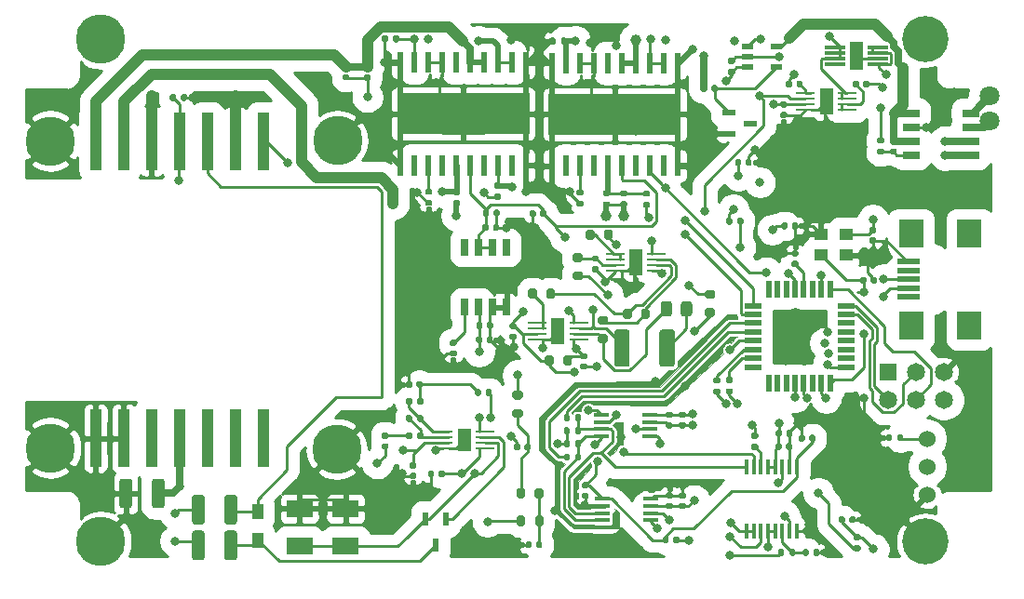
<source format=gbr>
%TF.GenerationSoftware,KiCad,Pcbnew,(5.1.10)-1*%
%TF.CreationDate,2021-07-14T14:56:58-07:00*%
%TF.ProjectId,laser,6c617365-722e-46b6-9963-61645f706362,rev?*%
%TF.SameCoordinates,Original*%
%TF.FileFunction,Copper,L1,Top*%
%TF.FilePolarity,Positive*%
%FSLAX46Y46*%
G04 Gerber Fmt 4.6, Leading zero omitted, Abs format (unit mm)*
G04 Created by KiCad (PCBNEW (5.1.10)-1) date 2021-07-14 14:56:58*
%MOMM*%
%LPD*%
G01*
G04 APERTURE LIST*
%TA.AperFunction,ComponentPad*%
%ADD10C,4.200000*%
%TD*%
%TA.AperFunction,ComponentPad*%
%ADD11C,4.500000*%
%TD*%
%TA.AperFunction,SMDPad,CuDef*%
%ADD12R,2.200000X2.500000*%
%TD*%
%TA.AperFunction,SMDPad,CuDef*%
%ADD13R,2.000000X0.500000*%
%TD*%
%TA.AperFunction,ComponentPad*%
%ADD14C,1.650000*%
%TD*%
%TA.AperFunction,ComponentPad*%
%ADD15R,1.650000X1.650000*%
%TD*%
%TA.AperFunction,SMDPad,CuDef*%
%ADD16R,1.200000X2.540000*%
%TD*%
%TA.AperFunction,SMDPad,CuDef*%
%ADD17R,1.850000X0.300000*%
%TD*%
%TA.AperFunction,SMDPad,CuDef*%
%ADD18R,1.799999X0.250000*%
%TD*%
%TA.AperFunction,SMDPad,CuDef*%
%ADD19R,1.200000X2.440000*%
%TD*%
%TA.AperFunction,SMDPad,CuDef*%
%ADD20R,1.200000X2.000000*%
%TD*%
%TA.AperFunction,SMDPad,CuDef*%
%ADD21R,0.558000X1.969999*%
%TD*%
%TA.AperFunction,SMDPad,CuDef*%
%ADD22R,12.000000X3.810000*%
%TD*%
%TA.AperFunction,SMDPad,CuDef*%
%ADD23R,1.000000X1.400000*%
%TD*%
%TA.AperFunction,SMDPad,CuDef*%
%ADD24R,1.040000X5.250000*%
%TD*%
%TA.AperFunction,SMDPad,CuDef*%
%ADD25R,1.050000X0.550000*%
%TD*%
%TA.AperFunction,SMDPad,CuDef*%
%ADD26R,1.525000X0.700000*%
%TD*%
%TA.AperFunction,SMDPad,CuDef*%
%ADD27R,0.650000X1.525000*%
%TD*%
%TA.AperFunction,SMDPad,CuDef*%
%ADD28R,0.450000X1.475000*%
%TD*%
%TA.AperFunction,SMDPad,CuDef*%
%ADD29R,0.600000X1.300000*%
%TD*%
%TA.AperFunction,SMDPad,CuDef*%
%ADD30R,2.410000X1.650000*%
%TD*%
%TA.AperFunction,ComponentPad*%
%ADD31C,1.524000*%
%TD*%
%TA.AperFunction,SMDPad,CuDef*%
%ADD32R,1.309599X0.568000*%
%TD*%
%TA.AperFunction,SMDPad,CuDef*%
%ADD33R,1.315199X0.405600*%
%TD*%
%TA.AperFunction,SMDPad,CuDef*%
%ADD34R,1.300000X1.100000*%
%TD*%
%TA.AperFunction,SMDPad,CuDef*%
%ADD35R,0.600000X1.500000*%
%TD*%
%TA.AperFunction,SMDPad,CuDef*%
%ADD36R,1.500000X0.600000*%
%TD*%
%TA.AperFunction,ViaPad*%
%ADD37C,0.800000*%
%TD*%
%TA.AperFunction,ViaPad*%
%ADD38C,1.000000*%
%TD*%
%TA.AperFunction,ViaPad*%
%ADD39C,1.800000*%
%TD*%
%TA.AperFunction,Conductor*%
%ADD40C,0.250000*%
%TD*%
%TA.AperFunction,Conductor*%
%ADD41C,0.500000*%
%TD*%
%TA.AperFunction,Conductor*%
%ADD42C,1.000000*%
%TD*%
%TA.AperFunction,Conductor*%
%ADD43C,0.700000*%
%TD*%
%TA.AperFunction,Conductor*%
%ADD44C,0.050000*%
%TD*%
%TA.AperFunction,Conductor*%
%ADD45C,0.100000*%
%TD*%
%TA.AperFunction,Conductor*%
%ADD46C,0.254000*%
%TD*%
G04 APERTURE END LIST*
D10*
%TO.P,REF\u002A\u002A,1*%
%TO.N,GND*%
X205841600Y-129700000D03*
%TD*%
%TO.P,REF\u002A\u002A,1*%
%TO.N,GND*%
X205867000Y-83903800D03*
%TD*%
D11*
%TO.P,REF\u002A\u002A,1*%
%TO.N,GND*%
X126263400Y-93225600D03*
%TD*%
%TO.P,REF\u002A\u002A,1*%
%TO.N,GND*%
X152374600Y-93200200D03*
%TD*%
%TO.P,REF\u002A\u002A,1*%
%TO.N,GND*%
X152298400Y-121267200D03*
%TD*%
%TO.P,REF\u002A\u002A,1*%
%TO.N,GND*%
X126263400Y-121165600D03*
%TD*%
%TO.P,REF\u002A\u002A,1*%
%TO.N,GND*%
X130835400Y-129674600D03*
%TD*%
%TO.P,REF\u002A\u002A,1*%
%TO.N,GND*%
X130830000Y-83930000D03*
%TD*%
%TO.P,C412,2*%
%TO.N,GND*%
%TA.AperFunction,SMDPad,CuDef*%
G36*
G01*
X133690000Y-124199999D02*
X133690000Y-126400001D01*
G75*
G02*
X133440001Y-126650000I-249999J0D01*
G01*
X132789999Y-126650000D01*
G75*
G02*
X132540000Y-126400001I0J249999D01*
G01*
X132540000Y-124199999D01*
G75*
G02*
X132789999Y-123950000I249999J0D01*
G01*
X133440001Y-123950000D01*
G75*
G02*
X133690000Y-124199999I0J-249999D01*
G01*
G37*
%TD.AperFunction*%
%TO.P,C412,1*%
%TO.N,3.3V*%
%TA.AperFunction,SMDPad,CuDef*%
G36*
G01*
X136640000Y-124199999D02*
X136640000Y-126400001D01*
G75*
G02*
X136390001Y-126650000I-249999J0D01*
G01*
X135739999Y-126650000D01*
G75*
G02*
X135490000Y-126400001I0J249999D01*
G01*
X135490000Y-124199999D01*
G75*
G02*
X135739999Y-123950000I249999J0D01*
G01*
X136390001Y-123950000D01*
G75*
G02*
X136640000Y-124199999I0J-249999D01*
G01*
G37*
%TD.AperFunction*%
%TD*%
%TO.P,R101,2*%
%TO.N,MODULATION_SIGNAL*%
%TA.AperFunction,SMDPad,CuDef*%
G36*
G01*
X203280000Y-120415000D02*
X203280000Y-120045000D01*
G75*
G02*
X203415000Y-119910000I135000J0D01*
G01*
X203685000Y-119910000D01*
G75*
G02*
X203820000Y-120045000I0J-135000D01*
G01*
X203820000Y-120415000D01*
G75*
G02*
X203685000Y-120550000I-135000J0D01*
G01*
X203415000Y-120550000D01*
G75*
G02*
X203280000Y-120415000I0J135000D01*
G01*
G37*
%TD.AperFunction*%
%TO.P,R101,1*%
%TO.N,GND*%
%TA.AperFunction,SMDPad,CuDef*%
G36*
G01*
X202260000Y-120415000D02*
X202260000Y-120045000D01*
G75*
G02*
X202395000Y-119910000I135000J0D01*
G01*
X202665000Y-119910000D01*
G75*
G02*
X202800000Y-120045000I0J-135000D01*
G01*
X202800000Y-120415000D01*
G75*
G02*
X202665000Y-120550000I-135000J0D01*
G01*
X202395000Y-120550000D01*
G75*
G02*
X202260000Y-120415000I0J135000D01*
G01*
G37*
%TD.AperFunction*%
%TD*%
D12*
%TO.P,J602,9*%
%TO.N,Net-(J602-Pad9)*%
X209850000Y-101610000D03*
%TO.P,J602,8*%
%TO.N,Net-(J602-Pad8)*%
X209850000Y-110010000D03*
%TO.P,J602,7*%
%TO.N,Net-(J602-Pad7)*%
X204550000Y-101610000D03*
%TO.P,J602,6*%
%TO.N,Net-(J602-Pad6)*%
X204550000Y-110010000D03*
D13*
%TO.P,J602,5*%
%TO.N,GND*%
X204300000Y-104210000D03*
%TO.P,J602,4*%
%TO.N,Net-(J602-Pad4)*%
X204300000Y-105010000D03*
%TO.P,J602,3*%
%TO.N,Net-(IC602-Pad15)*%
X204300000Y-105810000D03*
%TO.P,J602,2*%
%TO.N,Net-(IC602-Pad16)*%
X204300000Y-106610000D03*
%TO.P,J602,1*%
%TO.N,Net-(J602-Pad1)*%
X204300000Y-107410000D03*
%TD*%
%TO.P,C411,2*%
%TO.N,Net-(C411-Pad2)*%
%TA.AperFunction,SMDPad,CuDef*%
G36*
G01*
X142080000Y-131140001D02*
X142080000Y-128939999D01*
G75*
G02*
X142329999Y-128690000I249999J0D01*
G01*
X142980001Y-128690000D01*
G75*
G02*
X143230000Y-128939999I0J-249999D01*
G01*
X143230000Y-131140001D01*
G75*
G02*
X142980001Y-131390000I-249999J0D01*
G01*
X142329999Y-131390000D01*
G75*
G02*
X142080000Y-131140001I0J249999D01*
G01*
G37*
%TD.AperFunction*%
%TO.P,C411,1*%
%TO.N,3.3V*%
%TA.AperFunction,SMDPad,CuDef*%
G36*
G01*
X139130000Y-131140001D02*
X139130000Y-128939999D01*
G75*
G02*
X139379999Y-128690000I249999J0D01*
G01*
X140030001Y-128690000D01*
G75*
G02*
X140280000Y-128939999I0J-249999D01*
G01*
X140280000Y-131140001D01*
G75*
G02*
X140030001Y-131390000I-249999J0D01*
G01*
X139379999Y-131390000D01*
G75*
G02*
X139130000Y-131140001I0J249999D01*
G01*
G37*
%TD.AperFunction*%
%TD*%
%TO.P,C410,2*%
%TO.N,LASER_V-*%
%TA.AperFunction,SMDPad,CuDef*%
G36*
G01*
X142090000Y-127880001D02*
X142090000Y-125679999D01*
G75*
G02*
X142339999Y-125430000I249999J0D01*
G01*
X142990001Y-125430000D01*
G75*
G02*
X143240000Y-125679999I0J-249999D01*
G01*
X143240000Y-127880001D01*
G75*
G02*
X142990001Y-128130000I-249999J0D01*
G01*
X142339999Y-128130000D01*
G75*
G02*
X142090000Y-127880001I0J249999D01*
G01*
G37*
%TD.AperFunction*%
%TO.P,C410,1*%
%TO.N,3.3V*%
%TA.AperFunction,SMDPad,CuDef*%
G36*
G01*
X139140000Y-127880001D02*
X139140000Y-125679999D01*
G75*
G02*
X139389999Y-125430000I249999J0D01*
G01*
X140040001Y-125430000D01*
G75*
G02*
X140290000Y-125679999I0J-249999D01*
G01*
X140290000Y-127880001D01*
G75*
G02*
X140040001Y-128130000I-249999J0D01*
G01*
X139389999Y-128130000D01*
G75*
G02*
X139140000Y-127880001I0J249999D01*
G01*
G37*
%TD.AperFunction*%
%TD*%
D14*
%TO.P,J601,5*%
%TO.N,/ArduinoNano/RESET*%
X207500000Y-116780000D03*
%TO.P,J601,3*%
%TO.N,/ArduinoNano/D13-SCK*%
X204960000Y-116780000D03*
%TO.P,J601,1*%
%TO.N,/ArduinoNano/D12-MISO*%
X202420000Y-116780000D03*
%TO.P,J601,6*%
%TO.N,GND*%
X207500000Y-114240000D03*
%TO.P,J601,4*%
%TO.N,/ArduinoNano/D11-MOSI*%
X204960000Y-114240000D03*
D15*
%TO.P,J601,2*%
%TO.N,5.0V*%
X202420000Y-114240000D03*
%TD*%
D16*
%TO.P,IC201,9*%
%TO.N,GND*%
X199530000Y-85490000D03*
D17*
%TO.P,IC201,8*%
%TO.N,Net-(C204-Pad2)*%
X201480000Y-84740000D03*
%TO.P,IC201,7*%
X201480000Y-85240000D03*
%TO.P,IC201,6*%
%TO.N,GND*%
X201480000Y-85740000D03*
%TO.P,IC201,5*%
%TO.N,Net-(C204-Pad2)*%
X201480000Y-86240000D03*
%TO.P,IC201,4*%
%TO.N,Net-(IC201-Pad4)*%
X197580000Y-86240000D03*
%TO.P,IC201,3*%
%TO.N,4.2V*%
X197580000Y-85740000D03*
%TO.P,IC201,2*%
X197580000Y-85240000D03*
%TO.P,IC201,1*%
X197580000Y-84740000D03*
%TD*%
D18*
%TO.P,IC203,1*%
%TO.N,Net-(C207-Pad2)*%
X194930000Y-88889999D03*
%TO.P,IC203,2*%
%TO.N,3.3V*%
X194930000Y-89390000D03*
%TO.P,IC203,3*%
%TO.N,Net-(C209-Pad1)*%
X194930000Y-89890000D03*
%TO.P,IC203,4*%
%TO.N,GND*%
X194930000Y-90390001D03*
%TO.P,IC203,5*%
%TO.N,Net-(C203-Pad1)*%
X198730000Y-90390001D03*
%TO.P,IC203,6*%
X198730000Y-89890000D03*
%TO.P,IC203,7*%
%TO.N,4.2V*%
X198730000Y-89390000D03*
%TO.P,IC203,8*%
X198730000Y-88889999D03*
D19*
%TO.P,IC203,9*%
%TO.N,GND*%
X196830000Y-89640000D03*
%TD*%
%TO.P,U502,9*%
%TO.N,GND*%
X179500000Y-104250000D03*
D18*
%TO.P,U502,8*%
%TO.N,3.3V*%
X181400000Y-103499999D03*
%TO.P,U502,7*%
%TO.N,Net-(R506-Pad1)*%
X181400000Y-104000000D03*
%TO.P,U502,6*%
%TO.N,Net-(R503-Pad1)*%
X181400000Y-104500000D03*
%TO.P,U502,5*%
%TO.N,Net-(R504-Pad1)*%
X181400000Y-105000001D03*
%TO.P,U502,4*%
%TO.N,GND*%
X177600000Y-105000001D03*
%TO.P,U502,3*%
%TO.N,Net-(C501-Pad1)*%
X177600000Y-104500000D03*
%TO.P,U502,2*%
%TO.N,Net-(R504-Pad2)*%
X177600000Y-104000000D03*
%TO.P,U502,1*%
X177600000Y-103499999D03*
%TD*%
%TO.P,U501,1*%
%TO.N,Net-(R503-Pad2)*%
X170520000Y-109749999D03*
%TO.P,U501,2*%
X170520000Y-110250000D03*
%TO.P,U501,3*%
%TO.N,Butterfly_Thermistor*%
X170520000Y-110750000D03*
%TO.P,U501,4*%
%TO.N,GND*%
X170520000Y-111250001D03*
%TO.P,U501,5*%
%TO.N,REFERENCE_2.5V*%
X174320000Y-111250001D03*
%TO.P,U501,6*%
%TO.N,Net-(R507-Pad2)*%
X174320000Y-110750000D03*
%TO.P,U501,7*%
%TO.N,Thermal_Control_to_Power_OpAmps*%
X174320000Y-110250000D03*
%TO.P,U501,8*%
%TO.N,3.3V*%
X174320000Y-109749999D03*
D19*
%TO.P,U501,9*%
%TO.N,GND*%
X172420000Y-110500000D03*
%TD*%
D18*
%TO.P,U401,1*%
%TO.N,Net-(R402-Pad2)*%
X161980000Y-119659999D03*
%TO.P,U401,2*%
%TO.N,Net-(R401-Pad1)*%
X161980000Y-120160000D03*
%TO.P,U401,3*%
%TO.N,REFERENCE_2.5V*%
X161980000Y-120660000D03*
%TO.P,U401,4*%
%TO.N,GND*%
X161980000Y-121160001D03*
%TO.P,U401,5*%
%TO.N,Net-(C408-Pad1)*%
X165780000Y-121160001D03*
%TO.P,U401,6*%
%TO.N,Current_to_AtoD*%
X165780000Y-120660000D03*
%TO.P,U401,7*%
%TO.N,Net-(Q401-Pad1)*%
X165780000Y-120160000D03*
%TO.P,U401,8*%
%TO.N,3.3V*%
X165780000Y-119659999D03*
D20*
%TO.P,U401,9*%
%TO.N,GND*%
X163880000Y-120410000D03*
%TD*%
D21*
%TO.P,U301,1*%
%TO.N,GND*%
X158085000Y-95436300D03*
%TO.P,U301,2*%
%TO.N,Net-(U301-Pad2)*%
X159355000Y-95436300D03*
%TO.P,U301,3*%
%TO.N,Net-(R305-Pad1)*%
X160625000Y-95436300D03*
%TO.P,U301,4*%
%TO.N,Net-(U301-Pad4)*%
X161895000Y-95436300D03*
%TO.P,U301,5*%
%TO.N,Net-(C304-Pad2)*%
X163165000Y-95436300D03*
%TO.P,U301,6*%
%TO.N,REFERENCE_2.5V*%
X164435000Y-95436300D03*
%TO.P,U301,7*%
%TO.N,Net-(U301-Pad7)*%
X165705000Y-95436300D03*
%TO.P,U301,8*%
%TO.N,Arduino_D5_Output*%
X166975000Y-95436300D03*
%TO.P,U301,9*%
%TO.N,Net-(U301-Pad9)*%
X168245000Y-95436300D03*
%TO.P,U301,10*%
%TO.N,GND*%
X169515000Y-95436300D03*
%TO.P,U301,11*%
X169515000Y-86063700D03*
%TO.P,U301,12*%
%TO.N,4.2V*%
X168245000Y-86063700D03*
%TO.P,U301,13*%
X166975000Y-86063700D03*
%TO.P,U301,14*%
%TO.N,TEC_Minus*%
X165705000Y-86063700D03*
%TO.P,U301,15*%
X164435000Y-86063700D03*
%TO.P,U301,16*%
%TO.N,Net-(U301-Pad16)*%
X163165000Y-86063700D03*
%TO.P,U301,17*%
%TO.N,GND*%
X161895000Y-86063700D03*
%TO.P,U301,18*%
X160625000Y-86063700D03*
%TO.P,U301,19*%
%TO.N,To_Arduino_AtoD_Neg*%
X159355000Y-86063700D03*
%TO.P,U301,20*%
%TO.N,GND*%
X158085000Y-86063700D03*
D22*
%TO.P,U301,EPAD*%
X163800000Y-90750000D03*
%TD*%
%TO.P,U302,EPAD*%
%TO.N,GND*%
X177590000Y-90800000D03*
D21*
%TO.P,U302,20*%
X171875000Y-86113700D03*
%TO.P,U302,19*%
%TO.N,To_Arduino_AtoD_Pos*%
X173145000Y-86113700D03*
%TO.P,U302,18*%
%TO.N,GND*%
X174415000Y-86113700D03*
%TO.P,U302,17*%
X175685000Y-86113700D03*
%TO.P,U302,16*%
%TO.N,Net-(U302-Pad16)*%
X176955000Y-86113700D03*
%TO.P,U302,15*%
%TO.N,TEC_Plus*%
X178225000Y-86113700D03*
%TO.P,U302,14*%
X179495000Y-86113700D03*
%TO.P,U302,13*%
%TO.N,4.2V*%
X180765000Y-86113700D03*
%TO.P,U302,12*%
X182035000Y-86113700D03*
%TO.P,U302,11*%
%TO.N,GND*%
X183305000Y-86113700D03*
%TO.P,U302,10*%
X183305000Y-95486300D03*
%TO.P,U302,9*%
%TO.N,Net-(U302-Pad9)*%
X182035000Y-95486300D03*
%TO.P,U302,8*%
%TO.N,Arduino_D5_Output*%
X180765000Y-95486300D03*
%TO.P,U302,7*%
%TO.N,Net-(U302-Pad7)*%
X179495000Y-95486300D03*
%TO.P,U302,6*%
%TO.N,REFERENCE_2.5V*%
X178225000Y-95486300D03*
%TO.P,U302,5*%
%TO.N,Net-(C301-Pad1)*%
X176955000Y-95486300D03*
%TO.P,U302,4*%
%TO.N,Net-(U302-Pad4)*%
X175685000Y-95486300D03*
%TO.P,U302,3*%
%TO.N,Net-(R306-Pad1)*%
X174415000Y-95486300D03*
%TO.P,U302,2*%
%TO.N,Net-(U302-Pad2)*%
X173145000Y-95486300D03*
%TO.P,U302,1*%
%TO.N,GND*%
X171875000Y-95486300D03*
%TD*%
D23*
%TO.P,U402,1*%
%TO.N,LASER_V-*%
X145090000Y-126940000D03*
%TO.P,U402,2*%
%TO.N,Net-(C411-Pad2)*%
X145090000Y-129540000D03*
%TD*%
%TO.P,R901,2*%
%TO.N,GND*%
%TA.AperFunction,SMDPad,CuDef*%
G36*
G01*
X138140000Y-89445000D02*
X138140000Y-89075000D01*
G75*
G02*
X138275000Y-88940000I135000J0D01*
G01*
X138545000Y-88940000D01*
G75*
G02*
X138680000Y-89075000I0J-135000D01*
G01*
X138680000Y-89445000D01*
G75*
G02*
X138545000Y-89580000I-135000J0D01*
G01*
X138275000Y-89580000D01*
G75*
G02*
X138140000Y-89445000I0J135000D01*
G01*
G37*
%TD.AperFunction*%
%TO.P,R901,1*%
%TO.N,Monitor+_To_AIN2*%
%TA.AperFunction,SMDPad,CuDef*%
G36*
G01*
X137120000Y-89445000D02*
X137120000Y-89075000D01*
G75*
G02*
X137255000Y-88940000I135000J0D01*
G01*
X137525000Y-88940000D01*
G75*
G02*
X137660000Y-89075000I0J-135000D01*
G01*
X137660000Y-89445000D01*
G75*
G02*
X137525000Y-89580000I-135000J0D01*
G01*
X137255000Y-89580000D01*
G75*
G02*
X137120000Y-89445000I0J135000D01*
G01*
G37*
%TD.AperFunction*%
%TD*%
%TO.P,C502,1*%
%TO.N,Butterfly_Thermistor*%
%TA.AperFunction,SMDPad,CuDef*%
G36*
G01*
X168160000Y-109790000D02*
X168500000Y-109790000D01*
G75*
G02*
X168640000Y-109930000I0J-140000D01*
G01*
X168640000Y-110210000D01*
G75*
G02*
X168500000Y-110350000I-140000J0D01*
G01*
X168160000Y-110350000D01*
G75*
G02*
X168020000Y-110210000I0J140000D01*
G01*
X168020000Y-109930000D01*
G75*
G02*
X168160000Y-109790000I140000J0D01*
G01*
G37*
%TD.AperFunction*%
%TO.P,C502,2*%
%TO.N,GND*%
%TA.AperFunction,SMDPad,CuDef*%
G36*
G01*
X168160000Y-110750000D02*
X168500000Y-110750000D01*
G75*
G02*
X168640000Y-110890000I0J-140000D01*
G01*
X168640000Y-111170000D01*
G75*
G02*
X168500000Y-111310000I-140000J0D01*
G01*
X168160000Y-111310000D01*
G75*
G02*
X168020000Y-111170000I0J140000D01*
G01*
X168020000Y-110890000D01*
G75*
G02*
X168160000Y-110750000I140000J0D01*
G01*
G37*
%TD.AperFunction*%
%TD*%
D24*
%TO.P,B1,1*%
%TO.N,Butterfly_Thermistor*%
X145620000Y-93280000D03*
%TO.P,B1,2*%
%TO.N,GND*%
X143080000Y-93280000D03*
%TO.P,B1,3*%
%TO.N,LASER_V-*%
X140540000Y-93280000D03*
%TO.P,B1,4*%
%TO.N,Monitor+_To_AIN2*%
X138000000Y-93280000D03*
%TO.P,B1,5*%
%TO.N,GND*%
X135460000Y-93280000D03*
%TO.P,B1,6*%
%TO.N,TEC_Plus*%
X132920000Y-93280000D03*
%TO.P,B1,7*%
%TO.N,TEC_Minus*%
X130380000Y-93280000D03*
%TO.P,B1,8*%
%TO.N,Net-(B1-Pad8)*%
X145620000Y-120280000D03*
%TO.P,B1,9*%
%TO.N,Net-(B1-Pad9)*%
X143080000Y-120280000D03*
%TO.P,B1,10*%
%TO.N,Net-(B1-Pad10)*%
X140540000Y-120280000D03*
%TO.P,B1,11*%
%TO.N,3.3V*%
X138000000Y-120280000D03*
%TO.P,B1,12*%
%TO.N,Net-(B1-Pad12)*%
X135460000Y-120280000D03*
%TO.P,B1,13*%
%TO.N,GND*%
X132920000Y-120280000D03*
%TO.P,B1,14*%
X130380000Y-120280000D03*
%TD*%
%TO.P,C203,2*%
%TO.N,GND*%
%TA.AperFunction,SMDPad,CuDef*%
G36*
G01*
X200200000Y-88220000D02*
X200200000Y-87880000D01*
G75*
G02*
X200340000Y-87740000I140000J0D01*
G01*
X200620000Y-87740000D01*
G75*
G02*
X200760000Y-87880000I0J-140000D01*
G01*
X200760000Y-88220000D01*
G75*
G02*
X200620000Y-88360000I-140000J0D01*
G01*
X200340000Y-88360000D01*
G75*
G02*
X200200000Y-88220000I0J140000D01*
G01*
G37*
%TD.AperFunction*%
%TO.P,C203,1*%
%TO.N,Net-(C203-Pad1)*%
%TA.AperFunction,SMDPad,CuDef*%
G36*
G01*
X199240000Y-88220000D02*
X199240000Y-87880000D01*
G75*
G02*
X199380000Y-87740000I140000J0D01*
G01*
X199660000Y-87740000D01*
G75*
G02*
X199800000Y-87880000I0J-140000D01*
G01*
X199800000Y-88220000D01*
G75*
G02*
X199660000Y-88360000I-140000J0D01*
G01*
X199380000Y-88360000D01*
G75*
G02*
X199240000Y-88220000I0J140000D01*
G01*
G37*
%TD.AperFunction*%
%TD*%
%TO.P,C205,1*%
%TO.N,Net-(C205-Pad1)*%
%TA.AperFunction,SMDPad,CuDef*%
G36*
G01*
X202750000Y-92940000D02*
X203090000Y-92940000D01*
G75*
G02*
X203230000Y-93080000I0J-140000D01*
G01*
X203230000Y-93360000D01*
G75*
G02*
X203090000Y-93500000I-140000J0D01*
G01*
X202750000Y-93500000D01*
G75*
G02*
X202610000Y-93360000I0J140000D01*
G01*
X202610000Y-93080000D01*
G75*
G02*
X202750000Y-92940000I140000J0D01*
G01*
G37*
%TD.AperFunction*%
%TO.P,C205,2*%
%TO.N,Net-(C205-Pad2)*%
%TA.AperFunction,SMDPad,CuDef*%
G36*
G01*
X202750000Y-93900000D02*
X203090000Y-93900000D01*
G75*
G02*
X203230000Y-94040000I0J-140000D01*
G01*
X203230000Y-94320000D01*
G75*
G02*
X203090000Y-94460000I-140000J0D01*
G01*
X202750000Y-94460000D01*
G75*
G02*
X202610000Y-94320000I0J140000D01*
G01*
X202610000Y-94040000D01*
G75*
G02*
X202750000Y-93900000I140000J0D01*
G01*
G37*
%TD.AperFunction*%
%TD*%
%TO.P,C207,1*%
%TO.N,GND*%
%TA.AperFunction,SMDPad,CuDef*%
G36*
G01*
X193150000Y-88200000D02*
X193150000Y-87860000D01*
G75*
G02*
X193290000Y-87720000I140000J0D01*
G01*
X193570000Y-87720000D01*
G75*
G02*
X193710000Y-87860000I0J-140000D01*
G01*
X193710000Y-88200000D01*
G75*
G02*
X193570000Y-88340000I-140000J0D01*
G01*
X193290000Y-88340000D01*
G75*
G02*
X193150000Y-88200000I0J140000D01*
G01*
G37*
%TD.AperFunction*%
%TO.P,C207,2*%
%TO.N,Net-(C207-Pad2)*%
%TA.AperFunction,SMDPad,CuDef*%
G36*
G01*
X194110000Y-88200000D02*
X194110000Y-87860000D01*
G75*
G02*
X194250000Y-87720000I140000J0D01*
G01*
X194530000Y-87720000D01*
G75*
G02*
X194670000Y-87860000I0J-140000D01*
G01*
X194670000Y-88200000D01*
G75*
G02*
X194530000Y-88340000I-140000J0D01*
G01*
X194250000Y-88340000D01*
G75*
G02*
X194110000Y-88200000I0J140000D01*
G01*
G37*
%TD.AperFunction*%
%TD*%
%TO.P,C212,2*%
%TO.N,GND*%
%TA.AperFunction,SMDPad,CuDef*%
G36*
G01*
X192780000Y-90580000D02*
X193120000Y-90580000D01*
G75*
G02*
X193260000Y-90720000I0J-140000D01*
G01*
X193260000Y-91000000D01*
G75*
G02*
X193120000Y-91140000I-140000J0D01*
G01*
X192780000Y-91140000D01*
G75*
G02*
X192640000Y-91000000I0J140000D01*
G01*
X192640000Y-90720000D01*
G75*
G02*
X192780000Y-90580000I140000J0D01*
G01*
G37*
%TD.AperFunction*%
%TO.P,C212,1*%
%TO.N,Net-(C209-Pad1)*%
%TA.AperFunction,SMDPad,CuDef*%
G36*
G01*
X192780000Y-89620000D02*
X193120000Y-89620000D01*
G75*
G02*
X193260000Y-89760000I0J-140000D01*
G01*
X193260000Y-90040000D01*
G75*
G02*
X193120000Y-90180000I-140000J0D01*
G01*
X192780000Y-90180000D01*
G75*
G02*
X192640000Y-90040000I0J140000D01*
G01*
X192640000Y-89760000D01*
G75*
G02*
X192780000Y-89620000I140000J0D01*
G01*
G37*
%TD.AperFunction*%
%TD*%
%TO.P,C301,1*%
%TO.N,Net-(C301-Pad1)*%
%TA.AperFunction,SMDPad,CuDef*%
G36*
G01*
X178240000Y-97730000D02*
X178580000Y-97730000D01*
G75*
G02*
X178720000Y-97870000I0J-140000D01*
G01*
X178720000Y-98150000D01*
G75*
G02*
X178580000Y-98290000I-140000J0D01*
G01*
X178240000Y-98290000D01*
G75*
G02*
X178100000Y-98150000I0J140000D01*
G01*
X178100000Y-97870000D01*
G75*
G02*
X178240000Y-97730000I140000J0D01*
G01*
G37*
%TD.AperFunction*%
%TO.P,C301,2*%
%TO.N,TEC_Plus*%
%TA.AperFunction,SMDPad,CuDef*%
G36*
G01*
X178240000Y-98690000D02*
X178580000Y-98690000D01*
G75*
G02*
X178720000Y-98830000I0J-140000D01*
G01*
X178720000Y-99110000D01*
G75*
G02*
X178580000Y-99250000I-140000J0D01*
G01*
X178240000Y-99250000D01*
G75*
G02*
X178100000Y-99110000I0J140000D01*
G01*
X178100000Y-98830000D01*
G75*
G02*
X178240000Y-98690000I140000J0D01*
G01*
G37*
%TD.AperFunction*%
%TD*%
%TO.P,C302,2*%
%TO.N,REFERENCE_2.5V*%
%TA.AperFunction,SMDPad,CuDef*%
G36*
G01*
X170800000Y-100010000D02*
X170800000Y-99670000D01*
G75*
G02*
X170940000Y-99530000I140000J0D01*
G01*
X171220000Y-99530000D01*
G75*
G02*
X171360000Y-99670000I0J-140000D01*
G01*
X171360000Y-100010000D01*
G75*
G02*
X171220000Y-100150000I-140000J0D01*
G01*
X170940000Y-100150000D01*
G75*
G02*
X170800000Y-100010000I0J140000D01*
G01*
G37*
%TD.AperFunction*%
%TO.P,C302,1*%
%TO.N,GND*%
%TA.AperFunction,SMDPad,CuDef*%
G36*
G01*
X169840000Y-100010000D02*
X169840000Y-99670000D01*
G75*
G02*
X169980000Y-99530000I140000J0D01*
G01*
X170260000Y-99530000D01*
G75*
G02*
X170400000Y-99670000I0J-140000D01*
G01*
X170400000Y-100010000D01*
G75*
G02*
X170260000Y-100150000I-140000J0D01*
G01*
X169980000Y-100150000D01*
G75*
G02*
X169840000Y-100010000I0J140000D01*
G01*
G37*
%TD.AperFunction*%
%TD*%
%TO.P,C303,1*%
%TO.N,GND*%
%TA.AperFunction,SMDPad,CuDef*%
G36*
G01*
X167120000Y-99610000D02*
X167120000Y-99950000D01*
G75*
G02*
X166980000Y-100090000I-140000J0D01*
G01*
X166700000Y-100090000D01*
G75*
G02*
X166560000Y-99950000I0J140000D01*
G01*
X166560000Y-99610000D01*
G75*
G02*
X166700000Y-99470000I140000J0D01*
G01*
X166980000Y-99470000D01*
G75*
G02*
X167120000Y-99610000I0J-140000D01*
G01*
G37*
%TD.AperFunction*%
%TO.P,C303,2*%
%TO.N,REFERENCE_2.5V*%
%TA.AperFunction,SMDPad,CuDef*%
G36*
G01*
X166160000Y-99610000D02*
X166160000Y-99950000D01*
G75*
G02*
X166020000Y-100090000I-140000J0D01*
G01*
X165740000Y-100090000D01*
G75*
G02*
X165600000Y-99950000I0J140000D01*
G01*
X165600000Y-99610000D01*
G75*
G02*
X165740000Y-99470000I140000J0D01*
G01*
X166020000Y-99470000D01*
G75*
G02*
X166160000Y-99610000I0J-140000D01*
G01*
G37*
%TD.AperFunction*%
%TD*%
%TO.P,C304,2*%
%TO.N,Net-(C304-Pad2)*%
%TA.AperFunction,SMDPad,CuDef*%
G36*
G01*
X152980000Y-87150000D02*
X153320000Y-87150000D01*
G75*
G02*
X153460000Y-87290000I0J-140000D01*
G01*
X153460000Y-87570000D01*
G75*
G02*
X153320000Y-87710000I-140000J0D01*
G01*
X152980000Y-87710000D01*
G75*
G02*
X152840000Y-87570000I0J140000D01*
G01*
X152840000Y-87290000D01*
G75*
G02*
X152980000Y-87150000I140000J0D01*
G01*
G37*
%TD.AperFunction*%
%TO.P,C304,1*%
%TO.N,TEC_Minus*%
%TA.AperFunction,SMDPad,CuDef*%
G36*
G01*
X152980000Y-86190000D02*
X153320000Y-86190000D01*
G75*
G02*
X153460000Y-86330000I0J-140000D01*
G01*
X153460000Y-86610000D01*
G75*
G02*
X153320000Y-86750000I-140000J0D01*
G01*
X152980000Y-86750000D01*
G75*
G02*
X152840000Y-86610000I0J140000D01*
G01*
X152840000Y-86330000D01*
G75*
G02*
X152980000Y-86190000I140000J0D01*
G01*
G37*
%TD.AperFunction*%
%TD*%
%TO.P,C401,2*%
%TO.N,MODULATION_SIGNAL*%
%TA.AperFunction,SMDPad,CuDef*%
G36*
G01*
X156530000Y-120740000D02*
X156870000Y-120740000D01*
G75*
G02*
X157010000Y-120880000I0J-140000D01*
G01*
X157010000Y-121160000D01*
G75*
G02*
X156870000Y-121300000I-140000J0D01*
G01*
X156530000Y-121300000D01*
G75*
G02*
X156390000Y-121160000I0J140000D01*
G01*
X156390000Y-120880000D01*
G75*
G02*
X156530000Y-120740000I140000J0D01*
G01*
G37*
%TD.AperFunction*%
%TO.P,C401,1*%
%TO.N,Net-(C401-Pad1)*%
%TA.AperFunction,SMDPad,CuDef*%
G36*
G01*
X156530000Y-119780000D02*
X156870000Y-119780000D01*
G75*
G02*
X157010000Y-119920000I0J-140000D01*
G01*
X157010000Y-120200000D01*
G75*
G02*
X156870000Y-120340000I-140000J0D01*
G01*
X156530000Y-120340000D01*
G75*
G02*
X156390000Y-120200000I0J140000D01*
G01*
X156390000Y-119920000D01*
G75*
G02*
X156530000Y-119780000I140000J0D01*
G01*
G37*
%TD.AperFunction*%
%TD*%
%TO.P,C402,1*%
%TO.N,GND*%
%TA.AperFunction,SMDPad,CuDef*%
G36*
G01*
X159400000Y-124000000D02*
X159060000Y-124000000D01*
G75*
G02*
X158920000Y-123860000I0J140000D01*
G01*
X158920000Y-123580000D01*
G75*
G02*
X159060000Y-123440000I140000J0D01*
G01*
X159400000Y-123440000D01*
G75*
G02*
X159540000Y-123580000I0J-140000D01*
G01*
X159540000Y-123860000D01*
G75*
G02*
X159400000Y-124000000I-140000J0D01*
G01*
G37*
%TD.AperFunction*%
%TO.P,C402,2*%
%TO.N,REFERENCE_2.5V*%
%TA.AperFunction,SMDPad,CuDef*%
G36*
G01*
X159400000Y-123040000D02*
X159060000Y-123040000D01*
G75*
G02*
X158920000Y-122900000I0J140000D01*
G01*
X158920000Y-122620000D01*
G75*
G02*
X159060000Y-122480000I140000J0D01*
G01*
X159400000Y-122480000D01*
G75*
G02*
X159540000Y-122620000I0J-140000D01*
G01*
X159540000Y-122900000D01*
G75*
G02*
X159400000Y-123040000I-140000J0D01*
G01*
G37*
%TD.AperFunction*%
%TD*%
%TO.P,C405,2*%
%TO.N,GND*%
%TA.AperFunction,SMDPad,CuDef*%
G36*
G01*
X168980000Y-120920000D02*
X168980000Y-121260000D01*
G75*
G02*
X168840000Y-121400000I-140000J0D01*
G01*
X168560000Y-121400000D01*
G75*
G02*
X168420000Y-121260000I0J140000D01*
G01*
X168420000Y-120920000D01*
G75*
G02*
X168560000Y-120780000I140000J0D01*
G01*
X168840000Y-120780000D01*
G75*
G02*
X168980000Y-120920000I0J-140000D01*
G01*
G37*
%TD.AperFunction*%
%TO.P,C405,1*%
%TO.N,Net-(C405-Pad1)*%
%TA.AperFunction,SMDPad,CuDef*%
G36*
G01*
X169940000Y-120920000D02*
X169940000Y-121260000D01*
G75*
G02*
X169800000Y-121400000I-140000J0D01*
G01*
X169520000Y-121400000D01*
G75*
G02*
X169380000Y-121260000I0J140000D01*
G01*
X169380000Y-120920000D01*
G75*
G02*
X169520000Y-120780000I140000J0D01*
G01*
X169800000Y-120780000D01*
G75*
G02*
X169940000Y-120920000I0J-140000D01*
G01*
G37*
%TD.AperFunction*%
%TD*%
%TO.P,C406,1*%
%TO.N,Net-(C406-Pad1)*%
%TA.AperFunction,SMDPad,CuDef*%
G36*
G01*
X170990000Y-129800000D02*
X170990000Y-130140000D01*
G75*
G02*
X170850000Y-130280000I-140000J0D01*
G01*
X170570000Y-130280000D01*
G75*
G02*
X170430000Y-130140000I0J140000D01*
G01*
X170430000Y-129800000D01*
G75*
G02*
X170570000Y-129660000I140000J0D01*
G01*
X170850000Y-129660000D01*
G75*
G02*
X170990000Y-129800000I0J-140000D01*
G01*
G37*
%TD.AperFunction*%
%TO.P,C406,2*%
%TO.N,GND*%
%TA.AperFunction,SMDPad,CuDef*%
G36*
G01*
X170030000Y-129800000D02*
X170030000Y-130140000D01*
G75*
G02*
X169890000Y-130280000I-140000J0D01*
G01*
X169610000Y-130280000D01*
G75*
G02*
X169470000Y-130140000I0J140000D01*
G01*
X169470000Y-129800000D01*
G75*
G02*
X169610000Y-129660000I140000J0D01*
G01*
X169890000Y-129660000D01*
G75*
G02*
X170030000Y-129800000I0J-140000D01*
G01*
G37*
%TD.AperFunction*%
%TD*%
%TO.P,C407,2*%
%TO.N,Net-(C407-Pad2)*%
%TA.AperFunction,SMDPad,CuDef*%
G36*
G01*
X159560000Y-115560000D02*
X159560000Y-115220000D01*
G75*
G02*
X159700000Y-115080000I140000J0D01*
G01*
X159980000Y-115080000D01*
G75*
G02*
X160120000Y-115220000I0J-140000D01*
G01*
X160120000Y-115560000D01*
G75*
G02*
X159980000Y-115700000I-140000J0D01*
G01*
X159700000Y-115700000D01*
G75*
G02*
X159560000Y-115560000I0J140000D01*
G01*
G37*
%TD.AperFunction*%
%TO.P,C407,1*%
%TO.N,GND*%
%TA.AperFunction,SMDPad,CuDef*%
G36*
G01*
X158600000Y-115560000D02*
X158600000Y-115220000D01*
G75*
G02*
X158740000Y-115080000I140000J0D01*
G01*
X159020000Y-115080000D01*
G75*
G02*
X159160000Y-115220000I0J-140000D01*
G01*
X159160000Y-115560000D01*
G75*
G02*
X159020000Y-115700000I-140000J0D01*
G01*
X158740000Y-115700000D01*
G75*
G02*
X158600000Y-115560000I0J140000D01*
G01*
G37*
%TD.AperFunction*%
%TD*%
%TO.P,C408,1*%
%TO.N,Net-(C408-Pad1)*%
%TA.AperFunction,SMDPad,CuDef*%
G36*
G01*
X162110000Y-123350000D02*
X162110000Y-123690000D01*
G75*
G02*
X161970000Y-123830000I-140000J0D01*
G01*
X161690000Y-123830000D01*
G75*
G02*
X161550000Y-123690000I0J140000D01*
G01*
X161550000Y-123350000D01*
G75*
G02*
X161690000Y-123210000I140000J0D01*
G01*
X161970000Y-123210000D01*
G75*
G02*
X162110000Y-123350000I0J-140000D01*
G01*
G37*
%TD.AperFunction*%
%TO.P,C408,2*%
%TO.N,GND*%
%TA.AperFunction,SMDPad,CuDef*%
G36*
G01*
X161150000Y-123350000D02*
X161150000Y-123690000D01*
G75*
G02*
X161010000Y-123830000I-140000J0D01*
G01*
X160730000Y-123830000D01*
G75*
G02*
X160590000Y-123690000I0J140000D01*
G01*
X160590000Y-123350000D01*
G75*
G02*
X160730000Y-123210000I140000J0D01*
G01*
X161010000Y-123210000D01*
G75*
G02*
X161150000Y-123350000I0J-140000D01*
G01*
G37*
%TD.AperFunction*%
%TD*%
%TO.P,C409,2*%
%TO.N,Net-(C408-Pad1)*%
%TA.AperFunction,SMDPad,CuDef*%
G36*
G01*
X165830000Y-116280000D02*
X165830000Y-115940000D01*
G75*
G02*
X165970000Y-115800000I140000J0D01*
G01*
X166250000Y-115800000D01*
G75*
G02*
X166390000Y-115940000I0J-140000D01*
G01*
X166390000Y-116280000D01*
G75*
G02*
X166250000Y-116420000I-140000J0D01*
G01*
X165970000Y-116420000D01*
G75*
G02*
X165830000Y-116280000I0J140000D01*
G01*
G37*
%TD.AperFunction*%
%TO.P,C409,1*%
%TO.N,Net-(C407-Pad2)*%
%TA.AperFunction,SMDPad,CuDef*%
G36*
G01*
X164870000Y-116280000D02*
X164870000Y-115940000D01*
G75*
G02*
X165010000Y-115800000I140000J0D01*
G01*
X165290000Y-115800000D01*
G75*
G02*
X165430000Y-115940000I0J-140000D01*
G01*
X165430000Y-116280000D01*
G75*
G02*
X165290000Y-116420000I-140000J0D01*
G01*
X165010000Y-116420000D01*
G75*
G02*
X164870000Y-116280000I0J140000D01*
G01*
G37*
%TD.AperFunction*%
%TD*%
%TO.P,C501,2*%
%TO.N,GND*%
%TA.AperFunction,SMDPad,CuDef*%
G36*
G01*
X175640000Y-104610000D02*
X175980000Y-104610000D01*
G75*
G02*
X176120000Y-104750000I0J-140000D01*
G01*
X176120000Y-105030000D01*
G75*
G02*
X175980000Y-105170000I-140000J0D01*
G01*
X175640000Y-105170000D01*
G75*
G02*
X175500000Y-105030000I0J140000D01*
G01*
X175500000Y-104750000D01*
G75*
G02*
X175640000Y-104610000I140000J0D01*
G01*
G37*
%TD.AperFunction*%
%TO.P,C501,1*%
%TO.N,Net-(C501-Pad1)*%
%TA.AperFunction,SMDPad,CuDef*%
G36*
G01*
X175640000Y-103650000D02*
X175980000Y-103650000D01*
G75*
G02*
X176120000Y-103790000I0J-140000D01*
G01*
X176120000Y-104070000D01*
G75*
G02*
X175980000Y-104210000I-140000J0D01*
G01*
X175640000Y-104210000D01*
G75*
G02*
X175500000Y-104070000I0J140000D01*
G01*
X175500000Y-103790000D01*
G75*
G02*
X175640000Y-103650000I140000J0D01*
G01*
G37*
%TD.AperFunction*%
%TD*%
%TO.P,C503,1*%
%TO.N,REFERENCE_2.5V*%
%TA.AperFunction,SMDPad,CuDef*%
G36*
G01*
X174600000Y-112520000D02*
X174940000Y-112520000D01*
G75*
G02*
X175080000Y-112660000I0J-140000D01*
G01*
X175080000Y-112940000D01*
G75*
G02*
X174940000Y-113080000I-140000J0D01*
G01*
X174600000Y-113080000D01*
G75*
G02*
X174460000Y-112940000I0J140000D01*
G01*
X174460000Y-112660000D01*
G75*
G02*
X174600000Y-112520000I140000J0D01*
G01*
G37*
%TD.AperFunction*%
%TO.P,C503,2*%
%TO.N,GND*%
%TA.AperFunction,SMDPad,CuDef*%
G36*
G01*
X174600000Y-113480000D02*
X174940000Y-113480000D01*
G75*
G02*
X175080000Y-113620000I0J-140000D01*
G01*
X175080000Y-113900000D01*
G75*
G02*
X174940000Y-114040000I-140000J0D01*
G01*
X174600000Y-114040000D01*
G75*
G02*
X174460000Y-113900000I0J140000D01*
G01*
X174460000Y-113620000D01*
G75*
G02*
X174600000Y-113480000I140000J0D01*
G01*
G37*
%TD.AperFunction*%
%TD*%
%TO.P,C508,1*%
%TO.N,Net-(C508-Pad1)*%
%TA.AperFunction,SMDPad,CuDef*%
G36*
G01*
X183050000Y-110629999D02*
X183050000Y-113530001D01*
G75*
G02*
X182800001Y-113780000I-249999J0D01*
G01*
X181899999Y-113780000D01*
G75*
G02*
X181650000Y-113530001I0J249999D01*
G01*
X181650000Y-110629999D01*
G75*
G02*
X181899999Y-110380000I249999J0D01*
G01*
X182800001Y-110380000D01*
G75*
G02*
X183050000Y-110629999I0J-249999D01*
G01*
G37*
%TD.AperFunction*%
%TO.P,C508,2*%
%TO.N,Thermal_Control_to_Power_OpAmps*%
%TA.AperFunction,SMDPad,CuDef*%
G36*
G01*
X178950000Y-110629999D02*
X178950000Y-113530001D01*
G75*
G02*
X178700001Y-113780000I-249999J0D01*
G01*
X177799999Y-113780000D01*
G75*
G02*
X177550000Y-113530001I0J249999D01*
G01*
X177550000Y-110629999D01*
G75*
G02*
X177799999Y-110380000I249999J0D01*
G01*
X178700001Y-110380000D01*
G75*
G02*
X178950000Y-110629999I0J-249999D01*
G01*
G37*
%TD.AperFunction*%
%TD*%
%TO.P,C601,1*%
%TO.N,Net-(C601-Pad1)*%
%TA.AperFunction,SMDPad,CuDef*%
G36*
G01*
X200880000Y-101040000D02*
X201220000Y-101040000D01*
G75*
G02*
X201360000Y-101180000I0J-140000D01*
G01*
X201360000Y-101460000D01*
G75*
G02*
X201220000Y-101600000I-140000J0D01*
G01*
X200880000Y-101600000D01*
G75*
G02*
X200740000Y-101460000I0J140000D01*
G01*
X200740000Y-101180000D01*
G75*
G02*
X200880000Y-101040000I140000J0D01*
G01*
G37*
%TD.AperFunction*%
%TO.P,C601,2*%
%TO.N,GND*%
%TA.AperFunction,SMDPad,CuDef*%
G36*
G01*
X200880000Y-102000000D02*
X201220000Y-102000000D01*
G75*
G02*
X201360000Y-102140000I0J-140000D01*
G01*
X201360000Y-102420000D01*
G75*
G02*
X201220000Y-102560000I-140000J0D01*
G01*
X200880000Y-102560000D01*
G75*
G02*
X200740000Y-102420000I0J140000D01*
G01*
X200740000Y-102140000D01*
G75*
G02*
X200880000Y-102000000I140000J0D01*
G01*
G37*
%TD.AperFunction*%
%TD*%
%TO.P,C602,2*%
%TO.N,GND*%
%TA.AperFunction,SMDPad,CuDef*%
G36*
G01*
X200870000Y-106070000D02*
X200870000Y-105730000D01*
G75*
G02*
X201010000Y-105590000I140000J0D01*
G01*
X201290000Y-105590000D01*
G75*
G02*
X201430000Y-105730000I0J-140000D01*
G01*
X201430000Y-106070000D01*
G75*
G02*
X201290000Y-106210000I-140000J0D01*
G01*
X201010000Y-106210000D01*
G75*
G02*
X200870000Y-106070000I0J140000D01*
G01*
G37*
%TD.AperFunction*%
%TO.P,C602,1*%
%TO.N,Net-(C602-Pad1)*%
%TA.AperFunction,SMDPad,CuDef*%
G36*
G01*
X199910000Y-106070000D02*
X199910000Y-105730000D01*
G75*
G02*
X200050000Y-105590000I140000J0D01*
G01*
X200330000Y-105590000D01*
G75*
G02*
X200470000Y-105730000I0J-140000D01*
G01*
X200470000Y-106070000D01*
G75*
G02*
X200330000Y-106210000I-140000J0D01*
G01*
X200050000Y-106210000D01*
G75*
G02*
X199910000Y-106070000I0J140000D01*
G01*
G37*
%TD.AperFunction*%
%TD*%
%TO.P,C603,2*%
%TO.N,GND*%
%TA.AperFunction,SMDPad,CuDef*%
G36*
G01*
X189480000Y-95340000D02*
X189480000Y-95000000D01*
G75*
G02*
X189620000Y-94860000I140000J0D01*
G01*
X189900000Y-94860000D01*
G75*
G02*
X190040000Y-95000000I0J-140000D01*
G01*
X190040000Y-95340000D01*
G75*
G02*
X189900000Y-95480000I-140000J0D01*
G01*
X189620000Y-95480000D01*
G75*
G02*
X189480000Y-95340000I0J140000D01*
G01*
G37*
%TD.AperFunction*%
%TO.P,C603,1*%
%TO.N,5.0V*%
%TA.AperFunction,SMDPad,CuDef*%
G36*
G01*
X188520000Y-95340000D02*
X188520000Y-95000000D01*
G75*
G02*
X188660000Y-94860000I140000J0D01*
G01*
X188940000Y-94860000D01*
G75*
G02*
X189080000Y-95000000I0J-140000D01*
G01*
X189080000Y-95340000D01*
G75*
G02*
X188940000Y-95480000I-140000J0D01*
G01*
X188660000Y-95480000D01*
G75*
G02*
X188520000Y-95340000I0J140000D01*
G01*
G37*
%TD.AperFunction*%
%TD*%
%TO.P,C605,2*%
%TO.N,GND*%
%TA.AperFunction,SMDPad,CuDef*%
G36*
G01*
X193710000Y-101120000D02*
X193710000Y-100780000D01*
G75*
G02*
X193850000Y-100640000I140000J0D01*
G01*
X194130000Y-100640000D01*
G75*
G02*
X194270000Y-100780000I0J-140000D01*
G01*
X194270000Y-101120000D01*
G75*
G02*
X194130000Y-101260000I-140000J0D01*
G01*
X193850000Y-101260000D01*
G75*
G02*
X193710000Y-101120000I0J140000D01*
G01*
G37*
%TD.AperFunction*%
%TO.P,C605,1*%
%TO.N,5.0V*%
%TA.AperFunction,SMDPad,CuDef*%
G36*
G01*
X192750000Y-101120000D02*
X192750000Y-100780000D01*
G75*
G02*
X192890000Y-100640000I140000J0D01*
G01*
X193170000Y-100640000D01*
G75*
G02*
X193310000Y-100780000I0J-140000D01*
G01*
X193310000Y-101120000D01*
G75*
G02*
X193170000Y-101260000I-140000J0D01*
G01*
X192890000Y-101260000D01*
G75*
G02*
X192750000Y-101120000I0J140000D01*
G01*
G37*
%TD.AperFunction*%
%TD*%
%TO.P,C606,1*%
%TO.N,Net-(C606-Pad1)*%
%TA.AperFunction,SMDPad,CuDef*%
G36*
G01*
X194150000Y-104690000D02*
X193810000Y-104690000D01*
G75*
G02*
X193670000Y-104550000I0J140000D01*
G01*
X193670000Y-104270000D01*
G75*
G02*
X193810000Y-104130000I140000J0D01*
G01*
X194150000Y-104130000D01*
G75*
G02*
X194290000Y-104270000I0J-140000D01*
G01*
X194290000Y-104550000D01*
G75*
G02*
X194150000Y-104690000I-140000J0D01*
G01*
G37*
%TD.AperFunction*%
%TO.P,C606,2*%
%TO.N,GND*%
%TA.AperFunction,SMDPad,CuDef*%
G36*
G01*
X194150000Y-103730000D02*
X193810000Y-103730000D01*
G75*
G02*
X193670000Y-103590000I0J140000D01*
G01*
X193670000Y-103310000D01*
G75*
G02*
X193810000Y-103170000I140000J0D01*
G01*
X194150000Y-103170000D01*
G75*
G02*
X194290000Y-103310000I0J-140000D01*
G01*
X194290000Y-103590000D01*
G75*
G02*
X194150000Y-103730000I-140000J0D01*
G01*
G37*
%TD.AperFunction*%
%TD*%
%TO.P,C702,1*%
%TO.N,3.3V*%
%TA.AperFunction,SMDPad,CuDef*%
G36*
G01*
X164990000Y-110180000D02*
X164990000Y-109840000D01*
G75*
G02*
X165130000Y-109700000I140000J0D01*
G01*
X165410000Y-109700000D01*
G75*
G02*
X165550000Y-109840000I0J-140000D01*
G01*
X165550000Y-110180000D01*
G75*
G02*
X165410000Y-110320000I-140000J0D01*
G01*
X165130000Y-110320000D01*
G75*
G02*
X164990000Y-110180000I0J140000D01*
G01*
G37*
%TD.AperFunction*%
%TO.P,C702,2*%
%TO.N,GND*%
%TA.AperFunction,SMDPad,CuDef*%
G36*
G01*
X165950000Y-110180000D02*
X165950000Y-109840000D01*
G75*
G02*
X166090000Y-109700000I140000J0D01*
G01*
X166370000Y-109700000D01*
G75*
G02*
X166510000Y-109840000I0J-140000D01*
G01*
X166510000Y-110180000D01*
G75*
G02*
X166370000Y-110320000I-140000J0D01*
G01*
X166090000Y-110320000D01*
G75*
G02*
X165950000Y-110180000I0J140000D01*
G01*
G37*
%TD.AperFunction*%
%TD*%
%TO.P,C703,2*%
%TO.N,GND*%
%TA.AperFunction,SMDPad,CuDef*%
G36*
G01*
X162730000Y-112280000D02*
X163070000Y-112280000D01*
G75*
G02*
X163210000Y-112420000I0J-140000D01*
G01*
X163210000Y-112700000D01*
G75*
G02*
X163070000Y-112840000I-140000J0D01*
G01*
X162730000Y-112840000D01*
G75*
G02*
X162590000Y-112700000I0J140000D01*
G01*
X162590000Y-112420000D01*
G75*
G02*
X162730000Y-112280000I140000J0D01*
G01*
G37*
%TD.AperFunction*%
%TO.P,C703,1*%
%TO.N,Net-(C703-Pad1)*%
%TA.AperFunction,SMDPad,CuDef*%
G36*
G01*
X162730000Y-111320000D02*
X163070000Y-111320000D01*
G75*
G02*
X163210000Y-111460000I0J-140000D01*
G01*
X163210000Y-111740000D01*
G75*
G02*
X163070000Y-111880000I-140000J0D01*
G01*
X162730000Y-111880000D01*
G75*
G02*
X162590000Y-111740000I0J140000D01*
G01*
X162590000Y-111460000D01*
G75*
G02*
X162730000Y-111320000I140000J0D01*
G01*
G37*
%TD.AperFunction*%
%TD*%
%TO.P,C704,2*%
%TO.N,GND*%
%TA.AperFunction,SMDPad,CuDef*%
G36*
G01*
X165940000Y-111480000D02*
X165940000Y-111140000D01*
G75*
G02*
X166080000Y-111000000I140000J0D01*
G01*
X166360000Y-111000000D01*
G75*
G02*
X166500000Y-111140000I0J-140000D01*
G01*
X166500000Y-111480000D01*
G75*
G02*
X166360000Y-111620000I-140000J0D01*
G01*
X166080000Y-111620000D01*
G75*
G02*
X165940000Y-111480000I0J140000D01*
G01*
G37*
%TD.AperFunction*%
%TO.P,C704,1*%
%TO.N,3.3V*%
%TA.AperFunction,SMDPad,CuDef*%
G36*
G01*
X164980000Y-111480000D02*
X164980000Y-111140000D01*
G75*
G02*
X165120000Y-111000000I140000J0D01*
G01*
X165400000Y-111000000D01*
G75*
G02*
X165540000Y-111140000I0J-140000D01*
G01*
X165540000Y-111480000D01*
G75*
G02*
X165400000Y-111620000I-140000J0D01*
G01*
X165120000Y-111620000D01*
G75*
G02*
X164980000Y-111480000I0J140000D01*
G01*
G37*
%TD.AperFunction*%
%TD*%
%TO.P,C705,1*%
%TO.N,REFERENCE_2.5V*%
%TA.AperFunction,SMDPad,CuDef*%
G36*
G01*
X165550000Y-101270000D02*
X165550000Y-100930000D01*
G75*
G02*
X165690000Y-100790000I140000J0D01*
G01*
X165970000Y-100790000D01*
G75*
G02*
X166110000Y-100930000I0J-140000D01*
G01*
X166110000Y-101270000D01*
G75*
G02*
X165970000Y-101410000I-140000J0D01*
G01*
X165690000Y-101410000D01*
G75*
G02*
X165550000Y-101270000I0J140000D01*
G01*
G37*
%TD.AperFunction*%
%TO.P,C705,2*%
%TO.N,GND*%
%TA.AperFunction,SMDPad,CuDef*%
G36*
G01*
X166510000Y-101270000D02*
X166510000Y-100930000D01*
G75*
G02*
X166650000Y-100790000I140000J0D01*
G01*
X166930000Y-100790000D01*
G75*
G02*
X167070000Y-100930000I0J-140000D01*
G01*
X167070000Y-101270000D01*
G75*
G02*
X166930000Y-101410000I-140000J0D01*
G01*
X166650000Y-101410000D01*
G75*
G02*
X166510000Y-101270000I0J140000D01*
G01*
G37*
%TD.AperFunction*%
%TD*%
%TO.P,C801,1*%
%TO.N,REFERENCE_2.5V*%
%TA.AperFunction,SMDPad,CuDef*%
G36*
G01*
X181930000Y-129710000D02*
X181930000Y-129370000D01*
G75*
G02*
X182070000Y-129230000I140000J0D01*
G01*
X182350000Y-129230000D01*
G75*
G02*
X182490000Y-129370000I0J-140000D01*
G01*
X182490000Y-129710000D01*
G75*
G02*
X182350000Y-129850000I-140000J0D01*
G01*
X182070000Y-129850000D01*
G75*
G02*
X181930000Y-129710000I0J140000D01*
G01*
G37*
%TD.AperFunction*%
%TO.P,C801,2*%
%TO.N,GND*%
%TA.AperFunction,SMDPad,CuDef*%
G36*
G01*
X182890000Y-129710000D02*
X182890000Y-129370000D01*
G75*
G02*
X183030000Y-129230000I140000J0D01*
G01*
X183310000Y-129230000D01*
G75*
G02*
X183450000Y-129370000I0J-140000D01*
G01*
X183450000Y-129710000D01*
G75*
G02*
X183310000Y-129850000I-140000J0D01*
G01*
X183030000Y-129850000D01*
G75*
G02*
X182890000Y-129710000I0J140000D01*
G01*
G37*
%TD.AperFunction*%
%TD*%
%TO.P,C802,2*%
%TO.N,GND*%
%TA.AperFunction,SMDPad,CuDef*%
G36*
G01*
X182710000Y-118430000D02*
X182370000Y-118430000D01*
G75*
G02*
X182230000Y-118290000I0J140000D01*
G01*
X182230000Y-118010000D01*
G75*
G02*
X182370000Y-117870000I140000J0D01*
G01*
X182710000Y-117870000D01*
G75*
G02*
X182850000Y-118010000I0J-140000D01*
G01*
X182850000Y-118290000D01*
G75*
G02*
X182710000Y-118430000I-140000J0D01*
G01*
G37*
%TD.AperFunction*%
%TO.P,C802,1*%
%TO.N,3.3V*%
%TA.AperFunction,SMDPad,CuDef*%
G36*
G01*
X182710000Y-119390000D02*
X182370000Y-119390000D01*
G75*
G02*
X182230000Y-119250000I0J140000D01*
G01*
X182230000Y-118970000D01*
G75*
G02*
X182370000Y-118830000I140000J0D01*
G01*
X182710000Y-118830000D01*
G75*
G02*
X182850000Y-118970000I0J-140000D01*
G01*
X182850000Y-119250000D01*
G75*
G02*
X182710000Y-119390000I-140000J0D01*
G01*
G37*
%TD.AperFunction*%
%TD*%
%TO.P,C803,2*%
%TO.N,GND*%
%TA.AperFunction,SMDPad,CuDef*%
G36*
G01*
X183900000Y-118420000D02*
X183560000Y-118420000D01*
G75*
G02*
X183420000Y-118280000I0J140000D01*
G01*
X183420000Y-118000000D01*
G75*
G02*
X183560000Y-117860000I140000J0D01*
G01*
X183900000Y-117860000D01*
G75*
G02*
X184040000Y-118000000I0J-140000D01*
G01*
X184040000Y-118280000D01*
G75*
G02*
X183900000Y-118420000I-140000J0D01*
G01*
G37*
%TD.AperFunction*%
%TO.P,C803,1*%
%TO.N,3.3V*%
%TA.AperFunction,SMDPad,CuDef*%
G36*
G01*
X183900000Y-119380000D02*
X183560000Y-119380000D01*
G75*
G02*
X183420000Y-119240000I0J140000D01*
G01*
X183420000Y-118960000D01*
G75*
G02*
X183560000Y-118820000I140000J0D01*
G01*
X183900000Y-118820000D01*
G75*
G02*
X184040000Y-118960000I0J-140000D01*
G01*
X184040000Y-119240000D01*
G75*
G02*
X183900000Y-119380000I-140000J0D01*
G01*
G37*
%TD.AperFunction*%
%TD*%
%TO.P,C804,1*%
%TO.N,REFERENCE_2.5V*%
%TA.AperFunction,SMDPad,CuDef*%
G36*
G01*
X174730000Y-124280000D02*
X175070000Y-124280000D01*
G75*
G02*
X175210000Y-124420000I0J-140000D01*
G01*
X175210000Y-124700000D01*
G75*
G02*
X175070000Y-124840000I-140000J0D01*
G01*
X174730000Y-124840000D01*
G75*
G02*
X174590000Y-124700000I0J140000D01*
G01*
X174590000Y-124420000D01*
G75*
G02*
X174730000Y-124280000I140000J0D01*
G01*
G37*
%TD.AperFunction*%
%TO.P,C804,2*%
%TO.N,GND*%
%TA.AperFunction,SMDPad,CuDef*%
G36*
G01*
X174730000Y-125240000D02*
X175070000Y-125240000D01*
G75*
G02*
X175210000Y-125380000I0J-140000D01*
G01*
X175210000Y-125660000D01*
G75*
G02*
X175070000Y-125800000I-140000J0D01*
G01*
X174730000Y-125800000D01*
G75*
G02*
X174590000Y-125660000I0J140000D01*
G01*
X174590000Y-125380000D01*
G75*
G02*
X174730000Y-125240000I140000J0D01*
G01*
G37*
%TD.AperFunction*%
%TD*%
%TO.P,C805,1*%
%TO.N,3.3V*%
%TA.AperFunction,SMDPad,CuDef*%
G36*
G01*
X182720000Y-126730000D02*
X182380000Y-126730000D01*
G75*
G02*
X182240000Y-126590000I0J140000D01*
G01*
X182240000Y-126310000D01*
G75*
G02*
X182380000Y-126170000I140000J0D01*
G01*
X182720000Y-126170000D01*
G75*
G02*
X182860000Y-126310000I0J-140000D01*
G01*
X182860000Y-126590000D01*
G75*
G02*
X182720000Y-126730000I-140000J0D01*
G01*
G37*
%TD.AperFunction*%
%TO.P,C805,2*%
%TO.N,GND*%
%TA.AperFunction,SMDPad,CuDef*%
G36*
G01*
X182720000Y-125770000D02*
X182380000Y-125770000D01*
G75*
G02*
X182240000Y-125630000I0J140000D01*
G01*
X182240000Y-125350000D01*
G75*
G02*
X182380000Y-125210000I140000J0D01*
G01*
X182720000Y-125210000D01*
G75*
G02*
X182860000Y-125350000I0J-140000D01*
G01*
X182860000Y-125630000D01*
G75*
G02*
X182720000Y-125770000I-140000J0D01*
G01*
G37*
%TD.AperFunction*%
%TD*%
%TO.P,C806,2*%
%TO.N,GND*%
%TA.AperFunction,SMDPad,CuDef*%
G36*
G01*
X183910000Y-125780000D02*
X183570000Y-125780000D01*
G75*
G02*
X183430000Y-125640000I0J140000D01*
G01*
X183430000Y-125360000D01*
G75*
G02*
X183570000Y-125220000I140000J0D01*
G01*
X183910000Y-125220000D01*
G75*
G02*
X184050000Y-125360000I0J-140000D01*
G01*
X184050000Y-125640000D01*
G75*
G02*
X183910000Y-125780000I-140000J0D01*
G01*
G37*
%TD.AperFunction*%
%TO.P,C806,1*%
%TO.N,3.3V*%
%TA.AperFunction,SMDPad,CuDef*%
G36*
G01*
X183910000Y-126740000D02*
X183570000Y-126740000D01*
G75*
G02*
X183430000Y-126600000I0J140000D01*
G01*
X183430000Y-126320000D01*
G75*
G02*
X183570000Y-126180000I140000J0D01*
G01*
X183910000Y-126180000D01*
G75*
G02*
X184050000Y-126320000I0J-140000D01*
G01*
X184050000Y-126600000D01*
G75*
G02*
X183910000Y-126740000I-140000J0D01*
G01*
G37*
%TD.AperFunction*%
%TD*%
%TO.P,C807,1*%
%TO.N,Net-(C807-Pad1)*%
%TA.AperFunction,SMDPad,CuDef*%
G36*
G01*
X194680000Y-130850000D02*
X194680000Y-130510000D01*
G75*
G02*
X194820000Y-130370000I140000J0D01*
G01*
X195100000Y-130370000D01*
G75*
G02*
X195240000Y-130510000I0J-140000D01*
G01*
X195240000Y-130850000D01*
G75*
G02*
X195100000Y-130990000I-140000J0D01*
G01*
X194820000Y-130990000D01*
G75*
G02*
X194680000Y-130850000I0J140000D01*
G01*
G37*
%TD.AperFunction*%
%TO.P,C807,2*%
%TO.N,GND*%
%TA.AperFunction,SMDPad,CuDef*%
G36*
G01*
X195640000Y-130850000D02*
X195640000Y-130510000D01*
G75*
G02*
X195780000Y-130370000I140000J0D01*
G01*
X196060000Y-130370000D01*
G75*
G02*
X196200000Y-130510000I0J-140000D01*
G01*
X196200000Y-130850000D01*
G75*
G02*
X196060000Y-130990000I-140000J0D01*
G01*
X195780000Y-130990000D01*
G75*
G02*
X195640000Y-130850000I0J140000D01*
G01*
G37*
%TD.AperFunction*%
%TD*%
%TO.P,C808,1*%
%TO.N,Net-(C808-Pad1)*%
%TA.AperFunction,SMDPad,CuDef*%
G36*
G01*
X197950000Y-127870000D02*
X197950000Y-127530000D01*
G75*
G02*
X198090000Y-127390000I140000J0D01*
G01*
X198370000Y-127390000D01*
G75*
G02*
X198510000Y-127530000I0J-140000D01*
G01*
X198510000Y-127870000D01*
G75*
G02*
X198370000Y-128010000I-140000J0D01*
G01*
X198090000Y-128010000D01*
G75*
G02*
X197950000Y-127870000I0J140000D01*
G01*
G37*
%TD.AperFunction*%
%TO.P,C808,2*%
%TO.N,GND*%
%TA.AperFunction,SMDPad,CuDef*%
G36*
G01*
X198910000Y-127870000D02*
X198910000Y-127530000D01*
G75*
G02*
X199050000Y-127390000I140000J0D01*
G01*
X199330000Y-127390000D01*
G75*
G02*
X199470000Y-127530000I0J-140000D01*
G01*
X199470000Y-127870000D01*
G75*
G02*
X199330000Y-128010000I-140000J0D01*
G01*
X199050000Y-128010000D01*
G75*
G02*
X198910000Y-127870000I0J140000D01*
G01*
G37*
%TD.AperFunction*%
%TD*%
%TO.P,C809,2*%
%TO.N,GND*%
%TA.AperFunction,SMDPad,CuDef*%
G36*
G01*
X194870000Y-120110000D02*
X194870000Y-120450000D01*
G75*
G02*
X194730000Y-120590000I-140000J0D01*
G01*
X194450000Y-120590000D01*
G75*
G02*
X194310000Y-120450000I0J140000D01*
G01*
X194310000Y-120110000D01*
G75*
G02*
X194450000Y-119970000I140000J0D01*
G01*
X194730000Y-119970000D01*
G75*
G02*
X194870000Y-120110000I0J-140000D01*
G01*
G37*
%TD.AperFunction*%
%TO.P,C809,1*%
%TO.N,REFERENCE_2.5V*%
%TA.AperFunction,SMDPad,CuDef*%
G36*
G01*
X195830000Y-120110000D02*
X195830000Y-120450000D01*
G75*
G02*
X195690000Y-120590000I-140000J0D01*
G01*
X195410000Y-120590000D01*
G75*
G02*
X195270000Y-120450000I0J140000D01*
G01*
X195270000Y-120110000D01*
G75*
G02*
X195410000Y-119970000I140000J0D01*
G01*
X195690000Y-119970000D01*
G75*
G02*
X195830000Y-120110000I0J-140000D01*
G01*
G37*
%TD.AperFunction*%
%TD*%
%TO.P,C810,1*%
%TO.N,3.3V*%
%TA.AperFunction,SMDPad,CuDef*%
G36*
G01*
X192220000Y-120000000D02*
X192220000Y-119660000D01*
G75*
G02*
X192360000Y-119520000I140000J0D01*
G01*
X192640000Y-119520000D01*
G75*
G02*
X192780000Y-119660000I0J-140000D01*
G01*
X192780000Y-120000000D01*
G75*
G02*
X192640000Y-120140000I-140000J0D01*
G01*
X192360000Y-120140000D01*
G75*
G02*
X192220000Y-120000000I0J140000D01*
G01*
G37*
%TD.AperFunction*%
%TO.P,C810,2*%
%TO.N,GND*%
%TA.AperFunction,SMDPad,CuDef*%
G36*
G01*
X193180000Y-120000000D02*
X193180000Y-119660000D01*
G75*
G02*
X193320000Y-119520000I140000J0D01*
G01*
X193600000Y-119520000D01*
G75*
G02*
X193740000Y-119660000I0J-140000D01*
G01*
X193740000Y-120000000D01*
G75*
G02*
X193600000Y-120140000I-140000J0D01*
G01*
X193320000Y-120140000D01*
G75*
G02*
X193180000Y-120000000I0J140000D01*
G01*
G37*
%TD.AperFunction*%
%TD*%
%TO.P,C811,2*%
%TO.N,GND*%
%TA.AperFunction,SMDPad,CuDef*%
G36*
G01*
X193165001Y-121205001D02*
X193165001Y-120865001D01*
G75*
G02*
X193305001Y-120725001I140000J0D01*
G01*
X193585001Y-120725001D01*
G75*
G02*
X193725001Y-120865001I0J-140000D01*
G01*
X193725001Y-121205001D01*
G75*
G02*
X193585001Y-121345001I-140000J0D01*
G01*
X193305001Y-121345001D01*
G75*
G02*
X193165001Y-121205001I0J140000D01*
G01*
G37*
%TD.AperFunction*%
%TO.P,C811,1*%
%TO.N,3.3V*%
%TA.AperFunction,SMDPad,CuDef*%
G36*
G01*
X192205001Y-121205001D02*
X192205001Y-120865001D01*
G75*
G02*
X192345001Y-120725001I140000J0D01*
G01*
X192625001Y-120725001D01*
G75*
G02*
X192765001Y-120865001I0J-140000D01*
G01*
X192765001Y-121205001D01*
G75*
G02*
X192625001Y-121345001I-140000J0D01*
G01*
X192345001Y-121345001D01*
G75*
G02*
X192205001Y-121205001I0J140000D01*
G01*
G37*
%TD.AperFunction*%
%TD*%
D25*
%TO.P,IC202,1*%
%TO.N,Net-(IC202-Pad1)*%
X189700000Y-84600000D03*
%TO.P,IC202,2*%
%TO.N,GND*%
X189700000Y-85550000D03*
%TO.P,IC202,3*%
%TO.N,Net-(IC202-Pad3)*%
X189700000Y-86500000D03*
%TO.P,IC202,4*%
%TO.N,Net-(IC202-Pad4)*%
X192300000Y-86500000D03*
%TO.P,IC202,5*%
%TO.N,Net-(C205-Pad1)*%
X192300000Y-84600000D03*
%TD*%
D26*
%TO.P,IC204,1*%
%TO.N,Net-(C205-Pad1)*%
X204536000Y-90690000D03*
%TO.P,IC204,2*%
%TO.N,GND*%
X204536000Y-91960000D03*
%TO.P,IC204,3*%
%TO.N,Net-(C205-Pad1)*%
X204536000Y-93230000D03*
%TO.P,IC204,4*%
%TO.N,Net-(C205-Pad2)*%
X204536000Y-94500000D03*
%TO.P,IC204,5*%
%TO.N,5.0V*%
X209960000Y-94500000D03*
%TO.P,IC204,6*%
X209960000Y-93230000D03*
%TO.P,IC204,7*%
%TO.N,5V_EXTERNAL_Power_Source*%
X209960000Y-91960000D03*
%TO.P,IC204,8*%
X209960000Y-90690000D03*
%TD*%
D27*
%TO.P,IC701,1*%
%TO.N,Net-(C703-Pad1)*%
X163925000Y-108332000D03*
%TO.P,IC701,2*%
%TO.N,3.3V*%
X165195000Y-108332000D03*
%TO.P,IC701,3*%
%TO.N,GND*%
X166465000Y-108332000D03*
%TO.P,IC701,4*%
X167735000Y-108332000D03*
%TO.P,IC701,5*%
%TO.N,Net-(IC701-Pad5)*%
X167735000Y-102908000D03*
%TO.P,IC701,6*%
%TO.N,REFERENCE_2.5V*%
X166465000Y-102908000D03*
%TO.P,IC701,7*%
X165195000Y-102908000D03*
%TO.P,IC701,8*%
%TO.N,Net-(IC701-Pad8)*%
X163925000Y-102908000D03*
%TD*%
D28*
%TO.P,IC801,1*%
%TO.N,GND*%
X189570000Y-128730000D03*
%TO.P,IC801,2*%
X190220000Y-128730000D03*
%TO.P,IC801,3*%
%TO.N,3.3V*%
X190870000Y-128730000D03*
%TO.P,IC801,4*%
%TO.N,GND*%
X191520000Y-128730000D03*
%TO.P,IC801,5*%
X192170000Y-128730000D03*
%TO.P,IC801,6*%
%TO.N,Net-(C807-Pad1)*%
X192820000Y-128730000D03*
%TO.P,IC801,7*%
%TO.N,Monitor+_To_AIN2*%
X193470000Y-128730000D03*
%TO.P,IC801,8*%
%TO.N,GND*%
X194120000Y-128730000D03*
%TO.P,IC801,9*%
%TO.N,REFERENCE_2.5V*%
X194120000Y-122854000D03*
%TO.P,IC801,10*%
%TO.N,GND*%
X193470000Y-122854000D03*
%TO.P,IC801,11*%
%TO.N,Net-(C808-Pad1)*%
X192820000Y-122854000D03*
%TO.P,IC801,12*%
%TO.N,3.3V*%
X192170000Y-122854000D03*
%TO.P,IC801,13*%
X191520000Y-122854000D03*
%TO.P,IC801,14*%
%TO.N,Net-(IC801-Pad14)*%
X190870000Y-122854000D03*
%TO.P,IC801,15*%
%TO.N,/AtoD_DtoA/SDA*%
X190220000Y-122854000D03*
%TO.P,IC801,16*%
%TO.N,/AtoD_DtoA/SCL*%
X189570000Y-122854000D03*
%TD*%
D29*
%TO.P,Q401,1*%
%TO.N,Net-(Q401-Pad1)*%
X162230000Y-127640000D03*
%TO.P,Q401,2*%
%TO.N,Current_to_AtoD*%
X160330000Y-127640000D03*
%TO.P,Q401,3*%
%TO.N,Net-(C411-Pad2)*%
X161280000Y-130040000D03*
%TD*%
%TO.P,R201,1*%
%TO.N,Net-(C205-Pad1)*%
%TA.AperFunction,SMDPad,CuDef*%
G36*
G01*
X185380000Y-88635000D02*
X185380000Y-88265000D01*
G75*
G02*
X185515000Y-88130000I135000J0D01*
G01*
X185785000Y-88130000D01*
G75*
G02*
X185920000Y-88265000I0J-135000D01*
G01*
X185920000Y-88635000D01*
G75*
G02*
X185785000Y-88770000I-135000J0D01*
G01*
X185515000Y-88770000D01*
G75*
G02*
X185380000Y-88635000I0J135000D01*
G01*
G37*
%TD.AperFunction*%
%TO.P,R201,2*%
%TO.N,Net-(IC202-Pad4)*%
%TA.AperFunction,SMDPad,CuDef*%
G36*
G01*
X186400000Y-88635000D02*
X186400000Y-88265000D01*
G75*
G02*
X186535000Y-88130000I135000J0D01*
G01*
X186805000Y-88130000D01*
G75*
G02*
X186940000Y-88265000I0J-135000D01*
G01*
X186940000Y-88635000D01*
G75*
G02*
X186805000Y-88770000I-135000J0D01*
G01*
X186535000Y-88770000D01*
G75*
G02*
X186400000Y-88635000I0J135000D01*
G01*
G37*
%TD.AperFunction*%
%TD*%
%TO.P,R203,2*%
%TO.N,GND*%
%TA.AperFunction,SMDPad,CuDef*%
G36*
G01*
X188385000Y-86210000D02*
X188015000Y-86210000D01*
G75*
G02*
X187880000Y-86075000I0J135000D01*
G01*
X187880000Y-85805000D01*
G75*
G02*
X188015000Y-85670000I135000J0D01*
G01*
X188385000Y-85670000D01*
G75*
G02*
X188520000Y-85805000I0J-135000D01*
G01*
X188520000Y-86075000D01*
G75*
G02*
X188385000Y-86210000I-135000J0D01*
G01*
G37*
%TD.AperFunction*%
%TO.P,R203,1*%
%TO.N,Net-(IC202-Pad3)*%
%TA.AperFunction,SMDPad,CuDef*%
G36*
G01*
X188385000Y-87230000D02*
X188015000Y-87230000D01*
G75*
G02*
X187880000Y-87095000I0J135000D01*
G01*
X187880000Y-86825000D01*
G75*
G02*
X188015000Y-86690000I135000J0D01*
G01*
X188385000Y-86690000D01*
G75*
G02*
X188520000Y-86825000I0J-135000D01*
G01*
X188520000Y-87095000D01*
G75*
G02*
X188385000Y-87230000I-135000J0D01*
G01*
G37*
%TD.AperFunction*%
%TD*%
%TO.P,R204,1*%
%TO.N,Net-(IC202-Pad1)*%
%TA.AperFunction,SMDPad,CuDef*%
G36*
G01*
X201585000Y-92920000D02*
X201955000Y-92920000D01*
G75*
G02*
X202090000Y-93055000I0J-135000D01*
G01*
X202090000Y-93325000D01*
G75*
G02*
X201955000Y-93460000I-135000J0D01*
G01*
X201585000Y-93460000D01*
G75*
G02*
X201450000Y-93325000I0J135000D01*
G01*
X201450000Y-93055000D01*
G75*
G02*
X201585000Y-92920000I135000J0D01*
G01*
G37*
%TD.AperFunction*%
%TO.P,R204,2*%
%TO.N,Net-(C205-Pad2)*%
%TA.AperFunction,SMDPad,CuDef*%
G36*
G01*
X201585000Y-93940000D02*
X201955000Y-93940000D01*
G75*
G02*
X202090000Y-94075000I0J-135000D01*
G01*
X202090000Y-94345000D01*
G75*
G02*
X201955000Y-94480000I-135000J0D01*
G01*
X201585000Y-94480000D01*
G75*
G02*
X201450000Y-94345000I0J135000D01*
G01*
X201450000Y-94075000D01*
G75*
G02*
X201585000Y-93940000I135000J0D01*
G01*
G37*
%TD.AperFunction*%
%TD*%
%TO.P,R301,2*%
%TO.N,Thermal_Control_to_Power_OpAmps*%
%TA.AperFunction,SMDPad,CuDef*%
G36*
G01*
X180285000Y-98770000D02*
X180655000Y-98770000D01*
G75*
G02*
X180790000Y-98905000I0J-135000D01*
G01*
X180790000Y-99175000D01*
G75*
G02*
X180655000Y-99310000I-135000J0D01*
G01*
X180285000Y-99310000D01*
G75*
G02*
X180150000Y-99175000I0J135000D01*
G01*
X180150000Y-98905000D01*
G75*
G02*
X180285000Y-98770000I135000J0D01*
G01*
G37*
%TD.AperFunction*%
%TO.P,R301,1*%
%TO.N,Net-(C301-Pad1)*%
%TA.AperFunction,SMDPad,CuDef*%
G36*
G01*
X180285000Y-97750000D02*
X180655000Y-97750000D01*
G75*
G02*
X180790000Y-97885000I0J-135000D01*
G01*
X180790000Y-98155000D01*
G75*
G02*
X180655000Y-98290000I-135000J0D01*
G01*
X180285000Y-98290000D01*
G75*
G02*
X180150000Y-98155000I0J135000D01*
G01*
X180150000Y-97885000D01*
G75*
G02*
X180285000Y-97750000I135000J0D01*
G01*
G37*
%TD.AperFunction*%
%TD*%
%TO.P,R302,2*%
%TO.N,GND*%
%TA.AperFunction,SMDPad,CuDef*%
G36*
G01*
X166745000Y-98040000D02*
X167115000Y-98040000D01*
G75*
G02*
X167250000Y-98175000I0J-135000D01*
G01*
X167250000Y-98445000D01*
G75*
G02*
X167115000Y-98580000I-135000J0D01*
G01*
X166745000Y-98580000D01*
G75*
G02*
X166610000Y-98445000I0J135000D01*
G01*
X166610000Y-98175000D01*
G75*
G02*
X166745000Y-98040000I135000J0D01*
G01*
G37*
%TD.AperFunction*%
%TO.P,R302,1*%
%TO.N,Arduino_D5_Output*%
%TA.AperFunction,SMDPad,CuDef*%
G36*
G01*
X166745000Y-97020000D02*
X167115000Y-97020000D01*
G75*
G02*
X167250000Y-97155000I0J-135000D01*
G01*
X167250000Y-97425000D01*
G75*
G02*
X167115000Y-97560000I-135000J0D01*
G01*
X166745000Y-97560000D01*
G75*
G02*
X166610000Y-97425000I0J135000D01*
G01*
X166610000Y-97155000D01*
G75*
G02*
X166745000Y-97020000I135000J0D01*
G01*
G37*
%TD.AperFunction*%
%TD*%
%TO.P,R303,1*%
%TO.N,TEC_Plus*%
%TA.AperFunction,SMDPad,CuDef*%
G36*
G01*
X163395000Y-99160000D02*
X163025000Y-99160000D01*
G75*
G02*
X162890000Y-99025000I0J135000D01*
G01*
X162890000Y-98755000D01*
G75*
G02*
X163025000Y-98620000I135000J0D01*
G01*
X163395000Y-98620000D01*
G75*
G02*
X163530000Y-98755000I0J-135000D01*
G01*
X163530000Y-99025000D01*
G75*
G02*
X163395000Y-99160000I-135000J0D01*
G01*
G37*
%TD.AperFunction*%
%TO.P,R303,2*%
%TO.N,Net-(C304-Pad2)*%
%TA.AperFunction,SMDPad,CuDef*%
G36*
G01*
X163395000Y-98140000D02*
X163025000Y-98140000D01*
G75*
G02*
X162890000Y-98005000I0J135000D01*
G01*
X162890000Y-97735000D01*
G75*
G02*
X163025000Y-97600000I135000J0D01*
G01*
X163395000Y-97600000D01*
G75*
G02*
X163530000Y-97735000I0J-135000D01*
G01*
X163530000Y-98005000D01*
G75*
G02*
X163395000Y-98140000I-135000J0D01*
G01*
G37*
%TD.AperFunction*%
%TD*%
%TO.P,R304,1*%
%TO.N,Net-(C301-Pad1)*%
%TA.AperFunction,SMDPad,CuDef*%
G36*
G01*
X176645000Y-97710000D02*
X177015000Y-97710000D01*
G75*
G02*
X177150000Y-97845000I0J-135000D01*
G01*
X177150000Y-98115000D01*
G75*
G02*
X177015000Y-98250000I-135000J0D01*
G01*
X176645000Y-98250000D01*
G75*
G02*
X176510000Y-98115000I0J135000D01*
G01*
X176510000Y-97845000D01*
G75*
G02*
X176645000Y-97710000I135000J0D01*
G01*
G37*
%TD.AperFunction*%
%TO.P,R304,2*%
%TO.N,TEC_Plus*%
%TA.AperFunction,SMDPad,CuDef*%
G36*
G01*
X176645000Y-98730000D02*
X177015000Y-98730000D01*
G75*
G02*
X177150000Y-98865000I0J-135000D01*
G01*
X177150000Y-99135000D01*
G75*
G02*
X177015000Y-99270000I-135000J0D01*
G01*
X176645000Y-99270000D01*
G75*
G02*
X176510000Y-99135000I0J135000D01*
G01*
X176510000Y-98865000D01*
G75*
G02*
X176645000Y-98730000I135000J0D01*
G01*
G37*
%TD.AperFunction*%
%TD*%
%TO.P,R305,2*%
%TO.N,GND*%
%TA.AperFunction,SMDPad,CuDef*%
G36*
G01*
X160475000Y-98600000D02*
X160845000Y-98600000D01*
G75*
G02*
X160980000Y-98735000I0J-135000D01*
G01*
X160980000Y-99005000D01*
G75*
G02*
X160845000Y-99140000I-135000J0D01*
G01*
X160475000Y-99140000D01*
G75*
G02*
X160340000Y-99005000I0J135000D01*
G01*
X160340000Y-98735000D01*
G75*
G02*
X160475000Y-98600000I135000J0D01*
G01*
G37*
%TD.AperFunction*%
%TO.P,R305,1*%
%TO.N,Net-(R305-Pad1)*%
%TA.AperFunction,SMDPad,CuDef*%
G36*
G01*
X160475000Y-97580000D02*
X160845000Y-97580000D01*
G75*
G02*
X160980000Y-97715000I0J-135000D01*
G01*
X160980000Y-97985000D01*
G75*
G02*
X160845000Y-98120000I-135000J0D01*
G01*
X160475000Y-98120000D01*
G75*
G02*
X160340000Y-97985000I0J135000D01*
G01*
X160340000Y-97715000D01*
G75*
G02*
X160475000Y-97580000I135000J0D01*
G01*
G37*
%TD.AperFunction*%
%TD*%
%TO.P,R306,1*%
%TO.N,Net-(R306-Pad1)*%
%TA.AperFunction,SMDPad,CuDef*%
G36*
G01*
X174245000Y-97650000D02*
X174615000Y-97650000D01*
G75*
G02*
X174750000Y-97785000I0J-135000D01*
G01*
X174750000Y-98055000D01*
G75*
G02*
X174615000Y-98190000I-135000J0D01*
G01*
X174245000Y-98190000D01*
G75*
G02*
X174110000Y-98055000I0J135000D01*
G01*
X174110000Y-97785000D01*
G75*
G02*
X174245000Y-97650000I135000J0D01*
G01*
G37*
%TD.AperFunction*%
%TO.P,R306,2*%
%TO.N,GND*%
%TA.AperFunction,SMDPad,CuDef*%
G36*
G01*
X174245000Y-98670000D02*
X174615000Y-98670000D01*
G75*
G02*
X174750000Y-98805000I0J-135000D01*
G01*
X174750000Y-99075000D01*
G75*
G02*
X174615000Y-99210000I-135000J0D01*
G01*
X174245000Y-99210000D01*
G75*
G02*
X174110000Y-99075000I0J135000D01*
G01*
X174110000Y-98805000D01*
G75*
G02*
X174245000Y-98670000I135000J0D01*
G01*
G37*
%TD.AperFunction*%
%TD*%
%TO.P,R307,2*%
%TO.N,Net-(C304-Pad2)*%
%TA.AperFunction,SMDPad,CuDef*%
G36*
G01*
X154895000Y-87200000D02*
X155265000Y-87200000D01*
G75*
G02*
X155400000Y-87335000I0J-135000D01*
G01*
X155400000Y-87605000D01*
G75*
G02*
X155265000Y-87740000I-135000J0D01*
G01*
X154895000Y-87740000D01*
G75*
G02*
X154760000Y-87605000I0J135000D01*
G01*
X154760000Y-87335000D01*
G75*
G02*
X154895000Y-87200000I135000J0D01*
G01*
G37*
%TD.AperFunction*%
%TO.P,R307,1*%
%TO.N,TEC_Minus*%
%TA.AperFunction,SMDPad,CuDef*%
G36*
G01*
X154895000Y-86180000D02*
X155265000Y-86180000D01*
G75*
G02*
X155400000Y-86315000I0J-135000D01*
G01*
X155400000Y-86585000D01*
G75*
G02*
X155265000Y-86720000I-135000J0D01*
G01*
X154895000Y-86720000D01*
G75*
G02*
X154760000Y-86585000I0J135000D01*
G01*
X154760000Y-86315000D01*
G75*
G02*
X154895000Y-86180000I135000J0D01*
G01*
G37*
%TD.AperFunction*%
%TD*%
%TO.P,R308,2*%
%TO.N,To_Arduino_AtoD_Neg*%
%TA.AperFunction,SMDPad,CuDef*%
G36*
G01*
X157430000Y-84115000D02*
X157430000Y-83745000D01*
G75*
G02*
X157565000Y-83610000I135000J0D01*
G01*
X157835000Y-83610000D01*
G75*
G02*
X157970000Y-83745000I0J-135000D01*
G01*
X157970000Y-84115000D01*
G75*
G02*
X157835000Y-84250000I-135000J0D01*
G01*
X157565000Y-84250000D01*
G75*
G02*
X157430000Y-84115000I0J135000D01*
G01*
G37*
%TD.AperFunction*%
%TO.P,R308,1*%
%TO.N,GND*%
%TA.AperFunction,SMDPad,CuDef*%
G36*
G01*
X156410000Y-84115000D02*
X156410000Y-83745000D01*
G75*
G02*
X156545000Y-83610000I135000J0D01*
G01*
X156815000Y-83610000D01*
G75*
G02*
X156950000Y-83745000I0J-135000D01*
G01*
X156950000Y-84115000D01*
G75*
G02*
X156815000Y-84250000I-135000J0D01*
G01*
X156545000Y-84250000D01*
G75*
G02*
X156410000Y-84115000I0J135000D01*
G01*
G37*
%TD.AperFunction*%
%TD*%
%TO.P,R309,1*%
%TO.N,GND*%
%TA.AperFunction,SMDPad,CuDef*%
G36*
G01*
X171670000Y-84315000D02*
X171670000Y-83945000D01*
G75*
G02*
X171805000Y-83810000I135000J0D01*
G01*
X172075000Y-83810000D01*
G75*
G02*
X172210000Y-83945000I0J-135000D01*
G01*
X172210000Y-84315000D01*
G75*
G02*
X172075000Y-84450000I-135000J0D01*
G01*
X171805000Y-84450000D01*
G75*
G02*
X171670000Y-84315000I0J135000D01*
G01*
G37*
%TD.AperFunction*%
%TO.P,R309,2*%
%TO.N,To_Arduino_AtoD_Pos*%
%TA.AperFunction,SMDPad,CuDef*%
G36*
G01*
X172690000Y-84315000D02*
X172690000Y-83945000D01*
G75*
G02*
X172825000Y-83810000I135000J0D01*
G01*
X173095000Y-83810000D01*
G75*
G02*
X173230000Y-83945000I0J-135000D01*
G01*
X173230000Y-84315000D01*
G75*
G02*
X173095000Y-84450000I-135000J0D01*
G01*
X172825000Y-84450000D01*
G75*
G02*
X172690000Y-84315000I0J135000D01*
G01*
G37*
%TD.AperFunction*%
%TD*%
%TO.P,R401,2*%
%TO.N,Net-(C401-Pad1)*%
%TA.AperFunction,SMDPad,CuDef*%
G36*
G01*
X159160000Y-119865000D02*
X159160000Y-120235000D01*
G75*
G02*
X159025000Y-120370000I-135000J0D01*
G01*
X158755000Y-120370000D01*
G75*
G02*
X158620000Y-120235000I0J135000D01*
G01*
X158620000Y-119865000D01*
G75*
G02*
X158755000Y-119730000I135000J0D01*
G01*
X159025000Y-119730000D01*
G75*
G02*
X159160000Y-119865000I0J-135000D01*
G01*
G37*
%TD.AperFunction*%
%TO.P,R401,1*%
%TO.N,Net-(R401-Pad1)*%
%TA.AperFunction,SMDPad,CuDef*%
G36*
G01*
X160180000Y-119865000D02*
X160180000Y-120235000D01*
G75*
G02*
X160045000Y-120370000I-135000J0D01*
G01*
X159775000Y-120370000D01*
G75*
G02*
X159640000Y-120235000I0J135000D01*
G01*
X159640000Y-119865000D01*
G75*
G02*
X159775000Y-119730000I135000J0D01*
G01*
X160045000Y-119730000D01*
G75*
G02*
X160180000Y-119865000I0J-135000D01*
G01*
G37*
%TD.AperFunction*%
%TD*%
%TO.P,R402,1*%
%TO.N,Net-(R401-Pad1)*%
%TA.AperFunction,SMDPad,CuDef*%
G36*
G01*
X158600000Y-118655000D02*
X158600000Y-118285000D01*
G75*
G02*
X158735000Y-118150000I135000J0D01*
G01*
X159005000Y-118150000D01*
G75*
G02*
X159140000Y-118285000I0J-135000D01*
G01*
X159140000Y-118655000D01*
G75*
G02*
X159005000Y-118790000I-135000J0D01*
G01*
X158735000Y-118790000D01*
G75*
G02*
X158600000Y-118655000I0J135000D01*
G01*
G37*
%TD.AperFunction*%
%TO.P,R402,2*%
%TO.N,Net-(R402-Pad2)*%
%TA.AperFunction,SMDPad,CuDef*%
G36*
G01*
X159620000Y-118655000D02*
X159620000Y-118285000D01*
G75*
G02*
X159755000Y-118150000I135000J0D01*
G01*
X160025000Y-118150000D01*
G75*
G02*
X160160000Y-118285000I0J-135000D01*
G01*
X160160000Y-118655000D01*
G75*
G02*
X160025000Y-118790000I-135000J0D01*
G01*
X159755000Y-118790000D01*
G75*
G02*
X159620000Y-118655000I0J135000D01*
G01*
G37*
%TD.AperFunction*%
%TD*%
%TO.P,R403,2*%
%TO.N,DtoA_Output_to_Current*%
%TA.AperFunction,SMDPad,CuDef*%
G36*
G01*
X169015000Y-116755000D02*
X168465000Y-116755000D01*
G75*
G02*
X168265000Y-116555000I0J200000D01*
G01*
X168265000Y-116155000D01*
G75*
G02*
X168465000Y-115955000I200000J0D01*
G01*
X169015000Y-115955000D01*
G75*
G02*
X169215000Y-116155000I0J-200000D01*
G01*
X169215000Y-116555000D01*
G75*
G02*
X169015000Y-116755000I-200000J0D01*
G01*
G37*
%TD.AperFunction*%
%TO.P,R403,1*%
%TO.N,Net-(C405-Pad1)*%
%TA.AperFunction,SMDPad,CuDef*%
G36*
G01*
X169015000Y-118405000D02*
X168465000Y-118405000D01*
G75*
G02*
X168265000Y-118205000I0J200000D01*
G01*
X168265000Y-117805000D01*
G75*
G02*
X168465000Y-117605000I200000J0D01*
G01*
X169015000Y-117605000D01*
G75*
G02*
X169215000Y-117805000I0J-200000D01*
G01*
X169215000Y-118205000D01*
G75*
G02*
X169015000Y-118405000I-200000J0D01*
G01*
G37*
%TD.AperFunction*%
%TD*%
%TO.P,R404,2*%
%TO.N,Net-(C405-Pad1)*%
%TA.AperFunction,SMDPad,CuDef*%
G36*
G01*
X169455000Y-125015000D02*
X169455000Y-125565000D01*
G75*
G02*
X169255000Y-125765000I-200000J0D01*
G01*
X168855000Y-125765000D01*
G75*
G02*
X168655000Y-125565000I0J200000D01*
G01*
X168655000Y-125015000D01*
G75*
G02*
X168855000Y-124815000I200000J0D01*
G01*
X169255000Y-124815000D01*
G75*
G02*
X169455000Y-125015000I0J-200000D01*
G01*
G37*
%TD.AperFunction*%
%TO.P,R404,1*%
%TO.N,Net-(C406-Pad1)*%
%TA.AperFunction,SMDPad,CuDef*%
G36*
G01*
X171105000Y-125015000D02*
X171105000Y-125565000D01*
G75*
G02*
X170905000Y-125765000I-200000J0D01*
G01*
X170505000Y-125765000D01*
G75*
G02*
X170305000Y-125565000I0J200000D01*
G01*
X170305000Y-125015000D01*
G75*
G02*
X170505000Y-124815000I200000J0D01*
G01*
X170905000Y-124815000D01*
G75*
G02*
X171105000Y-125015000I0J-200000D01*
G01*
G37*
%TD.AperFunction*%
%TD*%
%TO.P,R405,1*%
%TO.N,Net-(R402-Pad2)*%
%TA.AperFunction,SMDPad,CuDef*%
G36*
G01*
X158600000Y-117105000D02*
X158600000Y-116735000D01*
G75*
G02*
X158735000Y-116600000I135000J0D01*
G01*
X159005000Y-116600000D01*
G75*
G02*
X159140000Y-116735000I0J-135000D01*
G01*
X159140000Y-117105000D01*
G75*
G02*
X159005000Y-117240000I-135000J0D01*
G01*
X158735000Y-117240000D01*
G75*
G02*
X158600000Y-117105000I0J135000D01*
G01*
G37*
%TD.AperFunction*%
%TO.P,R405,2*%
%TO.N,Net-(C407-Pad2)*%
%TA.AperFunction,SMDPad,CuDef*%
G36*
G01*
X159620000Y-117105000D02*
X159620000Y-116735000D01*
G75*
G02*
X159755000Y-116600000I135000J0D01*
G01*
X160025000Y-116600000D01*
G75*
G02*
X160160000Y-116735000I0J-135000D01*
G01*
X160160000Y-117105000D01*
G75*
G02*
X160025000Y-117240000I-135000J0D01*
G01*
X159755000Y-117240000D01*
G75*
G02*
X159620000Y-117105000I0J135000D01*
G01*
G37*
%TD.AperFunction*%
%TD*%
%TO.P,R406,1*%
%TO.N,Net-(C408-Pad1)*%
%TA.AperFunction,SMDPad,CuDef*%
G36*
G01*
X168665000Y-128075000D02*
X168665000Y-127525000D01*
G75*
G02*
X168865000Y-127325000I200000J0D01*
G01*
X169265000Y-127325000D01*
G75*
G02*
X169465000Y-127525000I0J-200000D01*
G01*
X169465000Y-128075000D01*
G75*
G02*
X169265000Y-128275000I-200000J0D01*
G01*
X168865000Y-128275000D01*
G75*
G02*
X168665000Y-128075000I0J200000D01*
G01*
G37*
%TD.AperFunction*%
%TO.P,R406,2*%
%TO.N,Net-(C406-Pad1)*%
%TA.AperFunction,SMDPad,CuDef*%
G36*
G01*
X170315000Y-128075000D02*
X170315000Y-127525000D01*
G75*
G02*
X170515000Y-127325000I200000J0D01*
G01*
X170915000Y-127325000D01*
G75*
G02*
X171115000Y-127525000I0J-200000D01*
G01*
X171115000Y-128075000D01*
G75*
G02*
X170915000Y-128275000I-200000J0D01*
G01*
X170515000Y-128275000D01*
G75*
G02*
X170315000Y-128075000I0J200000D01*
G01*
G37*
%TD.AperFunction*%
%TD*%
D30*
%TO.P,R407,E1*%
%TO.N,GND*%
X148915000Y-126685000D03*
%TO.P,R407,E2*%
%TO.N,Current_to_AtoD*%
X148915000Y-130115000D03*
%TO.P,R407,I1*%
%TO.N,GND*%
X153105000Y-126685000D03*
%TO.P,R407,I2*%
%TO.N,Current_to_AtoD*%
X153105000Y-130115000D03*
%TD*%
%TO.P,R501,1*%
%TO.N,Butterfly_Thermistor*%
%TA.AperFunction,SMDPad,CuDef*%
G36*
G01*
X171245000Y-113475000D02*
X171245000Y-112925000D01*
G75*
G02*
X171445000Y-112725000I200000J0D01*
G01*
X171845000Y-112725000D01*
G75*
G02*
X172045000Y-112925000I0J-200000D01*
G01*
X172045000Y-113475000D01*
G75*
G02*
X171845000Y-113675000I-200000J0D01*
G01*
X171445000Y-113675000D01*
G75*
G02*
X171245000Y-113475000I0J200000D01*
G01*
G37*
%TD.AperFunction*%
%TO.P,R501,2*%
%TO.N,REFERENCE_2.5V*%
%TA.AperFunction,SMDPad,CuDef*%
G36*
G01*
X172895000Y-113475000D02*
X172895000Y-112925000D01*
G75*
G02*
X173095000Y-112725000I200000J0D01*
G01*
X173495000Y-112725000D01*
G75*
G02*
X173695000Y-112925000I0J-200000D01*
G01*
X173695000Y-113475000D01*
G75*
G02*
X173495000Y-113675000I-200000J0D01*
G01*
X173095000Y-113675000D01*
G75*
G02*
X172895000Y-113475000I0J200000D01*
G01*
G37*
%TD.AperFunction*%
%TD*%
%TO.P,R502,1*%
%TO.N,DtoA_Output_(Setpoint)*%
%TA.AperFunction,SMDPad,CuDef*%
G36*
G01*
X174505000Y-105895000D02*
X173955000Y-105895000D01*
G75*
G02*
X173755000Y-105695000I0J200000D01*
G01*
X173755000Y-105295000D01*
G75*
G02*
X173955000Y-105095000I200000J0D01*
G01*
X174505000Y-105095000D01*
G75*
G02*
X174705000Y-105295000I0J-200000D01*
G01*
X174705000Y-105695000D01*
G75*
G02*
X174505000Y-105895000I-200000J0D01*
G01*
G37*
%TD.AperFunction*%
%TO.P,R502,2*%
%TO.N,Net-(C501-Pad1)*%
%TA.AperFunction,SMDPad,CuDef*%
G36*
G01*
X174505000Y-104245000D02*
X173955000Y-104245000D01*
G75*
G02*
X173755000Y-104045000I0J200000D01*
G01*
X173755000Y-103645000D01*
G75*
G02*
X173955000Y-103445000I200000J0D01*
G01*
X174505000Y-103445000D01*
G75*
G02*
X174705000Y-103645000I0J-200000D01*
G01*
X174705000Y-104045000D01*
G75*
G02*
X174505000Y-104245000I-200000J0D01*
G01*
G37*
%TD.AperFunction*%
%TD*%
%TO.P,R503,1*%
%TO.N,Net-(R503-Pad1)*%
%TA.AperFunction,SMDPad,CuDef*%
G36*
G01*
X172155000Y-106845000D02*
X172155000Y-107395000D01*
G75*
G02*
X171955000Y-107595000I-200000J0D01*
G01*
X171555000Y-107595000D01*
G75*
G02*
X171355000Y-107395000I0J200000D01*
G01*
X171355000Y-106845000D01*
G75*
G02*
X171555000Y-106645000I200000J0D01*
G01*
X171955000Y-106645000D01*
G75*
G02*
X172155000Y-106845000I0J-200000D01*
G01*
G37*
%TD.AperFunction*%
%TO.P,R503,2*%
%TO.N,Net-(R503-Pad2)*%
%TA.AperFunction,SMDPad,CuDef*%
G36*
G01*
X170505000Y-106845000D02*
X170505000Y-107395000D01*
G75*
G02*
X170305000Y-107595000I-200000J0D01*
G01*
X169905000Y-107595000D01*
G75*
G02*
X169705000Y-107395000I0J200000D01*
G01*
X169705000Y-106845000D01*
G75*
G02*
X169905000Y-106645000I200000J0D01*
G01*
X170305000Y-106645000D01*
G75*
G02*
X170505000Y-106845000I0J-200000D01*
G01*
G37*
%TD.AperFunction*%
%TD*%
%TO.P,R504,1*%
%TO.N,Net-(R504-Pad1)*%
%TA.AperFunction,SMDPad,CuDef*%
G36*
G01*
X177395000Y-101475000D02*
X177395000Y-102025000D01*
G75*
G02*
X177195000Y-102225000I-200000J0D01*
G01*
X176795000Y-102225000D01*
G75*
G02*
X176595000Y-102025000I0J200000D01*
G01*
X176595000Y-101475000D01*
G75*
G02*
X176795000Y-101275000I200000J0D01*
G01*
X177195000Y-101275000D01*
G75*
G02*
X177395000Y-101475000I0J-200000D01*
G01*
G37*
%TD.AperFunction*%
%TO.P,R504,2*%
%TO.N,Net-(R504-Pad2)*%
%TA.AperFunction,SMDPad,CuDef*%
G36*
G01*
X175745000Y-101475000D02*
X175745000Y-102025000D01*
G75*
G02*
X175545000Y-102225000I-200000J0D01*
G01*
X175145000Y-102225000D01*
G75*
G02*
X174945000Y-102025000I0J200000D01*
G01*
X174945000Y-101475000D01*
G75*
G02*
X175145000Y-101275000I200000J0D01*
G01*
X175545000Y-101275000D01*
G75*
G02*
X175745000Y-101475000I0J-200000D01*
G01*
G37*
%TD.AperFunction*%
%TD*%
%TO.P,R505,2*%
%TO.N,REFERENCE_2.5V*%
%TA.AperFunction,SMDPad,CuDef*%
G36*
G01*
X185975000Y-108425000D02*
X186525000Y-108425000D01*
G75*
G02*
X186725000Y-108625000I0J-200000D01*
G01*
X186725000Y-109025000D01*
G75*
G02*
X186525000Y-109225000I-200000J0D01*
G01*
X185975000Y-109225000D01*
G75*
G02*
X185775000Y-109025000I0J200000D01*
G01*
X185775000Y-108625000D01*
G75*
G02*
X185975000Y-108425000I200000J0D01*
G01*
G37*
%TD.AperFunction*%
%TO.P,R505,1*%
%TO.N,Net-(R504-Pad1)*%
%TA.AperFunction,SMDPad,CuDef*%
G36*
G01*
X185975000Y-106775000D02*
X186525000Y-106775000D01*
G75*
G02*
X186725000Y-106975000I0J-200000D01*
G01*
X186725000Y-107375000D01*
G75*
G02*
X186525000Y-107575000I-200000J0D01*
G01*
X185975000Y-107575000D01*
G75*
G02*
X185775000Y-107375000I0J200000D01*
G01*
X185775000Y-106975000D01*
G75*
G02*
X185975000Y-106775000I200000J0D01*
G01*
G37*
%TD.AperFunction*%
%TD*%
%TO.P,R506,1*%
%TO.N,Net-(R506-Pad1)*%
%TA.AperFunction,SMDPad,CuDef*%
G36*
G01*
X180775000Y-108675000D02*
X180775000Y-109225000D01*
G75*
G02*
X180575000Y-109425000I-200000J0D01*
G01*
X180175000Y-109425000D01*
G75*
G02*
X179975000Y-109225000I0J200000D01*
G01*
X179975000Y-108675000D01*
G75*
G02*
X180175000Y-108475000I200000J0D01*
G01*
X180575000Y-108475000D01*
G75*
G02*
X180775000Y-108675000I0J-200000D01*
G01*
G37*
%TD.AperFunction*%
%TO.P,R506,2*%
%TO.N,Net-(R503-Pad1)*%
%TA.AperFunction,SMDPad,CuDef*%
G36*
G01*
X179125000Y-108675000D02*
X179125000Y-109225000D01*
G75*
G02*
X178925000Y-109425000I-200000J0D01*
G01*
X178525000Y-109425000D01*
G75*
G02*
X178325000Y-109225000I0J200000D01*
G01*
X178325000Y-108675000D01*
G75*
G02*
X178525000Y-108475000I200000J0D01*
G01*
X178925000Y-108475000D01*
G75*
G02*
X179125000Y-108675000I0J-200000D01*
G01*
G37*
%TD.AperFunction*%
%TD*%
%TO.P,R507,2*%
%TO.N,Net-(R507-Pad2)*%
%TA.AperFunction,SMDPad,CuDef*%
G36*
G01*
X176245000Y-110825000D02*
X176795000Y-110825000D01*
G75*
G02*
X176995000Y-111025000I0J-200000D01*
G01*
X176995000Y-111425000D01*
G75*
G02*
X176795000Y-111625000I-200000J0D01*
G01*
X176245000Y-111625000D01*
G75*
G02*
X176045000Y-111425000I0J200000D01*
G01*
X176045000Y-111025000D01*
G75*
G02*
X176245000Y-110825000I200000J0D01*
G01*
G37*
%TD.AperFunction*%
%TO.P,R507,1*%
%TO.N,Net-(R506-Pad1)*%
%TA.AperFunction,SMDPad,CuDef*%
G36*
G01*
X176245000Y-109175000D02*
X176795000Y-109175000D01*
G75*
G02*
X176995000Y-109375000I0J-200000D01*
G01*
X176995000Y-109775000D01*
G75*
G02*
X176795000Y-109975000I-200000J0D01*
G01*
X176245000Y-109975000D01*
G75*
G02*
X176045000Y-109775000I0J200000D01*
G01*
X176045000Y-109375000D01*
G75*
G02*
X176245000Y-109175000I200000J0D01*
G01*
G37*
%TD.AperFunction*%
%TD*%
%TO.P,R508,1*%
%TO.N,Net-(R507-Pad2)*%
%TA.AperFunction,SMDPad,CuDef*%
G36*
G01*
X181775000Y-108950002D02*
X181775000Y-108049998D01*
G75*
G02*
X182024998Y-107800000I249998J0D01*
G01*
X182550002Y-107800000D01*
G75*
G02*
X182800000Y-108049998I0J-249998D01*
G01*
X182800000Y-108950002D01*
G75*
G02*
X182550002Y-109200000I-249998J0D01*
G01*
X182024998Y-109200000D01*
G75*
G02*
X181775000Y-108950002I0J249998D01*
G01*
G37*
%TD.AperFunction*%
%TO.P,R508,2*%
%TO.N,Net-(C508-Pad1)*%
%TA.AperFunction,SMDPad,CuDef*%
G36*
G01*
X183600000Y-108950002D02*
X183600000Y-108049998D01*
G75*
G02*
X183849998Y-107800000I249998J0D01*
G01*
X184375002Y-107800000D01*
G75*
G02*
X184625000Y-108049998I0J-249998D01*
G01*
X184625000Y-108950002D01*
G75*
G02*
X184375002Y-109200000I-249998J0D01*
G01*
X183849998Y-109200000D01*
G75*
G02*
X183600000Y-108950002I0J249998D01*
G01*
G37*
%TD.AperFunction*%
%TD*%
%TO.P,R801,1*%
%TO.N,/AtoD_DtoA/SCL*%
%TA.AperFunction,SMDPad,CuDef*%
G36*
G01*
X174500000Y-118225000D02*
X174500000Y-118595000D01*
G75*
G02*
X174365000Y-118730000I-135000J0D01*
G01*
X174095000Y-118730000D01*
G75*
G02*
X173960000Y-118595000I0J135000D01*
G01*
X173960000Y-118225000D01*
G75*
G02*
X174095000Y-118090000I135000J0D01*
G01*
X174365000Y-118090000D01*
G75*
G02*
X174500000Y-118225000I0J-135000D01*
G01*
G37*
%TD.AperFunction*%
%TO.P,R801,2*%
%TO.N,SCL_CPU_to_AtoD*%
%TA.AperFunction,SMDPad,CuDef*%
G36*
G01*
X173480000Y-118225000D02*
X173480000Y-118595000D01*
G75*
G02*
X173345000Y-118730000I-135000J0D01*
G01*
X173075000Y-118730000D01*
G75*
G02*
X172940000Y-118595000I0J135000D01*
G01*
X172940000Y-118225000D01*
G75*
G02*
X173075000Y-118090000I135000J0D01*
G01*
X173345000Y-118090000D01*
G75*
G02*
X173480000Y-118225000I0J-135000D01*
G01*
G37*
%TD.AperFunction*%
%TD*%
%TO.P,R802,2*%
%TO.N,SDA_CPU_to_AtoD*%
%TA.AperFunction,SMDPad,CuDef*%
G36*
G01*
X173500000Y-121815000D02*
X173500000Y-122185000D01*
G75*
G02*
X173365000Y-122320000I-135000J0D01*
G01*
X173095000Y-122320000D01*
G75*
G02*
X172960000Y-122185000I0J135000D01*
G01*
X172960000Y-121815000D01*
G75*
G02*
X173095000Y-121680000I135000J0D01*
G01*
X173365000Y-121680000D01*
G75*
G02*
X173500000Y-121815000I0J-135000D01*
G01*
G37*
%TD.AperFunction*%
%TO.P,R802,1*%
%TO.N,/AtoD_DtoA/SDA*%
%TA.AperFunction,SMDPad,CuDef*%
G36*
G01*
X174520000Y-121815000D02*
X174520000Y-122185000D01*
G75*
G02*
X174385000Y-122320000I-135000J0D01*
G01*
X174115000Y-122320000D01*
G75*
G02*
X173980000Y-122185000I0J135000D01*
G01*
X173980000Y-121815000D01*
G75*
G02*
X174115000Y-121680000I135000J0D01*
G01*
X174385000Y-121680000D01*
G75*
G02*
X174520000Y-121815000I0J-135000D01*
G01*
G37*
%TD.AperFunction*%
%TD*%
%TO.P,R803,2*%
%TO.N,GND*%
%TA.AperFunction,SMDPad,CuDef*%
G36*
G01*
X173480000Y-119425000D02*
X173480000Y-119795000D01*
G75*
G02*
X173345000Y-119930000I-135000J0D01*
G01*
X173075000Y-119930000D01*
G75*
G02*
X172940000Y-119795000I0J135000D01*
G01*
X172940000Y-119425000D01*
G75*
G02*
X173075000Y-119290000I135000J0D01*
G01*
X173345000Y-119290000D01*
G75*
G02*
X173480000Y-119425000I0J-135000D01*
G01*
G37*
%TD.AperFunction*%
%TO.P,R803,1*%
%TO.N,/AtoD_DtoA/SCL*%
%TA.AperFunction,SMDPad,CuDef*%
G36*
G01*
X174500000Y-119425000D02*
X174500000Y-119795000D01*
G75*
G02*
X174365000Y-119930000I-135000J0D01*
G01*
X174095000Y-119930000D01*
G75*
G02*
X173960000Y-119795000I0J135000D01*
G01*
X173960000Y-119425000D01*
G75*
G02*
X174095000Y-119290000I135000J0D01*
G01*
X174365000Y-119290000D01*
G75*
G02*
X174500000Y-119425000I0J-135000D01*
G01*
G37*
%TD.AperFunction*%
%TD*%
%TO.P,R804,1*%
%TO.N,/AtoD_DtoA/SDA*%
%TA.AperFunction,SMDPad,CuDef*%
G36*
G01*
X174510000Y-120595000D02*
X174510000Y-120965000D01*
G75*
G02*
X174375000Y-121100000I-135000J0D01*
G01*
X174105000Y-121100000D01*
G75*
G02*
X173970000Y-120965000I0J135000D01*
G01*
X173970000Y-120595000D01*
G75*
G02*
X174105000Y-120460000I135000J0D01*
G01*
X174375000Y-120460000D01*
G75*
G02*
X174510000Y-120595000I0J-135000D01*
G01*
G37*
%TD.AperFunction*%
%TO.P,R804,2*%
%TO.N,GND*%
%TA.AperFunction,SMDPad,CuDef*%
G36*
G01*
X173490000Y-120595000D02*
X173490000Y-120965000D01*
G75*
G02*
X173355000Y-121100000I-135000J0D01*
G01*
X173085000Y-121100000D01*
G75*
G02*
X172950000Y-120965000I0J135000D01*
G01*
X172950000Y-120595000D01*
G75*
G02*
X173085000Y-120460000I135000J0D01*
G01*
X173355000Y-120460000D01*
G75*
G02*
X173490000Y-120595000I0J-135000D01*
G01*
G37*
%TD.AperFunction*%
%TD*%
%TO.P,R805,2*%
%TO.N,Butterfly_Thermistor*%
%TA.AperFunction,SMDPad,CuDef*%
G36*
G01*
X192990000Y-130475000D02*
X192990000Y-130845000D01*
G75*
G02*
X192855000Y-130980000I-135000J0D01*
G01*
X192585000Y-130980000D01*
G75*
G02*
X192450000Y-130845000I0J135000D01*
G01*
X192450000Y-130475000D01*
G75*
G02*
X192585000Y-130340000I135000J0D01*
G01*
X192855000Y-130340000D01*
G75*
G02*
X192990000Y-130475000I0J-135000D01*
G01*
G37*
%TD.AperFunction*%
%TO.P,R805,1*%
%TO.N,Net-(C807-Pad1)*%
%TA.AperFunction,SMDPad,CuDef*%
G36*
G01*
X194010000Y-130475000D02*
X194010000Y-130845000D01*
G75*
G02*
X193875000Y-130980000I-135000J0D01*
G01*
X193605000Y-130980000D01*
G75*
G02*
X193470000Y-130845000I0J135000D01*
G01*
X193470000Y-130475000D01*
G75*
G02*
X193605000Y-130340000I135000J0D01*
G01*
X193875000Y-130340000D01*
G75*
G02*
X194010000Y-130475000I0J-135000D01*
G01*
G37*
%TD.AperFunction*%
%TD*%
%TO.P,R806,1*%
%TO.N,Net-(C808-Pad1)*%
%TA.AperFunction,SMDPad,CuDef*%
G36*
G01*
X199445000Y-129020000D02*
X199815000Y-129020000D01*
G75*
G02*
X199950000Y-129155000I0J-135000D01*
G01*
X199950000Y-129425000D01*
G75*
G02*
X199815000Y-129560000I-135000J0D01*
G01*
X199445000Y-129560000D01*
G75*
G02*
X199310000Y-129425000I0J135000D01*
G01*
X199310000Y-129155000D01*
G75*
G02*
X199445000Y-129020000I135000J0D01*
G01*
G37*
%TD.AperFunction*%
%TO.P,R806,2*%
%TO.N,Current_to_AtoD*%
%TA.AperFunction,SMDPad,CuDef*%
G36*
G01*
X199445000Y-130040000D02*
X199815000Y-130040000D01*
G75*
G02*
X199950000Y-130175000I0J-135000D01*
G01*
X199950000Y-130445000D01*
G75*
G02*
X199815000Y-130580000I-135000J0D01*
G01*
X199445000Y-130580000D01*
G75*
G02*
X199310000Y-130445000I0J135000D01*
G01*
X199310000Y-130175000D01*
G75*
G02*
X199445000Y-130040000I135000J0D01*
G01*
G37*
%TD.AperFunction*%
%TD*%
%TO.P,R807,2*%
%TO.N,Net-(IC801-Pad14)*%
%TA.AperFunction,SMDPad,CuDef*%
G36*
G01*
X190135000Y-120800000D02*
X190505000Y-120800000D01*
G75*
G02*
X190640000Y-120935000I0J-135000D01*
G01*
X190640000Y-121205000D01*
G75*
G02*
X190505000Y-121340000I-135000J0D01*
G01*
X190135000Y-121340000D01*
G75*
G02*
X190000000Y-121205000I0J135000D01*
G01*
X190000000Y-120935000D01*
G75*
G02*
X190135000Y-120800000I135000J0D01*
G01*
G37*
%TD.AperFunction*%
%TO.P,R807,1*%
%TO.N,3.3V*%
%TA.AperFunction,SMDPad,CuDef*%
G36*
G01*
X190135000Y-119780000D02*
X190505000Y-119780000D01*
G75*
G02*
X190640000Y-119915000I0J-135000D01*
G01*
X190640000Y-120185000D01*
G75*
G02*
X190505000Y-120320000I-135000J0D01*
G01*
X190135000Y-120320000D01*
G75*
G02*
X190000000Y-120185000I0J135000D01*
G01*
X190000000Y-119915000D01*
G75*
G02*
X190135000Y-119780000I135000J0D01*
G01*
G37*
%TD.AperFunction*%
%TD*%
%TO.P,RP1A601,1*%
%TO.N,/ArduinoNano/RX*%
%TA.AperFunction,SMDPad,CuDef*%
G36*
G01*
X187055000Y-116290000D02*
X186685000Y-116290000D01*
G75*
G02*
X186550000Y-116155000I0J135000D01*
G01*
X186550000Y-115885000D01*
G75*
G02*
X186685000Y-115750000I135000J0D01*
G01*
X187055000Y-115750000D01*
G75*
G02*
X187190000Y-115885000I0J-135000D01*
G01*
X187190000Y-116155000D01*
G75*
G02*
X187055000Y-116290000I-135000J0D01*
G01*
G37*
%TD.AperFunction*%
%TO.P,RP1A601,2*%
%TO.N,/ArduinoNano/D0-RX*%
%TA.AperFunction,SMDPad,CuDef*%
G36*
G01*
X187055000Y-115270000D02*
X186685000Y-115270000D01*
G75*
G02*
X186550000Y-115135000I0J135000D01*
G01*
X186550000Y-114865000D01*
G75*
G02*
X186685000Y-114730000I135000J0D01*
G01*
X187055000Y-114730000D01*
G75*
G02*
X187190000Y-114865000I0J-135000D01*
G01*
X187190000Y-115135000D01*
G75*
G02*
X187055000Y-115270000I-135000J0D01*
G01*
G37*
%TD.AperFunction*%
%TD*%
%TO.P,RP1B601,2*%
%TO.N,/ArduinoNano/D1-TX*%
%TA.AperFunction,SMDPad,CuDef*%
G36*
G01*
X188185000Y-115260000D02*
X187815000Y-115260000D01*
G75*
G02*
X187680000Y-115125000I0J135000D01*
G01*
X187680000Y-114855000D01*
G75*
G02*
X187815000Y-114720000I135000J0D01*
G01*
X188185000Y-114720000D01*
G75*
G02*
X188320000Y-114855000I0J-135000D01*
G01*
X188320000Y-115125000D01*
G75*
G02*
X188185000Y-115260000I-135000J0D01*
G01*
G37*
%TD.AperFunction*%
%TO.P,RP1B601,1*%
%TO.N,/ArduinoNano/TX*%
%TA.AperFunction,SMDPad,CuDef*%
G36*
G01*
X188185000Y-116280000D02*
X187815000Y-116280000D01*
G75*
G02*
X187680000Y-116145000I0J135000D01*
G01*
X187680000Y-115875000D01*
G75*
G02*
X187815000Y-115740000I135000J0D01*
G01*
X188185000Y-115740000D01*
G75*
G02*
X188320000Y-115875000I0J-135000D01*
G01*
X188320000Y-116145000D01*
G75*
G02*
X188185000Y-116280000I-135000J0D01*
G01*
G37*
%TD.AperFunction*%
%TD*%
%TO.P,RP1D601,1*%
%TO.N,5.0V*%
%TA.AperFunction,SMDPad,CuDef*%
G36*
G01*
X187730000Y-100715000D02*
X187730000Y-100345000D01*
G75*
G02*
X187865000Y-100210000I135000J0D01*
G01*
X188135000Y-100210000D01*
G75*
G02*
X188270000Y-100345000I0J-135000D01*
G01*
X188270000Y-100715000D01*
G75*
G02*
X188135000Y-100850000I-135000J0D01*
G01*
X187865000Y-100850000D01*
G75*
G02*
X187730000Y-100715000I0J135000D01*
G01*
G37*
%TD.AperFunction*%
%TO.P,RP1D601,2*%
%TO.N,/ArduinoNano/RESET*%
%TA.AperFunction,SMDPad,CuDef*%
G36*
G01*
X188750000Y-100715000D02*
X188750000Y-100345000D01*
G75*
G02*
X188885000Y-100210000I135000J0D01*
G01*
X189155000Y-100210000D01*
G75*
G02*
X189290000Y-100345000I0J-135000D01*
G01*
X189290000Y-100715000D01*
G75*
G02*
X189155000Y-100850000I-135000J0D01*
G01*
X188885000Y-100850000D01*
G75*
G02*
X188750000Y-100715000I0J135000D01*
G01*
G37*
%TD.AperFunction*%
%TD*%
D31*
%TO.P,U101,3*%
%TO.N,MODULATION_SIGNAL*%
X206000000Y-120320000D03*
%TO.P,U101,2*%
%TO.N,5V_EXTERNAL_Power_Source*%
X206000000Y-122860000D03*
%TO.P,U101,1*%
%TO.N,GND*%
X206000000Y-125400000D03*
%TD*%
D32*
%TO.P,U201,1*%
%TO.N,Net-(IC202-Pad4)*%
X187994000Y-90659999D03*
%TO.P,U201,2*%
%TO.N,GND*%
X187994000Y-92560001D03*
%TO.P,U201,3*%
%TO.N,Net-(U201-Pad3)*%
X189892650Y-91610000D03*
%TD*%
D33*
%TO.P,U801,8*%
%TO.N,GND*%
X180806998Y-118154640D03*
%TO.P,U801,7*%
%TO.N,3.3V*%
X180806998Y-118804880D03*
%TO.P,U801,6*%
%TO.N,DtoA_Output_to_Current*%
X180806998Y-119455120D03*
%TO.P,U801,5*%
%TO.N,3.3V*%
X180806998Y-120105360D03*
%TO.P,U801,4*%
%TO.N,/AtoD_DtoA/SDA*%
X176393002Y-120105360D03*
%TO.P,U801,3*%
%TO.N,/AtoD_DtoA/SCL*%
X176393002Y-119455120D03*
%TO.P,U801,2*%
%TO.N,3.3V*%
X176393002Y-118804880D03*
%TO.P,U801,1*%
%TO.N,REFERENCE_2.5V*%
X176393002Y-118154640D03*
%TD*%
%TO.P,U802,1*%
%TO.N,REFERENCE_2.5V*%
X176483002Y-125794640D03*
%TO.P,U802,2*%
%TO.N,GND*%
X176483002Y-126444880D03*
%TO.P,U802,3*%
%TO.N,/AtoD_DtoA/SCL*%
X176483002Y-127095120D03*
%TO.P,U802,4*%
%TO.N,/AtoD_DtoA/SDA*%
X176483002Y-127745360D03*
%TO.P,U802,5*%
%TO.N,3.3V*%
X180896998Y-127745360D03*
%TO.P,U802,6*%
%TO.N,DtoA_Output_(Setpoint)*%
X180896998Y-127095120D03*
%TO.P,U802,7*%
%TO.N,3.3V*%
X180896998Y-126444880D03*
%TO.P,U802,8*%
%TO.N,GND*%
X180896998Y-125794640D03*
%TD*%
D34*
%TO.P,Y601,1*%
%TO.N,Net-(C601-Pad1)*%
X198640000Y-101710000D03*
%TO.P,Y601,2*%
%TO.N,GND*%
X196340000Y-101710000D03*
%TO.P,Y601,3*%
%TO.N,Net-(C602-Pad1)*%
X196340000Y-103610000D03*
%TO.P,Y601,4*%
%TO.N,GND*%
X198640000Y-103610000D03*
%TD*%
D35*
%TO.P,IC601,1*%
%TO.N,/ArduinoNano/D3*%
X191580000Y-115260000D03*
%TO.P,IC601,2*%
%TO.N,/ArduinoNano/D4*%
X192380000Y-115260000D03*
%TO.P,IC601,3*%
%TO.N,Net-(IC601-Pad3)*%
X193180000Y-115260000D03*
%TO.P,IC601,4*%
%TO.N,5.0V*%
X193980000Y-115260000D03*
%TO.P,IC601,5*%
%TO.N,GND*%
X194780000Y-115260000D03*
%TO.P,IC601,6*%
%TO.N,Net-(IC601-Pad6)*%
X195580000Y-115260000D03*
%TO.P,IC601,7*%
%TO.N,Net-(C601-Pad1)*%
X196380000Y-115260000D03*
%TO.P,IC601,8*%
%TO.N,Net-(C602-Pad1)*%
X197180000Y-115260000D03*
D36*
%TO.P,IC601,9*%
%TO.N,Arduino_D5_Output*%
X198630000Y-113810000D03*
%TO.P,IC601,10*%
%TO.N,/ArduinoNano/D6*%
X198630000Y-113010000D03*
%TO.P,IC601,11*%
%TO.N,/ArduinoNano/D7*%
X198630000Y-112210000D03*
%TO.P,IC601,12*%
%TO.N,/ArduinoNano/D8*%
X198630000Y-111410000D03*
%TO.P,IC601,13*%
%TO.N,/ArduinoNano/D9*%
X198630000Y-110610000D03*
%TO.P,IC601,14*%
%TO.N,/ArduinoNano/D10*%
X198630000Y-109810000D03*
%TO.P,IC601,15*%
%TO.N,/ArduinoNano/D11-MOSI*%
X198630000Y-109010000D03*
%TO.P,IC601,16*%
%TO.N,/ArduinoNano/D12-MISO*%
X198630000Y-108210000D03*
D35*
%TO.P,IC601,17*%
%TO.N,/ArduinoNano/D13-SCK*%
X197180000Y-106760000D03*
%TO.P,IC601,18*%
%TO.N,5.0V*%
X196380000Y-106760000D03*
%TO.P,IC601,19*%
%TO.N,/ArduinoNano/A6*%
X195580000Y-106760000D03*
%TO.P,IC601,20*%
%TO.N,Net-(C606-Pad1)*%
X194780000Y-106760000D03*
%TO.P,IC601,21*%
%TO.N,GND*%
X193980000Y-106760000D03*
%TO.P,IC601,22*%
%TO.N,/ArduinoNano/A7*%
X193180000Y-106760000D03*
%TO.P,IC601,23*%
%TO.N,/ArduinoNano/A0*%
X192380000Y-106760000D03*
%TO.P,IC601,24*%
%TO.N,/ArduinoNano/A1*%
X191580000Y-106760000D03*
D36*
%TO.P,IC601,25*%
%TO.N,To_Arduino_AtoD_Pos*%
X190130000Y-108210000D03*
%TO.P,IC601,26*%
%TO.N,To_Arduino_AtoD_Neg*%
X190130000Y-109010000D03*
%TO.P,IC601,27*%
%TO.N,SDA_CPU_to_AtoD*%
X190130000Y-109810000D03*
%TO.P,IC601,28*%
%TO.N,SCL_CPU_to_AtoD*%
X190130000Y-110610000D03*
%TO.P,IC601,29*%
%TO.N,/ArduinoNano/RESET*%
X190130000Y-111410000D03*
%TO.P,IC601,30*%
%TO.N,/ArduinoNano/D0-RX*%
X190130000Y-112210000D03*
%TO.P,IC601,31*%
%TO.N,/ArduinoNano/D1-TX*%
X190130000Y-113010000D03*
%TO.P,IC601,32*%
%TO.N,/ArduinoNano/D2*%
X190130000Y-113810000D03*
%TD*%
D37*
%TO.N,Butterfly_Thermistor*%
X188090000Y-130930000D03*
X173890000Y-114280000D03*
X147840000Y-95200000D03*
X169290000Y-108730000D03*
%TO.N,4.2V*%
X165170000Y-84140000D03*
X197140000Y-83700000D03*
X180840002Y-83940000D03*
D38*
%TO.N,TEC_Plus*%
X176819999Y-99999999D03*
D37*
X163170001Y-99999999D03*
D38*
X178400000Y-99990000D03*
X179490000Y-84000000D03*
X157405010Y-98910000D03*
%TO.N,TEC_Minus*%
X163780000Y-84130000D03*
D37*
%TO.N,3.3V*%
X192500000Y-118930000D03*
X188070000Y-129200000D03*
X190050000Y-119070000D03*
X138020000Y-124670000D03*
X165250000Y-112400000D03*
X165280000Y-118410000D03*
X137580000Y-127130000D03*
X137610000Y-129630000D03*
X184810000Y-125920000D03*
X180900000Y-102290000D03*
X181720000Y-120790000D03*
X184690000Y-119100000D03*
X181480000Y-128499998D03*
X177750000Y-118120000D03*
X190740000Y-89120000D03*
X185760000Y-99610000D03*
X173440000Y-108670000D03*
%TO.N,Net-(C204-Pad2)*%
X202274999Y-87164999D03*
%TO.N,Net-(C205-Pad1)*%
X185640000Y-85460000D03*
D38*
X193464023Y-83840830D03*
D37*
%TO.N,5.0V*%
X207650000Y-93230000D03*
X188820000Y-96390000D03*
X207610000Y-94500000D03*
X188470000Y-84130000D03*
X196380000Y-105450000D03*
X193980000Y-116520000D03*
X188390000Y-99460000D03*
X190790000Y-96990000D03*
X191910000Y-101290000D03*
X196728047Y-111597281D03*
%TO.N,Net-(C209-Pad1)*%
X192010000Y-89900000D03*
%TO.N,REFERENCE_2.5V*%
X158330000Y-121330000D03*
X174080000Y-112110000D03*
X175188513Y-117720949D03*
X176030000Y-122350009D03*
X184809998Y-110560000D03*
X173070000Y-102010000D03*
%TO.N,Net-(C304-Pad2)*%
X155080000Y-89230000D03*
X161910000Y-97870000D03*
%TO.N,MODULATION_SIGNAL*%
X155990000Y-122590000D03*
%TO.N,Net-(C408-Pad1)*%
X163650000Y-123520000D03*
X166279933Y-118421763D03*
X166010000Y-127860000D03*
%TO.N,Thermal_Control_to_Power_OpAmps*%
X180650000Y-100190000D03*
X175590000Y-108580000D03*
%TO.N,Net-(C602-Pad1)*%
X200245000Y-110820152D03*
X200214990Y-107000000D03*
%TO.N,Net-(IC202-Pad1)*%
X190810000Y-83930000D03*
X201790000Y-90170000D03*
%TO.N,Net-(IC202-Pad3)*%
X187680000Y-87725000D03*
D39*
%TO.N,5V_EXTERNAL_Power_Source*%
X211700001Y-89149999D03*
X211700001Y-91399999D03*
D37*
%TO.N,Arduino_D5_Output*%
X196976300Y-113587972D03*
X191370000Y-105170000D03*
X182184849Y-97485151D03*
X168230000Y-97420000D03*
%TO.N,To_Arduino_AtoD_Pos*%
X174010000Y-84110002D03*
X183960000Y-100480000D03*
%TO.N,To_Arduino_AtoD_Neg*%
X159355000Y-83914998D03*
X184010000Y-101760000D03*
%TO.N,/ArduinoNano/RESET*%
X189000000Y-102900000D03*
X188030000Y-112260000D03*
%TO.N,/ArduinoNano/RX*%
X187690000Y-117140000D03*
%TO.N,/ArduinoNano/TX*%
X188760000Y-117150000D03*
%TO.N,Net-(IC602-Pad15)*%
X202055127Y-105792042D03*
%TO.N,Net-(IC602-Pad16)*%
X202040000Y-107360000D03*
%TO.N,Current_to_AtoD*%
X164847500Y-123497500D03*
X196100000Y-125260000D03*
%TO.N,DtoA_Output_to_Current*%
X179520000Y-119440000D03*
X168750000Y-114550000D03*
%TO.N,DtoA_Output_(Setpoint)*%
X182580000Y-127740000D03*
X176920000Y-107270000D03*
%TO.N,Net-(R504-Pad1)*%
X177712420Y-102692115D03*
X181870000Y-105260000D03*
X184350000Y-106380000D03*
%TO.N,Monitor+_To_AIN2*%
X193050150Y-127392520D03*
X137950000Y-96810000D03*
%TO.N,GND*%
X159900000Y-89670000D03*
X168060000Y-89670000D03*
X166820000Y-89650000D03*
X164420000Y-89640000D03*
X163270000Y-89620000D03*
X162130000Y-89620000D03*
X172150000Y-126880000D03*
X178160000Y-120170000D03*
X181250000Y-115060000D03*
X184010000Y-115550000D03*
D38*
X199520000Y-84890000D03*
X196800000Y-89450000D03*
D37*
X186410000Y-92400000D03*
X178700000Y-106450000D03*
X168420000Y-111950000D03*
X167200000Y-112300000D03*
X161500000Y-113400000D03*
X160900000Y-125180000D03*
X158250000Y-123520000D03*
X156100000Y-126550000D03*
D38*
X143080000Y-89120000D03*
X135460000Y-89140000D03*
D37*
X184650000Y-84850000D03*
X170650000Y-85200000D03*
X156663700Y-86063700D03*
X184863700Y-95486300D03*
X192960000Y-103450000D03*
X194210000Y-118890000D03*
X200310000Y-127120000D03*
X196750000Y-130680000D03*
D38*
X199550000Y-86080000D03*
D37*
X193870000Y-87160000D03*
X183740000Y-124460000D03*
X174850000Y-126400000D03*
X184360000Y-129540000D03*
X167760000Y-101100000D03*
X165720000Y-97950000D03*
X188100000Y-127940000D03*
X195240000Y-128160000D03*
X191520000Y-130190000D03*
X158880000Y-113430000D03*
X182200000Y-84000000D03*
X201910012Y-88354993D03*
X168150000Y-84010000D03*
X175340000Y-84250000D03*
X193170000Y-113240000D03*
X197040000Y-112590000D03*
X200984029Y-103573059D03*
X139170002Y-89259998D03*
X159630000Y-97900000D03*
X173450000Y-97870000D03*
X170340000Y-101110000D03*
X168470002Y-129940000D03*
X171019995Y-112050005D03*
X184679475Y-118100053D03*
X172359998Y-120780000D03*
X205900000Y-91970000D03*
X208450000Y-88740000D03*
X195100000Y-116620000D03*
X190380000Y-94010000D03*
X160996089Y-89626089D03*
X165620000Y-89630000D03*
X159900000Y-90670000D03*
X159900000Y-91670000D03*
X162130000Y-90620000D03*
X162130000Y-91620000D03*
X160996089Y-90626089D03*
X160996089Y-91626089D03*
X164420000Y-90640000D03*
X164420000Y-91640000D03*
X165620000Y-90630000D03*
X165620000Y-91630000D03*
X163270000Y-90620000D03*
X163270000Y-91620000D03*
X168060000Y-90670000D03*
X168060000Y-91670000D03*
X166820000Y-90650000D03*
X166820000Y-91650000D03*
X173550000Y-90800000D03*
X181710000Y-90800000D03*
X180470000Y-91780000D03*
X179270000Y-90760000D03*
X179270000Y-91760000D03*
X181710000Y-91800000D03*
X175780000Y-90750000D03*
X180470000Y-90780000D03*
X178070000Y-91770000D03*
X174646089Y-91756089D03*
X176920000Y-91750000D03*
X174646089Y-90756089D03*
X176920000Y-90750000D03*
X178070000Y-90770000D03*
X175780000Y-91750000D03*
X173550000Y-89800000D03*
X173550000Y-91800000D03*
X175780000Y-89750000D03*
X174646089Y-89756089D03*
X178070000Y-89770000D03*
X179270000Y-89760000D03*
X176920000Y-89750000D03*
X181710000Y-89800000D03*
X180470000Y-89780000D03*
X160617660Y-83917660D03*
X171875000Y-97795010D03*
X169516551Y-97795010D03*
X156372340Y-93727660D03*
X177760000Y-84520000D03*
X196940000Y-110620000D03*
X193380000Y-105300000D03*
X192573361Y-85595010D03*
X168180000Y-120080000D03*
X175910000Y-113760000D03*
X176712660Y-106037340D03*
X161330000Y-121390000D03*
X200240012Y-116630000D03*
%TO.N,/AtoD_DtoA/SDA*%
X178370000Y-121495000D03*
X175790000Y-120870000D03*
%TO.N,Net-(C808-Pad1)*%
X192480000Y-124365000D03*
X201130000Y-130370000D03*
%TO.N,Net-(C601-Pad1)*%
X196810000Y-116610000D03*
X201050000Y-100380000D03*
%TD*%
D40*
%TO.N,Butterfly_Thermistor*%
X188104999Y-130915001D02*
X188090000Y-130930000D01*
X192464999Y-130915001D02*
X188104999Y-130915001D01*
X192720000Y-130660000D02*
X192464999Y-130915001D01*
X172250000Y-114280000D02*
X173890000Y-114280000D01*
X171645000Y-113200000D02*
X171645000Y-113675000D01*
X171645000Y-113675000D02*
X172250000Y-114280000D01*
X145920000Y-93280000D02*
X145620000Y-93280000D01*
X147840000Y-95200000D02*
X145920000Y-93280000D01*
X170859998Y-113200000D02*
X171645000Y-113200000D01*
X169295000Y-111635002D02*
X170859998Y-113200000D01*
X169295000Y-110865000D02*
X169295000Y-111635002D01*
X169410000Y-110750000D02*
X169295000Y-110865000D01*
X170520000Y-110750000D02*
X169410000Y-110750000D01*
X168500000Y-110070000D02*
X168330000Y-110070000D01*
X169295000Y-110865000D02*
X168500000Y-110070000D01*
X168330000Y-110070000D02*
X168330000Y-109690000D01*
X168330000Y-109690000D02*
X169290000Y-108730000D01*
%TO.N,4.2V*%
X198080000Y-85740000D02*
X198080000Y-85240000D01*
X198230000Y-89390000D02*
X198230000Y-88889999D01*
X166975000Y-86063700D02*
X168245000Y-86063700D01*
X182035000Y-86113700D02*
X180765000Y-86113700D01*
D41*
X166536299Y-84140000D02*
X165170000Y-84140000D01*
X166975000Y-84578701D02*
X166536299Y-84140000D01*
X166975000Y-86063700D02*
X166975000Y-84578701D01*
D40*
X198080000Y-85740000D02*
X197405000Y-85740000D01*
X198080000Y-84740000D02*
X198080000Y-85240000D01*
X198080000Y-84740000D02*
X198080000Y-84640000D01*
X198080000Y-84640000D02*
X197140000Y-83700000D01*
X180765000Y-86113700D02*
X180765000Y-84015002D01*
X180765000Y-84015002D02*
X180840002Y-83940000D01*
X196419998Y-85740000D02*
X197580000Y-85740000D01*
X196329999Y-85829999D02*
X196419998Y-85740000D01*
X198569997Y-88889999D02*
X196329999Y-86650001D01*
X196329999Y-86650001D02*
X196329999Y-85829999D01*
X198730000Y-88889999D02*
X198569997Y-88889999D01*
%TO.N,LASER_V-*%
X142825000Y-126940000D02*
X142665000Y-126780000D01*
X145090000Y-126940000D02*
X142825000Y-126940000D01*
X140540000Y-96155000D02*
X140540000Y-93280000D01*
X141751390Y-97366390D02*
X140540000Y-96155000D01*
X155961307Y-97366390D02*
X141751390Y-97366390D01*
X156400000Y-97805083D02*
X155961307Y-97366390D01*
X156400000Y-116550000D02*
X156400000Y-97805083D01*
X152220000Y-116550000D02*
X156400000Y-116550000D01*
X147760000Y-123150000D02*
X147760000Y-121010000D01*
X145090000Y-125820000D02*
X147760000Y-123150000D01*
X147760000Y-121010000D02*
X152220000Y-116550000D01*
X145090000Y-126940000D02*
X145090000Y-125820000D01*
%TO.N,TEC_Plus*%
X178380000Y-99000000D02*
X178410000Y-98970000D01*
X176830000Y-99000000D02*
X178380000Y-99000000D01*
D41*
X163170001Y-98929999D02*
X163210000Y-98890000D01*
X163170001Y-99999999D02*
X163170001Y-98929999D01*
X176819999Y-99010001D02*
X176830000Y-99000000D01*
X176819999Y-99999999D02*
X176819999Y-99010001D01*
X178410000Y-99980000D02*
X178400000Y-99990000D01*
X178410000Y-98970000D02*
X178410000Y-99980000D01*
X179495000Y-86113700D02*
X178225000Y-86113700D01*
X179490000Y-86108700D02*
X179495000Y-86113700D01*
X179490000Y-84000000D02*
X179490000Y-86108700D01*
D42*
X157405010Y-97635010D02*
X157405010Y-98910000D01*
X156370000Y-96600000D02*
X157405010Y-97635010D01*
X156361658Y-96600000D02*
X156370000Y-96600000D01*
X149090000Y-95130000D02*
X150501379Y-96541379D01*
X132920000Y-93280000D02*
X132920000Y-89655000D01*
X150501379Y-96541379D02*
X156303037Y-96541379D01*
X135455000Y-87120000D02*
X146210000Y-87120000D01*
X132920000Y-89655000D02*
X135455000Y-87120000D01*
X156303037Y-96541379D02*
X156361658Y-96600000D01*
X146210000Y-87120000D02*
X149090000Y-90000000D01*
X149090000Y-90000000D02*
X149090000Y-95130000D01*
D41*
%TO.N,TEC_Minus*%
X164435000Y-86063700D02*
X165705000Y-86063700D01*
X155060000Y-86470000D02*
X155080000Y-86450000D01*
D43*
X164435000Y-84785000D02*
X163780000Y-84130000D01*
X164435000Y-86063700D02*
X164435000Y-84785000D01*
D42*
X155080000Y-84029118D02*
X155080000Y-86450000D01*
X156294121Y-82814997D02*
X155080000Y-84029118D01*
X162464997Y-82814997D02*
X156294121Y-82814997D01*
X163780000Y-84130000D02*
X162464997Y-82814997D01*
D43*
X153170000Y-86450000D02*
X153150000Y-86470000D01*
X155080000Y-86450000D02*
X153170000Y-86450000D01*
D42*
X153129990Y-86449990D02*
X153150000Y-86449990D01*
X152080000Y-85400000D02*
X153129990Y-86449990D01*
X134635000Y-85400000D02*
X152080000Y-85400000D01*
X130380000Y-89655000D02*
X134635000Y-85400000D01*
X130380000Y-93280000D02*
X130380000Y-89655000D01*
D40*
%TO.N,3.3V*%
X191520000Y-122854000D02*
X192170000Y-122854000D01*
X192440000Y-121080002D02*
X192485001Y-121035001D01*
X192485001Y-119844999D02*
X192500000Y-119830000D01*
X192485001Y-121035001D02*
X192485001Y-119844999D01*
X182550000Y-119100000D02*
X182540000Y-119110000D01*
X183730000Y-119100000D02*
X182550000Y-119100000D01*
X182540000Y-119110000D02*
X182405120Y-119244880D01*
X165270000Y-108407000D02*
X165195000Y-108332000D01*
X165270000Y-110010000D02*
X165270000Y-108407000D01*
X165260000Y-110020000D02*
X165270000Y-110010000D01*
X165260000Y-111310000D02*
X165260000Y-110020000D01*
X192500000Y-119830000D02*
X192500000Y-118930000D01*
X192500000Y-118930000D02*
X192500000Y-118930000D01*
X190870000Y-128730000D02*
X190870000Y-129717500D01*
X190407501Y-130179999D02*
X189049999Y-130179999D01*
X190870000Y-129717500D02*
X190407501Y-130179999D01*
X189049999Y-130179999D02*
X188070000Y-129200000D01*
X192170000Y-122854000D02*
X192170000Y-121350002D01*
X190050000Y-119070000D02*
X190050000Y-119070000D01*
X190320000Y-119340000D02*
X190050000Y-119070000D01*
X190320000Y-120050000D02*
X190320000Y-119340000D01*
X165260000Y-112390000D02*
X165250000Y-112400000D01*
X165260000Y-111310000D02*
X165260000Y-112390000D01*
X165280000Y-119659999D02*
X165280000Y-118410000D01*
X182544880Y-126444880D02*
X182550000Y-126450000D01*
X180896998Y-126444880D02*
X182544880Y-126444880D01*
X183730000Y-126450000D02*
X183740000Y-126460000D01*
X182550000Y-126450000D02*
X183730000Y-126450000D01*
X184270000Y-126460000D02*
X184810000Y-125920000D01*
X183740000Y-126460000D02*
X184270000Y-126460000D01*
X180900000Y-103499999D02*
X180900000Y-102290000D01*
X181720000Y-120370000D02*
X181720000Y-120790000D01*
X181455360Y-120105360D02*
X181720000Y-120370000D01*
X180806998Y-120105360D02*
X181455360Y-120105360D01*
X182524880Y-119094880D02*
X182540000Y-119110000D01*
X183730000Y-119100000D02*
X184690000Y-119100000D01*
X182234880Y-118804880D02*
X182540000Y-119110000D01*
X180806998Y-118804880D02*
X182234880Y-118804880D01*
X192170000Y-121350002D02*
X192485001Y-121035001D01*
X180896998Y-127745360D02*
X180896998Y-127916996D01*
X180896998Y-127916996D02*
X181480000Y-128499998D01*
X177065120Y-118804880D02*
X177750000Y-118120000D01*
X176393002Y-118804880D02*
X177065120Y-118804880D01*
X173820000Y-109749999D02*
X173820000Y-109050000D01*
X173820000Y-109050000D02*
X173440000Y-108670000D01*
X191139999Y-89519999D02*
X190740000Y-89120000D01*
X191139999Y-91850001D02*
X191139999Y-89519999D01*
X185760000Y-97230000D02*
X191139999Y-91850001D01*
X185760000Y-99610000D02*
X185760000Y-97230000D01*
X193290000Y-89120000D02*
X190740000Y-89120000D01*
X193560000Y-89390000D02*
X193290000Y-89120000D01*
X194930000Y-89390000D02*
X193560000Y-89390000D01*
X137930000Y-126780000D02*
X137580000Y-127130000D01*
X139715000Y-126780000D02*
X137930000Y-126780000D01*
X139295000Y-129630000D02*
X139705000Y-130040000D01*
X137610000Y-129630000D02*
X139295000Y-129630000D01*
D43*
X138000000Y-124650000D02*
X138020000Y-124670000D01*
X138000000Y-120280000D02*
X138000000Y-124650000D01*
X137390000Y-125300000D02*
X138020000Y-124670000D01*
X136065000Y-125300000D02*
X137390000Y-125300000D01*
D40*
%TO.N,Net-(C203-Pad1)*%
X198230000Y-90390001D02*
X198230000Y-89890000D01*
X200147384Y-88685010D02*
X199520000Y-88057626D01*
X200147384Y-89622615D02*
X200147384Y-88685010D01*
X199879999Y-89890000D02*
X200147384Y-89622615D01*
X199520000Y-88057626D02*
X199520000Y-88050000D01*
X198730000Y-89890000D02*
X199879999Y-89890000D01*
%TO.N,Net-(C204-Pad2)*%
X200980000Y-85240000D02*
X200980000Y-84740000D01*
X201640002Y-86530002D02*
X201640002Y-86240000D01*
X202274999Y-87164999D02*
X201640002Y-86530002D01*
X202655000Y-86240000D02*
X201480000Y-86240000D01*
X202730001Y-86164999D02*
X202655000Y-86240000D01*
X202730001Y-85315001D02*
X202730001Y-86164999D01*
X202655000Y-85240000D02*
X202730001Y-85315001D01*
X201480000Y-85240000D02*
X202655000Y-85240000D01*
%TO.N,Net-(C205-Pad1)*%
X185640000Y-88440000D02*
X185650000Y-88450000D01*
D43*
X203073500Y-90690000D02*
X204536000Y-90690000D01*
X202920000Y-90843500D02*
X203073500Y-90690000D01*
X202920000Y-93220000D02*
X202920000Y-90843500D01*
X202930000Y-93230000D02*
X202920000Y-93220000D01*
X204536000Y-93230000D02*
X202930000Y-93230000D01*
X185650000Y-85470000D02*
X185640000Y-85460000D01*
X185650000Y-88450000D02*
X185650000Y-85470000D01*
D40*
X192300000Y-84600000D02*
X192704853Y-84600000D01*
X192704853Y-84600000D02*
X193464023Y-83840830D01*
D42*
X194704854Y-82599999D02*
X193464023Y-83840830D01*
X203073500Y-90690000D02*
X203820000Y-89943500D01*
X203820000Y-89943500D02*
X203820000Y-86590000D01*
X194704854Y-82599999D02*
X201259999Y-82599999D01*
X201259999Y-82599999D02*
X202350000Y-83690000D01*
D43*
X203405010Y-86175010D02*
X203820000Y-86590000D01*
X203405010Y-85035402D02*
X203405010Y-86175010D01*
X202955001Y-84585393D02*
X203405010Y-85035402D01*
X202955001Y-84295001D02*
X202955001Y-84585393D01*
X202350000Y-83690000D02*
X202955001Y-84295001D01*
D40*
%TO.N,Net-(C205-Pad2)*%
X203240000Y-94500000D02*
X202920000Y-94180000D01*
X204536000Y-94500000D02*
X203240000Y-94500000D01*
X202890000Y-94210000D02*
X202920000Y-94180000D01*
X201770000Y-94210000D02*
X202890000Y-94210000D01*
%TO.N,Net-(C207-Pad2)*%
X195430000Y-88889999D02*
X194969999Y-88889999D01*
X194930000Y-88570000D02*
X194390000Y-88030000D01*
X194930000Y-88889999D02*
X194930000Y-88570000D01*
D43*
%TO.N,5.0V*%
X209960000Y-93230000D02*
X207650000Y-93230000D01*
D40*
X207650000Y-93230000D02*
X207650000Y-93230000D01*
X207610000Y-94500000D02*
X207610000Y-94500000D01*
X188800000Y-96370000D02*
X188820000Y-96390000D01*
X188800000Y-95170000D02*
X188800000Y-96370000D01*
D43*
X209960000Y-94500000D02*
X207610000Y-94500000D01*
D40*
X196380000Y-106760000D02*
X196380000Y-105450000D01*
X193980000Y-115260000D02*
X193980000Y-116520000D01*
X188000000Y-100530000D02*
X188000000Y-99850000D01*
X188000000Y-99850000D02*
X188390000Y-99460000D01*
X192250000Y-100950000D02*
X191910000Y-101290000D01*
X193030000Y-100950000D02*
X192250000Y-100950000D01*
%TO.N,Net-(C209-Pad1)*%
X192960000Y-89890000D02*
X192950000Y-89900000D01*
X194930000Y-89890000D02*
X192960000Y-89890000D01*
X192010000Y-89900000D02*
X192950000Y-89900000D01*
%TO.N,Net-(C301-Pad1)*%
X178380000Y-97980000D02*
X178410000Y-98010000D01*
X176830000Y-97980000D02*
X178380000Y-97980000D01*
X180470000Y-98020000D02*
X178180000Y-98020000D01*
D41*
X176955000Y-97855000D02*
X176830000Y-97980000D01*
X176955000Y-95486300D02*
X176955000Y-97855000D01*
D40*
%TO.N,REFERENCE_2.5V*%
X194120000Y-122020000D02*
X194120000Y-122854000D01*
X165195000Y-102908000D02*
X166465000Y-102908000D01*
X165830000Y-99830000D02*
X165880000Y-99780000D01*
X165830000Y-101100000D02*
X165830000Y-99830000D01*
X164435000Y-98025000D02*
X164435000Y-95436300D01*
X165880000Y-99470000D02*
X164435000Y-98025000D01*
X171080000Y-99530000D02*
X171080000Y-99840000D01*
X170604999Y-99054999D02*
X171080000Y-99530000D01*
X166295001Y-99054999D02*
X170604999Y-99054999D01*
X165880000Y-99470000D02*
X166295001Y-99054999D01*
X165880000Y-99780000D02*
X165880000Y-99470000D01*
X173695000Y-112800000D02*
X173295000Y-113200000D01*
X174770000Y-112800000D02*
X173695000Y-112800000D01*
X173820000Y-111850000D02*
X174080000Y-112110000D01*
X173820000Y-111250001D02*
X173820000Y-111850000D01*
X175248362Y-124560000D02*
X174900000Y-124560000D01*
X176483002Y-125794640D02*
X175248362Y-124560000D01*
X195550000Y-120280000D02*
X195550000Y-120590000D01*
X195550000Y-120590000D02*
X194120000Y-122020000D01*
X165195000Y-101735000D02*
X165830000Y-101100000D01*
X165195000Y-102908000D02*
X165195000Y-101735000D01*
X194120000Y-122854000D02*
X194120000Y-123841500D01*
X194120000Y-123841500D02*
X192871500Y-125090000D01*
X192871500Y-125090000D02*
X188200000Y-125090000D01*
X188200000Y-125090000D02*
X184770000Y-128520000D01*
X184770000Y-128520000D02*
X182920000Y-128520000D01*
X182210000Y-129230000D02*
X182210000Y-129540000D01*
X182920000Y-128520000D02*
X182210000Y-129230000D01*
X177278164Y-125794640D02*
X176483002Y-125794640D01*
X181023524Y-129540000D02*
X177278164Y-125794640D01*
X182210000Y-129540000D02*
X181023524Y-129540000D01*
X174080000Y-112110000D02*
X174770000Y-112800000D01*
X171080000Y-99840000D02*
X172190000Y-100950000D01*
X175959311Y-117720949D02*
X175188513Y-117720949D01*
X176393002Y-118154640D02*
X175959311Y-117720949D01*
X175850000Y-123610000D02*
X174900000Y-124560000D01*
X175850000Y-122350000D02*
X175850000Y-123610000D01*
X178300002Y-96796301D02*
X178225000Y-96721299D01*
X180225999Y-96796301D02*
X178300002Y-96796301D01*
X181375002Y-97945304D02*
X180225999Y-96796301D01*
X181375002Y-100538002D02*
X181375002Y-97945304D01*
X178225000Y-96721299D02*
X178225000Y-95486300D01*
X180963004Y-100950000D02*
X181375002Y-100538002D01*
X172190000Y-100950000D02*
X180963004Y-100950000D01*
X159600554Y-121330000D02*
X158330000Y-121330000D01*
X160270554Y-120660000D02*
X159600554Y-121330000D01*
X162480000Y-120660000D02*
X160270554Y-120660000D01*
X159230000Y-121700554D02*
X159600554Y-121330000D01*
X159230000Y-122760000D02*
X159230000Y-121700554D01*
X186250000Y-109119998D02*
X184809998Y-110560000D01*
X186250000Y-108825000D02*
X186250000Y-109119998D01*
X172190000Y-100950000D02*
X172190000Y-101130000D01*
X172190000Y-101130000D02*
X173070000Y-102010000D01*
%TO.N,Net-(C304-Pad2)*%
X153190000Y-87470000D02*
X153150000Y-87430000D01*
X155080000Y-87470000D02*
X153190000Y-87470000D01*
D41*
X163210000Y-95481300D02*
X163165000Y-95436300D01*
X163210000Y-97870000D02*
X163210000Y-95481300D01*
D40*
X155080000Y-89230000D02*
X155080000Y-87470000D01*
D41*
X161910000Y-97870000D02*
X163210000Y-97870000D01*
D40*
%TO.N,MODULATION_SIGNAL*%
X156700000Y-121020000D02*
X156700000Y-121880000D01*
X156700000Y-121880000D02*
X155990000Y-122590000D01*
X155990000Y-122590000D02*
X155990000Y-122590000D01*
X203640000Y-120320000D02*
X203550000Y-120230000D01*
X206000000Y-120320000D02*
X203640000Y-120320000D01*
%TO.N,Net-(C401-Pad1)*%
X156850000Y-120050000D02*
X156840000Y-120060000D01*
X156710000Y-120050000D02*
X156700000Y-120060000D01*
X158890000Y-120050000D02*
X156710000Y-120050000D01*
%TO.N,Net-(C405-Pad1)*%
X169660000Y-121090000D02*
X169660000Y-120005000D01*
X168740000Y-119085000D02*
X169660000Y-120005000D01*
X168740000Y-118005000D02*
X168740000Y-119085000D01*
X169055000Y-122091410D02*
X169660000Y-121486410D01*
X169055000Y-125290000D02*
X169055000Y-122091410D01*
X169660000Y-121486410D02*
X169660000Y-121090000D01*
%TO.N,Net-(C406-Pad1)*%
X170710000Y-127805000D02*
X170715000Y-127800000D01*
X170710000Y-129970000D02*
X170710000Y-127805000D01*
X170715000Y-125300000D02*
X170705000Y-125290000D01*
X170715000Y-127800000D02*
X170715000Y-125300000D01*
%TO.N,Net-(C407-Pad2)*%
X159890000Y-115440000D02*
X159840000Y-115390000D01*
X159890000Y-116920000D02*
X159890000Y-115440000D01*
X164430000Y-115390000D02*
X165150000Y-116110000D01*
X159840000Y-115390000D02*
X164430000Y-115390000D01*
%TO.N,Net-(C408-Pad1)*%
X163750000Y-123520000D02*
X163650000Y-123520000D01*
X165280000Y-121990000D02*
X163750000Y-123520000D01*
X165280000Y-121160001D02*
X165280000Y-121990000D01*
X163650000Y-123520000D02*
X161830000Y-123520000D01*
X169055000Y-127810000D02*
X169065000Y-127800000D01*
X166279933Y-116279933D02*
X166110000Y-116110000D01*
X166279933Y-118421763D02*
X166279933Y-116279933D01*
X166070000Y-127800000D02*
X166010000Y-127860000D01*
X169065000Y-127800000D02*
X166070000Y-127800000D01*
%TO.N,Net-(C411-Pad2)*%
X144590000Y-130040000D02*
X145090000Y-129540000D01*
X142655000Y-130040000D02*
X144590000Y-130040000D01*
X147060000Y-131480000D02*
X159840000Y-131480000D01*
X145120000Y-129540000D02*
X147060000Y-131480000D01*
X159840000Y-131480000D02*
X161280000Y-130040000D01*
X145090000Y-129540000D02*
X145120000Y-129540000D01*
%TO.N,Net-(C501-Pad1)*%
X174305000Y-103920000D02*
X174230000Y-103845000D01*
X176489999Y-104500000D02*
X177600000Y-104500000D01*
X175919999Y-103930000D02*
X176489999Y-104500000D01*
X175810000Y-103930000D02*
X175919999Y-103930000D01*
X174315000Y-103930000D02*
X174230000Y-103845000D01*
X175810000Y-103930000D02*
X174315000Y-103930000D01*
%TO.N,Net-(C508-Pad1)*%
X184112500Y-110317500D02*
X182350000Y-112080000D01*
X184112500Y-108500000D02*
X184112500Y-110317500D01*
%TO.N,Thermal_Control_to_Power_OpAmps*%
X180470000Y-100010000D02*
X180650000Y-100190000D01*
X180470000Y-99040000D02*
X180470000Y-100010000D01*
X175430002Y-110250000D02*
X174320000Y-110250000D01*
X175590000Y-110090002D02*
X175430002Y-110250000D01*
X175590000Y-108580000D02*
X175590000Y-110090002D01*
X175799998Y-110300000D02*
X175590000Y-110090002D01*
X176812478Y-110300000D02*
X175799998Y-110300000D01*
X178250000Y-111737522D02*
X176812478Y-110300000D01*
X178250000Y-112080000D02*
X178250000Y-111737522D01*
%TO.N,Net-(C602-Pad1)*%
X199860000Y-107000000D02*
X200214990Y-107000000D01*
X200214990Y-107000000D02*
X199691412Y-107000000D01*
X200245000Y-113830002D02*
X200245000Y-110820152D01*
X197525013Y-114914987D02*
X199160015Y-114914987D01*
X197180000Y-115260000D02*
X197525013Y-114914987D01*
X199160015Y-114914987D02*
X200245000Y-113830002D01*
X200214990Y-105924990D02*
X200190000Y-105900000D01*
X200214990Y-107000000D02*
X200214990Y-105924990D01*
X198630000Y-105900000D02*
X196340000Y-103610000D01*
X200190000Y-105900000D02*
X198630000Y-105900000D01*
%TO.N,Net-(C606-Pad1)*%
X193960000Y-104430000D02*
X193980000Y-104410000D01*
X194780000Y-105210000D02*
X193980000Y-104410000D01*
X194780000Y-106760000D02*
X194780000Y-105210000D01*
%TO.N,Net-(C703-Pad1)*%
X163925000Y-110575000D02*
X162900000Y-111600000D01*
X163925000Y-108332000D02*
X163925000Y-110575000D01*
%TO.N,Net-(C807-Pad1)*%
X193760000Y-130680000D02*
X193740000Y-130660000D01*
X194960000Y-130680000D02*
X193760000Y-130680000D01*
X192830000Y-128740000D02*
X192820000Y-128730000D01*
X192820000Y-129740000D02*
X193740000Y-130660000D01*
X192820000Y-128730000D02*
X192820000Y-129740000D01*
%TO.N,Net-(IC202-Pad1)*%
X190370000Y-83930000D02*
X190810000Y-83930000D01*
X189700000Y-84600000D02*
X190370000Y-83930000D01*
X201770000Y-93190000D02*
X201770000Y-90190000D01*
X201770000Y-90190000D02*
X201790000Y-90170000D01*
%TO.N,Net-(IC202-Pad3)*%
X188130000Y-86890000D02*
X188200000Y-86960000D01*
X189700000Y-86500000D02*
X188660000Y-86500000D01*
X188660000Y-86500000D02*
X188200000Y-86960000D01*
X188200000Y-87205000D02*
X187680000Y-87725000D01*
X188200000Y-86960000D02*
X188200000Y-87205000D01*
%TO.N,Net-(IC202-Pad4)*%
X186670000Y-89335999D02*
X187994000Y-90659999D01*
X186670000Y-88450000D02*
X186670000Y-89335999D01*
X190350000Y-88450000D02*
X186670000Y-88450000D01*
X192300000Y-86500000D02*
X190350000Y-88450000D01*
D43*
%TO.N,5V_EXTERNAL_Power_Source*%
X210160000Y-90690000D02*
X211700001Y-89149999D01*
X209960000Y-90690000D02*
X210160000Y-90690000D01*
X211140000Y-91960000D02*
X211700001Y-91399999D01*
X209960000Y-91960000D02*
X211140000Y-91960000D01*
D40*
%TO.N,Arduino_D5_Output*%
X197198328Y-113810000D02*
X196976300Y-113587972D01*
X198630000Y-113810000D02*
X197198328Y-113810000D01*
X180765000Y-96065302D02*
X180765000Y-95486300D01*
X189869698Y-105170000D02*
X180765000Y-96065302D01*
X191370000Y-105170000D02*
X189869698Y-105170000D01*
X166930000Y-95481300D02*
X166975000Y-95436300D01*
X166930000Y-97290000D02*
X166930000Y-95481300D01*
X180700000Y-95421300D02*
X180765000Y-95486300D01*
D41*
X168100000Y-97290000D02*
X168230000Y-97420000D01*
X166930000Y-97290000D02*
X168100000Y-97290000D01*
D40*
%TO.N,/ArduinoNano/D11-MOSI*%
X198630000Y-109010000D02*
X199630000Y-109010000D01*
X200965013Y-116978001D02*
X200965013Y-115945013D01*
X202972001Y-117930001D02*
X201917013Y-117930001D01*
X203809999Y-117092003D02*
X202972001Y-117930001D01*
X203809999Y-115390001D02*
X203809999Y-117092003D01*
X201917013Y-117930001D02*
X200965013Y-116978001D01*
X204960000Y-114240000D02*
X203809999Y-115390001D01*
X200970001Y-110350001D02*
X199630000Y-109010000D01*
X200970001Y-111168153D02*
X200970001Y-110350001D01*
X200730000Y-111408154D02*
X200970001Y-111168153D01*
X200730000Y-115710000D02*
X200730000Y-111408154D01*
X200965013Y-115945013D02*
X200730000Y-115710000D01*
%TO.N,/ArduinoNano/D12-MISO*%
X202420000Y-116763590D02*
X202420000Y-116780000D01*
X201180000Y-115523590D02*
X202420000Y-116763590D01*
X201180000Y-111730000D02*
X201180000Y-115523590D01*
X201420011Y-110163601D02*
X201420011Y-111489989D01*
X201420011Y-111489989D02*
X201180000Y-111730000D01*
X199466410Y-108210000D02*
X201420011Y-110163601D01*
X198630000Y-108210000D02*
X199466410Y-108210000D01*
%TO.N,/ArduinoNano/D13-SCK*%
X198815002Y-106760000D02*
X197180000Y-106760000D01*
X204782002Y-112360000D02*
X202880000Y-112360000D01*
X206349999Y-115390001D02*
X206349999Y-113927997D01*
X204960000Y-116780000D02*
X206349999Y-115390001D01*
X206349999Y-113927997D02*
X204782002Y-112360000D01*
X202880000Y-112360000D02*
X202130000Y-111610000D01*
X202130000Y-111610000D02*
X202130000Y-110074998D01*
X202130000Y-110074998D02*
X198815002Y-106760000D01*
D41*
%TO.N,To_Arduino_AtoD_Pos*%
X173145000Y-84315000D02*
X172960000Y-84130000D01*
X173145000Y-86113700D02*
X173145000Y-84315000D01*
X173990002Y-84130000D02*
X174010000Y-84110002D01*
X172960000Y-84130000D02*
X173990002Y-84130000D01*
D40*
X190130000Y-106650000D02*
X183960000Y-100480000D01*
X190130000Y-108210000D02*
X190130000Y-106650000D01*
%TO.N,To_Arduino_AtoD_Neg*%
X159355000Y-86063700D02*
X159355000Y-84828701D01*
X159355000Y-86063700D02*
X159355000Y-83914998D01*
X157715002Y-83914998D02*
X157700000Y-83930000D01*
X159355000Y-83914998D02*
X157715002Y-83914998D01*
X190130000Y-109010000D02*
X189130000Y-109010000D01*
X189130000Y-109010000D02*
X189054999Y-108934999D01*
X189054999Y-108934999D02*
X189054999Y-106804999D01*
X189054999Y-106804999D02*
X184010000Y-101760000D01*
%TO.N,/ArduinoNano/RESET*%
X189000000Y-100550000D02*
X189020000Y-100530000D01*
X189000000Y-102900000D02*
X189000000Y-100550000D01*
X188880000Y-111410000D02*
X188030000Y-112260000D01*
X190130000Y-111410000D02*
X188880000Y-111410000D01*
%TO.N,/ArduinoNano/D0-RX*%
X186870000Y-114633590D02*
X186870000Y-115000000D01*
X189293590Y-112210000D02*
X186870000Y-114633590D01*
X190130000Y-112210000D02*
X189293590Y-112210000D01*
%TO.N,/ArduinoNano/D1-TX*%
X190130000Y-113010000D02*
X189130000Y-113010000D01*
X188000000Y-114140000D02*
X188000000Y-114990000D01*
X189130000Y-113010000D02*
X188000000Y-114140000D01*
%TO.N,/ArduinoNano/RX*%
X186870000Y-116320000D02*
X187690000Y-117140000D01*
X186870000Y-116020000D02*
X186870000Y-116320000D01*
%TO.N,/ArduinoNano/TX*%
X188820000Y-117090000D02*
X188760000Y-117150000D01*
X188000000Y-116390000D02*
X188760000Y-117150000D01*
X188000000Y-116010000D02*
X188000000Y-116390000D01*
%TO.N,Net-(IC602-Pad15)*%
X202073085Y-105810000D02*
X202055127Y-105792042D01*
X204300000Y-105810000D02*
X202073085Y-105810000D01*
%TO.N,Net-(IC602-Pad16)*%
X202635000Y-106610000D02*
X202040000Y-107205000D01*
X202040000Y-107205000D02*
X202040000Y-107360000D01*
X204300000Y-106610000D02*
X202635000Y-106610000D01*
%TO.N,Net-(IC801-Pad14)*%
X190870000Y-122854000D02*
X190870000Y-121620000D01*
X190870000Y-121620000D02*
X190320000Y-121070000D01*
%TO.N,Net-(Q401-Pad1)*%
X162780000Y-127640000D02*
X162230000Y-127640000D01*
X167490000Y-122930000D02*
X162780000Y-127640000D01*
X167490000Y-120563589D02*
X167490000Y-122930000D01*
X167086411Y-120160000D02*
X167490000Y-120563589D01*
X165280000Y-120160000D02*
X167086411Y-120160000D01*
%TO.N,Current_to_AtoD*%
X160705000Y-127640000D02*
X160330000Y-127640000D01*
X164847500Y-123497500D02*
X160705000Y-127640000D01*
X196100000Y-125260000D02*
X197060000Y-126220000D01*
X199342374Y-130310000D02*
X199630000Y-130310000D01*
X197060000Y-128027626D02*
X199342374Y-130310000D01*
X197060000Y-126220000D02*
X197060000Y-128027626D01*
X158715000Y-129255000D02*
X160330000Y-127640000D01*
X165413185Y-123497500D02*
X164847500Y-123497500D01*
X166950001Y-120660000D02*
X167005001Y-120715000D01*
X165780000Y-120660000D02*
X166950001Y-120660000D01*
X167005001Y-121905684D02*
X165413185Y-123497500D01*
X167005001Y-120715000D02*
X167005001Y-121905684D01*
X148915000Y-130115000D02*
X153105000Y-130115000D01*
X157855000Y-130115000D02*
X158715000Y-129255000D01*
X153105000Y-130115000D02*
X157855000Y-130115000D01*
%TO.N,Net-(R305-Pad1)*%
X160660000Y-95471300D02*
X160625000Y-95436300D01*
X160660000Y-97850000D02*
X160660000Y-95471300D01*
%TO.N,Net-(R306-Pad1)*%
X174415000Y-97905000D02*
X174430000Y-97920000D01*
X174415000Y-95486300D02*
X174415000Y-97905000D01*
%TO.N,Net-(R401-Pad1)*%
X160020000Y-120160000D02*
X159910000Y-120050000D01*
X162480000Y-120160000D02*
X160020000Y-120160000D01*
X159910000Y-119510000D02*
X158870000Y-118470000D01*
X159910000Y-120050000D02*
X159910000Y-119510000D01*
%TO.N,Net-(R402-Pad2)*%
X161079999Y-119659999D02*
X159890000Y-118470000D01*
X162480000Y-119659999D02*
X161079999Y-119659999D01*
X158870000Y-117450000D02*
X159890000Y-118470000D01*
X158870000Y-116920000D02*
X158870000Y-117450000D01*
%TO.N,DtoA_Output_to_Current*%
X179535120Y-119455120D02*
X179520000Y-119440000D01*
X180806998Y-119455120D02*
X179535120Y-119455120D01*
X168740000Y-114560000D02*
X168750000Y-114550000D01*
X168740000Y-116355000D02*
X168740000Y-114560000D01*
%TO.N,DtoA_Output_(Setpoint)*%
X181935120Y-127095120D02*
X180896998Y-127095120D01*
X182580000Y-127740000D02*
X181935120Y-127095120D01*
X175145000Y-105495000D02*
X176920000Y-107270000D01*
X174230000Y-105495000D02*
X175145000Y-105495000D01*
%TO.N,Net-(R503-Pad1)*%
X178715000Y-108960000D02*
X178725000Y-108950000D01*
X178725000Y-108950000D02*
X179525010Y-108149990D01*
X179525010Y-108149990D02*
X180053012Y-108149990D01*
X182730000Y-105473002D02*
X180053012Y-108149990D01*
X182730000Y-104719999D02*
X182730000Y-105473002D01*
X182510001Y-104500000D02*
X182730000Y-104719999D01*
X181400000Y-104500000D02*
X182510001Y-104500000D01*
X171755000Y-107120000D02*
X175696998Y-107120000D01*
X175696998Y-107120000D02*
X177526998Y-108950000D01*
X177526998Y-108950000D02*
X178725000Y-108950000D01*
%TO.N,Net-(R503-Pad2)*%
X171045000Y-109724999D02*
X171020000Y-109749999D01*
X171020000Y-109749999D02*
X171020000Y-110250000D01*
X171020000Y-108035000D02*
X171020000Y-109749999D01*
X170105000Y-107120000D02*
X171020000Y-108035000D01*
%TO.N,Net-(R504-Pad1)*%
X176995000Y-101974695D02*
X177712420Y-102692115D01*
X176995000Y-101750000D02*
X176995000Y-101974695D01*
X181610001Y-105000001D02*
X181870000Y-105260000D01*
X180900000Y-105000001D02*
X181610001Y-105000001D01*
X185145000Y-107175000D02*
X184350000Y-106380000D01*
X186250000Y-107175000D02*
X185145000Y-107175000D01*
%TO.N,Net-(R504-Pad2)*%
X175745000Y-101750000D02*
X177494999Y-103499999D01*
X177494999Y-103499999D02*
X178100000Y-103499999D01*
X175345000Y-101750000D02*
X175745000Y-101750000D01*
X178100000Y-103499999D02*
X178100000Y-104000000D01*
%TO.N,Net-(R506-Pad1)*%
X176514990Y-109750010D02*
X176510000Y-109755000D01*
X176695010Y-109750010D02*
X176520000Y-109575000D01*
X179574990Y-109750010D02*
X176695010Y-109750010D01*
X180375000Y-108950000D02*
X179574990Y-109750010D01*
X183180010Y-105659402D02*
X180375000Y-108464412D01*
X180375000Y-108464412D02*
X180375000Y-108950000D01*
X183180010Y-104533599D02*
X183180010Y-105659402D01*
X182646411Y-104000000D02*
X183180010Y-104533599D01*
X181400000Y-104000000D02*
X182646411Y-104000000D01*
%TO.N,Net-(R507-Pad2)*%
X178938180Y-114105010D02*
X180410000Y-112633190D01*
X180410000Y-112633190D02*
X180410000Y-110377500D01*
X180410000Y-110377500D02*
X182287500Y-108500000D01*
X174430001Y-110750000D02*
X173820000Y-110750000D01*
X176045000Y-110750000D02*
X176520000Y-111225000D01*
X174320000Y-110750000D02*
X176045000Y-110750000D01*
X176520000Y-113063190D02*
X176520000Y-111225000D01*
X177561820Y-114105010D02*
X176520000Y-113063190D01*
X178938180Y-114105010D02*
X177561820Y-114105010D01*
%TO.N,Monitor+_To_AIN2*%
X138000000Y-89870000D02*
X137390000Y-89260000D01*
X138000000Y-93280000D02*
X138000000Y-89870000D01*
X193470000Y-127812370D02*
X193050150Y-127392520D01*
X193470000Y-128730000D02*
X193470000Y-127812370D01*
X137950000Y-93330000D02*
X138000000Y-93280000D01*
X137950000Y-96810000D02*
X137950000Y-93330000D01*
%TO.N,GND*%
X132920000Y-124810000D02*
X132930000Y-124820000D01*
X130380000Y-124770000D02*
X130360000Y-124790000D01*
X207500000Y-114240000D02*
X207214998Y-114240000D01*
X158870000Y-115400000D02*
X158880000Y-115390000D01*
X178100000Y-105000001D02*
X178250002Y-105000000D01*
X178250002Y-106000002D02*
X178700000Y-106450000D01*
X178700000Y-106450000D02*
X178700000Y-106450000D01*
X168420000Y-111950000D02*
X168420000Y-111950000D01*
X166220000Y-111310000D02*
X166220000Y-111320000D01*
X166220000Y-111320000D02*
X167200000Y-112300000D01*
X167200000Y-112300000D02*
X167200000Y-112300000D01*
X162900000Y-112560000D02*
X162340000Y-112560000D01*
X162340000Y-112560000D02*
X161500000Y-113400000D01*
X161500000Y-113400000D02*
X161500000Y-113400000D01*
X159230000Y-123720000D02*
X158450000Y-123720000D01*
X158450000Y-123720000D02*
X158250000Y-123520000D01*
X158250000Y-123520000D02*
X158250000Y-123520000D01*
X152505000Y-125215000D02*
X154765000Y-125215000D01*
X154765000Y-125215000D02*
X156100000Y-126550000D01*
X156100000Y-126550000D02*
X156100000Y-126550000D01*
X143080000Y-89120000D02*
X143080000Y-89120000D01*
X135460000Y-89140000D02*
X135460000Y-89140000D01*
X158105000Y-95206300D02*
X158105000Y-95695000D01*
X183305000Y-86113700D02*
X183386300Y-86113700D01*
D41*
X183386300Y-86113700D02*
X184650000Y-84850000D01*
D40*
X184650000Y-84850000D02*
X184650000Y-84850000D01*
D41*
X184650000Y-84850000D02*
X184650000Y-84850000D01*
X171875000Y-86113700D02*
X171563700Y-86113700D01*
X171563700Y-86113700D02*
X170650000Y-85200000D01*
X170650000Y-85200000D02*
X170650000Y-85200000D01*
X169786300Y-86063700D02*
X170650000Y-85200000D01*
X169515000Y-86063700D02*
X169786300Y-86063700D01*
X158085000Y-86063700D02*
X156663700Y-86063700D01*
X156663700Y-86063700D02*
X156663700Y-86063700D01*
X171875000Y-97575000D02*
X171875000Y-97575000D01*
X169515000Y-97565000D02*
X169515000Y-97565000D01*
X183305000Y-95486300D02*
X184863700Y-95486300D01*
X184863700Y-95486300D02*
X184863700Y-95486300D01*
X183305000Y-95486300D02*
X183305000Y-92717178D01*
X183305000Y-86113700D02*
X183305000Y-88882822D01*
X166078801Y-89230979D02*
X166078801Y-92269021D01*
X158085000Y-95436300D02*
X158085000Y-92667178D01*
X165968801Y-90785779D02*
X165913022Y-90730000D01*
X166078801Y-92269021D02*
X166078801Y-90805779D01*
X158085000Y-86063700D02*
X158085000Y-88832822D01*
X161521199Y-92269021D02*
X161521199Y-89230979D01*
X169515000Y-86063700D02*
X169515000Y-88832822D01*
X179868801Y-91531621D02*
X179813022Y-91587400D01*
X171875000Y-86113700D02*
X171875000Y-87598699D01*
D40*
X167735000Y-108332000D02*
X166465000Y-108332000D01*
X193980000Y-103450000D02*
X192960000Y-103450000D01*
X192960000Y-103450000D02*
X192960000Y-103450000D01*
X193445001Y-119844999D02*
X193460000Y-119830000D01*
X193445001Y-121035001D02*
X193445001Y-119844999D01*
X194590000Y-120280000D02*
X194590000Y-119270000D01*
X194590000Y-119270000D02*
X194210000Y-118890000D01*
X194210000Y-118890000D02*
X194210000Y-118890000D01*
X182550000Y-118140000D02*
X182540000Y-118150000D01*
X183730000Y-118140000D02*
X182550000Y-118140000D01*
X199730000Y-127700000D02*
X200310000Y-127120000D01*
X199190000Y-127700000D02*
X199730000Y-127700000D01*
X195920000Y-130680000D02*
X196750000Y-130680000D01*
X196750000Y-130680000D02*
X196750000Y-130680000D01*
X199780000Y-85740000D02*
X199705000Y-85665000D01*
X200980000Y-85740000D02*
X199780000Y-85740000D01*
X199550000Y-85510000D02*
X199530000Y-85490000D01*
X199705000Y-85665000D02*
X199550000Y-85510000D01*
X196079999Y-90390001D02*
X196830000Y-89640000D01*
X195430000Y-90390001D02*
X196079999Y-90390001D01*
X193870000Y-87440000D02*
X193870000Y-87160000D01*
X193870000Y-87160000D02*
X193870000Y-87160000D01*
X186570001Y-92560001D02*
X186410000Y-92400000D01*
X187994000Y-92560001D02*
X186570001Y-92560001D01*
X175910000Y-113760000D02*
X175910000Y-113760000D01*
X183730000Y-125490000D02*
X183740000Y-125500000D01*
X182550000Y-125490000D02*
X183730000Y-125490000D01*
X183740000Y-125500000D02*
X183740000Y-124460000D01*
X183740000Y-124460000D02*
X183740000Y-124460000D01*
X181201638Y-125490000D02*
X180896998Y-125794640D01*
X182550000Y-125490000D02*
X181201638Y-125490000D01*
X174850000Y-125720000D02*
X174850000Y-125720000D01*
X183170000Y-129540000D02*
X184360000Y-129540000D01*
X184360000Y-129540000D02*
X184360000Y-129540000D01*
X189570000Y-128730000D02*
X189870000Y-128730000D01*
X189870000Y-128730000D02*
X190220000Y-128730000D01*
X160870000Y-125150000D02*
X160900000Y-125180000D01*
X160870000Y-123520000D02*
X160870000Y-125150000D01*
X148925000Y-125825000D02*
X153115000Y-125825000D01*
X166230000Y-108567000D02*
X166465000Y-108332000D01*
X166230000Y-110010000D02*
X166230000Y-108567000D01*
X166220000Y-110020000D02*
X166230000Y-110010000D01*
X166220000Y-111310000D02*
X166220000Y-110020000D01*
X166790000Y-101100000D02*
X167760000Y-101100000D01*
X170430000Y-100880000D02*
X170430000Y-100880000D01*
X167760000Y-101100000D02*
X167760000Y-101100000D01*
X166930000Y-98310000D02*
X166080000Y-98310000D01*
X166080000Y-98310000D02*
X165720000Y-97950000D01*
X165720000Y-97950000D02*
X165720000Y-97950000D01*
X178250002Y-105150003D02*
X178100000Y-105000001D01*
X178250002Y-106000002D02*
X178250002Y-105150003D01*
X178749999Y-105000001D02*
X179500000Y-104250000D01*
X178100000Y-105000001D02*
X178749999Y-105000001D01*
X160590000Y-86028700D02*
X160625000Y-86063700D01*
X161895000Y-86063700D02*
X160625000Y-86063700D01*
X165096879Y-88989899D02*
X164981100Y-89105678D01*
X165953801Y-89290979D02*
X165652721Y-88989899D01*
X165843801Y-92189021D02*
X165843801Y-89270979D01*
X161947279Y-92510101D02*
X165652721Y-92510101D01*
X165652721Y-88989899D02*
X165096879Y-88989899D01*
X161646199Y-92209021D02*
X161947279Y-92510101D01*
X161646199Y-87547500D02*
X161646199Y-92209021D01*
X161895000Y-87298699D02*
X161646199Y-87547500D01*
X165652721Y-92510101D02*
X165953801Y-92209021D01*
X161895000Y-86063700D02*
X161895000Y-87298699D01*
X179743801Y-92259021D02*
X179743801Y-89340979D01*
X178886879Y-89039899D02*
X178771100Y-89155678D01*
X179442721Y-92560101D02*
X179743801Y-92259021D01*
X179743801Y-89340979D02*
X179442721Y-89039899D01*
X175685000Y-87348699D02*
X175436199Y-87597500D01*
X175685000Y-86113700D02*
X175685000Y-87348699D01*
X174415000Y-86113700D02*
X175685000Y-86113700D01*
X192170000Y-128730000D02*
X191520000Y-128730000D01*
X189570000Y-128730000D02*
X188890000Y-128730000D01*
X188890000Y-128730000D02*
X188100000Y-127940000D01*
X193460000Y-119640000D02*
X194210000Y-118890000D01*
X193460000Y-119830000D02*
X193460000Y-119640000D01*
X194120000Y-128730000D02*
X194670000Y-128730000D01*
X194670000Y-128730000D02*
X195240000Y-128160000D01*
X191520000Y-128730000D02*
X191520000Y-130190000D01*
X191520000Y-130190000D02*
X191520000Y-130190000D01*
X171669999Y-111250001D02*
X172420000Y-110500000D01*
X171020000Y-111250001D02*
X171669999Y-111250001D01*
X158880000Y-115390000D02*
X158880000Y-113430000D01*
X158880000Y-113430000D02*
X158880000Y-113430000D01*
X193470000Y-121060000D02*
X193445001Y-121035001D01*
X189700000Y-85550000D02*
X188590000Y-85550000D01*
X188590000Y-85550000D02*
X188200000Y-85940000D01*
X200480000Y-88050000D02*
X201605019Y-88050000D01*
X201605019Y-88050000D02*
X201910012Y-88354993D01*
D41*
X171720000Y-84130000D02*
X170650000Y-85200000D01*
X171940000Y-84130000D02*
X171720000Y-84130000D01*
D40*
X138410000Y-89260000D02*
X139170000Y-89260000D01*
X139170000Y-89260000D02*
X139170002Y-89259998D01*
X160660000Y-98870000D02*
X160600000Y-98870000D01*
X160600000Y-98870000D02*
X159630000Y-97900000D01*
X174430000Y-98940000D02*
X173450000Y-97960000D01*
X173450000Y-97960000D02*
X173450000Y-97870000D01*
X166840000Y-101050000D02*
X166790000Y-101100000D01*
X166840000Y-99780000D02*
X166840000Y-101050000D01*
X170120000Y-99840000D02*
X170120000Y-100890000D01*
X170120000Y-100890000D02*
X170340000Y-101110000D01*
X168500002Y-129970000D02*
X168470002Y-129940000D01*
X169750000Y-129970000D02*
X168500002Y-129970000D01*
X171020000Y-111250001D02*
X171020000Y-112050000D01*
X171020000Y-112050000D02*
X171019995Y-112050005D01*
X184639528Y-118140000D02*
X184679475Y-118100053D01*
X183730000Y-118140000D02*
X184639528Y-118140000D01*
X173220000Y-120780000D02*
X172359998Y-120780000D01*
X182535360Y-118154640D02*
X182540000Y-118150000D01*
X180806998Y-118154640D02*
X182535360Y-118154640D01*
X174900000Y-126350000D02*
X174850000Y-126400000D01*
X174900000Y-125520000D02*
X174900000Y-126350000D01*
X176438122Y-126400000D02*
X176483002Y-126444880D01*
X174850000Y-126400000D02*
X176438122Y-126400000D01*
X193470000Y-122854000D02*
X193470000Y-121060000D01*
X173210000Y-120770000D02*
X173220000Y-120780000D01*
X173210000Y-119610000D02*
X173210000Y-120770000D01*
X204536000Y-91960000D02*
X205890000Y-91960000D01*
X205890000Y-91960000D02*
X205900000Y-91970000D01*
X198990000Y-103960000D02*
X198640000Y-103610000D01*
X201050000Y-103507088D02*
X200984029Y-103573059D01*
X201050000Y-102280000D02*
X201050000Y-103507088D01*
X198676941Y-103573059D02*
X198640000Y-103610000D01*
X200984029Y-103573059D02*
X198676941Y-103573059D01*
X194780000Y-116300000D02*
X195100000Y-116620000D01*
X194780000Y-115260000D02*
X194780000Y-116300000D01*
X195580000Y-100950000D02*
X196340000Y-101710000D01*
X193990000Y-100950000D02*
X195580000Y-100950000D01*
X193990000Y-103440000D02*
X193980000Y-103450000D01*
X193990000Y-100950000D02*
X193990000Y-103440000D01*
X189760000Y-95170000D02*
X189760000Y-94630000D01*
X189760000Y-94630000D02*
X190380000Y-94010000D01*
D41*
X179618801Y-90915779D02*
X179563022Y-90860000D01*
D40*
X175436199Y-87597500D02*
X175436199Y-92259021D01*
D41*
X171875000Y-94001301D02*
X171875000Y-86113700D01*
X171875000Y-95486300D02*
X171875000Y-94001301D01*
D40*
X156680000Y-86047400D02*
X156663700Y-86063700D01*
X156680000Y-83930000D02*
X156680000Y-86047400D01*
D41*
X169515000Y-95436300D02*
X169515000Y-92667178D01*
X171875000Y-95486300D02*
X171875000Y-97795010D01*
X169515000Y-97793459D02*
X169516551Y-97795010D01*
X169515000Y-95436300D02*
X169515000Y-97793459D01*
X158085000Y-95436300D02*
X156376360Y-93727660D01*
X156376360Y-93727660D02*
X156372340Y-93727660D01*
D42*
X135460000Y-93280000D02*
X135460000Y-89140000D01*
X143080000Y-93280000D02*
X143080000Y-89120000D01*
D40*
X193980000Y-105900000D02*
X193380000Y-105300000D01*
X193980000Y-106760000D02*
X193980000Y-105900000D01*
X192528351Y-85550000D02*
X192573361Y-85595010D01*
X189700000Y-85550000D02*
X192528351Y-85550000D01*
X163129999Y-121160001D02*
X163880000Y-120410000D01*
X162480000Y-121160001D02*
X163129999Y-121160001D01*
X168700000Y-120600000D02*
X168180000Y-120080000D01*
X168700000Y-121090000D02*
X168700000Y-120600000D01*
X168330000Y-111860000D02*
X168420000Y-111950000D01*
X168330000Y-111030000D02*
X168330000Y-111860000D01*
X174770000Y-113760000D02*
X175910000Y-113760000D01*
X161559999Y-121160001D02*
X161330000Y-121390000D01*
X161980000Y-121160001D02*
X161559999Y-121160001D01*
X176712660Y-105792660D02*
X175810000Y-104890000D01*
X176712660Y-106037340D02*
X176712660Y-105792660D01*
X177600000Y-105150000D02*
X176712660Y-106037340D01*
X177600000Y-105000001D02*
X177600000Y-105150000D01*
X194460001Y-90860000D02*
X192950000Y-90860000D01*
X194930000Y-90390001D02*
X194460001Y-90860000D01*
X193430000Y-87600000D02*
X193870000Y-87160000D01*
X193430000Y-88030000D02*
X193430000Y-87600000D01*
X200984029Y-103573059D02*
X200584030Y-103973058D01*
X201620970Y-104210000D02*
X200984029Y-103573059D01*
X200584030Y-105161552D02*
X201034999Y-105612521D01*
X200584030Y-103973058D02*
X200584030Y-105161552D01*
X201034999Y-105612521D02*
X201034999Y-105900000D01*
X202284998Y-102280000D02*
X201050000Y-102280000D01*
X204214998Y-104210000D02*
X202284998Y-102280000D01*
X204300000Y-104210000D02*
X204214998Y-104210000D01*
X200240012Y-116630000D02*
X200240012Y-119570012D01*
X200900000Y-120230000D02*
X202530000Y-120230000D01*
X200240012Y-119570012D02*
X200900000Y-120230000D01*
%TO.N,SDA_CPU_to_AtoD*%
X188040588Y-109810000D02*
X189130000Y-109810000D01*
X171634997Y-118735591D02*
X174380598Y-115989989D01*
X171634997Y-121128001D02*
X171634997Y-118735591D01*
X174380598Y-115989989D02*
X181860599Y-115989989D01*
X172506996Y-122000000D02*
X171634997Y-121128001D01*
X181860599Y-115989989D02*
X188040588Y-109810000D01*
X173230000Y-122000000D02*
X172506996Y-122000000D01*
X189130000Y-109810000D02*
X190130000Y-109810000D01*
%TO.N,SCL_CPU_to_AtoD*%
X189130000Y-110610000D02*
X190130000Y-110610000D01*
X174566998Y-116440000D02*
X182046998Y-116440000D01*
X187876998Y-110610000D02*
X189130000Y-110610000D01*
X173210000Y-118410000D02*
X173210000Y-117796998D01*
X173210000Y-117796998D02*
X174566998Y-116440000D01*
X182046998Y-116440000D02*
X187876998Y-110610000D01*
%TO.N,/AtoD_DtoA/SDA*%
X174240000Y-121990000D02*
X174250000Y-122000000D01*
X174250000Y-120790000D02*
X174240000Y-120780000D01*
X174250000Y-122000000D02*
X174250000Y-120790000D01*
X174914640Y-120105360D02*
X174240000Y-120780000D01*
X176393002Y-120105360D02*
X174914640Y-120105360D01*
X174015360Y-127745360D02*
X176483002Y-127745360D01*
X172950000Y-126680000D02*
X174015360Y-127745360D01*
X172950000Y-123300000D02*
X172950000Y-126680000D01*
X174250000Y-122000000D02*
X172950000Y-123300000D01*
X178540010Y-121665010D02*
X178370000Y-121495000D01*
X190018510Y-121665010D02*
X178540010Y-121665010D01*
X190220000Y-121866500D02*
X190018510Y-121665010D01*
X190220000Y-122854000D02*
X190220000Y-121866500D01*
X176393002Y-120105360D02*
X176393002Y-120266998D01*
X176393002Y-120266998D02*
X175790000Y-120870000D01*
%TO.N,/AtoD_DtoA/SCL*%
X174230000Y-119610000D02*
X174230000Y-118410000D01*
X177375603Y-120568161D02*
X176318765Y-121624999D01*
X177375603Y-119642559D02*
X177375603Y-120568161D01*
X177188164Y-119455120D02*
X177375603Y-119642559D01*
X176393002Y-119455120D02*
X177188164Y-119455120D01*
X176393002Y-119455120D02*
X174384880Y-119455120D01*
X174384880Y-119455120D02*
X174230000Y-119610000D01*
X174035001Y-127125001D02*
X176453121Y-127125001D01*
X176453121Y-127125001D02*
X176483002Y-127095120D01*
X173400000Y-126490000D02*
X174035001Y-127125001D01*
X177606993Y-122854000D02*
X176377992Y-121624999D01*
X175635001Y-121624999D02*
X173400000Y-123860000D01*
X176318765Y-121624999D02*
X175635001Y-121624999D01*
X176377992Y-121624999D02*
X176318765Y-121624999D01*
X189570000Y-122854000D02*
X177606993Y-122854000D01*
X173400000Y-123860000D02*
X173400000Y-126490000D01*
%TO.N,Net-(C808-Pad1)*%
X192820000Y-124025000D02*
X192480000Y-124365000D01*
X192820000Y-122854000D02*
X192820000Y-124025000D01*
X200050000Y-129290000D02*
X201130000Y-130370000D01*
X199630000Y-129290000D02*
X200050000Y-129290000D01*
X198230000Y-127890000D02*
X199630000Y-129290000D01*
X198230000Y-127700000D02*
X198230000Y-127890000D01*
%TO.N,Net-(C601-Pad1)*%
X200660000Y-101710000D02*
X201050000Y-101320000D01*
X198640000Y-101710000D02*
X200660000Y-101710000D01*
X196380000Y-115260000D02*
X196380000Y-116180000D01*
X196380000Y-116180000D02*
X196810000Y-116610000D01*
X201050000Y-101320000D02*
X201050000Y-100380000D01*
%TD*%
D44*
%TO.N,GND*%
X188660787Y-109013412D02*
X188683659Y-109088812D01*
X188720802Y-109158301D01*
X188745954Y-109188949D01*
X188746875Y-109410000D01*
X188060223Y-109410000D01*
X188040587Y-109408066D01*
X188020951Y-109410000D01*
X188020941Y-109410000D01*
X187962174Y-109415788D01*
X187886774Y-109438660D01*
X187817285Y-109475803D01*
X187817283Y-109475804D01*
X187817284Y-109475804D01*
X187771637Y-109513265D01*
X187771635Y-109513267D01*
X187756377Y-109525789D01*
X187743855Y-109541047D01*
X181694914Y-115589989D01*
X174400244Y-115589989D01*
X174380598Y-115588054D01*
X174302184Y-115595777D01*
X174226783Y-115618649D01*
X174157295Y-115655792D01*
X174111647Y-115693254D01*
X174111645Y-115693256D01*
X174096387Y-115705778D01*
X174083865Y-115721036D01*
X171366045Y-118438858D01*
X171350787Y-118451380D01*
X171338265Y-118466638D01*
X171338262Y-118466641D01*
X171300800Y-118512289D01*
X171263658Y-118581777D01*
X171240785Y-118657178D01*
X171233062Y-118735591D01*
X171234998Y-118755247D01*
X171234997Y-121108354D01*
X171233062Y-121128001D01*
X171234997Y-121147647D01*
X171240785Y-121206414D01*
X171263657Y-121281814D01*
X171300800Y-121351303D01*
X171350786Y-121412212D01*
X171366049Y-121424738D01*
X172210263Y-122268953D01*
X172222785Y-122284211D01*
X172238043Y-122296733D01*
X172238045Y-122296735D01*
X172283693Y-122334197D01*
X172353182Y-122371340D01*
X172428582Y-122394212D01*
X172506996Y-122401935D01*
X172526643Y-122400000D01*
X172745764Y-122400000D01*
X172752992Y-122413523D01*
X172804146Y-122475854D01*
X172866477Y-122527008D01*
X172937591Y-122565019D01*
X173014753Y-122588426D01*
X173088614Y-122595701D01*
X172681052Y-123003263D01*
X172665789Y-123015789D01*
X172615803Y-123076698D01*
X172578660Y-123146187D01*
X172565917Y-123188197D01*
X172555788Y-123221587D01*
X172548065Y-123300000D01*
X172550000Y-123319647D01*
X172550001Y-126660344D01*
X172548065Y-126680000D01*
X172555788Y-126758413D01*
X172578661Y-126833814D01*
X172615803Y-126903302D01*
X172653265Y-126948950D01*
X172653268Y-126948953D01*
X172665790Y-126964211D01*
X172681048Y-126976733D01*
X173718623Y-128014308D01*
X173731149Y-128029571D01*
X173792057Y-128079557D01*
X173861546Y-128116700D01*
X173936946Y-128139572D01*
X173977387Y-128143555D01*
X174015360Y-128147295D01*
X174035007Y-128145360D01*
X175632207Y-128145360D01*
X175671882Y-128177920D01*
X175719656Y-128203456D01*
X175771494Y-128219180D01*
X175825403Y-128224490D01*
X177140601Y-128224490D01*
X177194510Y-128219180D01*
X177246348Y-128203456D01*
X177294122Y-128177920D01*
X177335996Y-128143555D01*
X177370361Y-128101681D01*
X177395897Y-128053907D01*
X177411621Y-128002069D01*
X177416931Y-127948160D01*
X177416931Y-127542560D01*
X177411621Y-127488651D01*
X177395897Y-127436813D01*
X177387038Y-127420240D01*
X177395897Y-127403667D01*
X177411621Y-127351829D01*
X177416931Y-127297920D01*
X177416931Y-127105762D01*
X177496521Y-127047887D01*
X177567759Y-126970761D01*
X177622581Y-126881218D01*
X177658881Y-126782701D01*
X177673601Y-126755930D01*
X177591553Y-126673882D01*
X177591721Y-126673882D01*
X177987059Y-127069220D01*
X178014500Y-128455000D01*
X173789666Y-128455000D01*
X172155052Y-126968987D01*
X172174627Y-122760279D01*
X172174169Y-122755400D01*
X172172768Y-122750703D01*
X172170478Y-122746371D01*
X172167387Y-122742568D01*
X172163613Y-122739441D01*
X172159301Y-122737111D01*
X172154618Y-122735666D01*
X172150081Y-122735170D01*
X170684964Y-121359149D01*
X170675036Y-118370656D01*
X174030151Y-115164878D01*
X181390305Y-115074998D01*
X181395176Y-115074458D01*
X181399848Y-115072978D01*
X181404142Y-115070616D01*
X181407107Y-115068231D01*
X182485471Y-114056330D01*
X182800001Y-114056330D01*
X182902683Y-114046217D01*
X183001418Y-114016266D01*
X183092414Y-113967628D01*
X183172172Y-113902172D01*
X183237628Y-113822414D01*
X183286266Y-113731418D01*
X183316217Y-113632683D01*
X183326330Y-113530001D01*
X183326330Y-113267296D01*
X187889893Y-108985000D01*
X188657989Y-108985000D01*
X188660787Y-109013412D01*
%TA.AperFunction,Conductor*%
D45*
G36*
X188660787Y-109013412D02*
G01*
X188683659Y-109088812D01*
X188720802Y-109158301D01*
X188745954Y-109188949D01*
X188746875Y-109410000D01*
X188060223Y-109410000D01*
X188040587Y-109408066D01*
X188020951Y-109410000D01*
X188020941Y-109410000D01*
X187962174Y-109415788D01*
X187886774Y-109438660D01*
X187817285Y-109475803D01*
X187817283Y-109475804D01*
X187817284Y-109475804D01*
X187771637Y-109513265D01*
X187771635Y-109513267D01*
X187756377Y-109525789D01*
X187743855Y-109541047D01*
X181694914Y-115589989D01*
X174400244Y-115589989D01*
X174380598Y-115588054D01*
X174302184Y-115595777D01*
X174226783Y-115618649D01*
X174157295Y-115655792D01*
X174111647Y-115693254D01*
X174111645Y-115693256D01*
X174096387Y-115705778D01*
X174083865Y-115721036D01*
X171366045Y-118438858D01*
X171350787Y-118451380D01*
X171338265Y-118466638D01*
X171338262Y-118466641D01*
X171300800Y-118512289D01*
X171263658Y-118581777D01*
X171240785Y-118657178D01*
X171233062Y-118735591D01*
X171234998Y-118755247D01*
X171234997Y-121108354D01*
X171233062Y-121128001D01*
X171234997Y-121147647D01*
X171240785Y-121206414D01*
X171263657Y-121281814D01*
X171300800Y-121351303D01*
X171350786Y-121412212D01*
X171366049Y-121424738D01*
X172210263Y-122268953D01*
X172222785Y-122284211D01*
X172238043Y-122296733D01*
X172238045Y-122296735D01*
X172283693Y-122334197D01*
X172353182Y-122371340D01*
X172428582Y-122394212D01*
X172506996Y-122401935D01*
X172526643Y-122400000D01*
X172745764Y-122400000D01*
X172752992Y-122413523D01*
X172804146Y-122475854D01*
X172866477Y-122527008D01*
X172937591Y-122565019D01*
X173014753Y-122588426D01*
X173088614Y-122595701D01*
X172681052Y-123003263D01*
X172665789Y-123015789D01*
X172615803Y-123076698D01*
X172578660Y-123146187D01*
X172565917Y-123188197D01*
X172555788Y-123221587D01*
X172548065Y-123300000D01*
X172550000Y-123319647D01*
X172550001Y-126660344D01*
X172548065Y-126680000D01*
X172555788Y-126758413D01*
X172578661Y-126833814D01*
X172615803Y-126903302D01*
X172653265Y-126948950D01*
X172653268Y-126948953D01*
X172665790Y-126964211D01*
X172681048Y-126976733D01*
X173718623Y-128014308D01*
X173731149Y-128029571D01*
X173792057Y-128079557D01*
X173861546Y-128116700D01*
X173936946Y-128139572D01*
X173977387Y-128143555D01*
X174015360Y-128147295D01*
X174035007Y-128145360D01*
X175632207Y-128145360D01*
X175671882Y-128177920D01*
X175719656Y-128203456D01*
X175771494Y-128219180D01*
X175825403Y-128224490D01*
X177140601Y-128224490D01*
X177194510Y-128219180D01*
X177246348Y-128203456D01*
X177294122Y-128177920D01*
X177335996Y-128143555D01*
X177370361Y-128101681D01*
X177395897Y-128053907D01*
X177411621Y-128002069D01*
X177416931Y-127948160D01*
X177416931Y-127542560D01*
X177411621Y-127488651D01*
X177395897Y-127436813D01*
X177387038Y-127420240D01*
X177395897Y-127403667D01*
X177411621Y-127351829D01*
X177416931Y-127297920D01*
X177416931Y-127105762D01*
X177496521Y-127047887D01*
X177567759Y-126970761D01*
X177622581Y-126881218D01*
X177658881Y-126782701D01*
X177673601Y-126755930D01*
X177591553Y-126673882D01*
X177591721Y-126673882D01*
X177987059Y-127069220D01*
X178014500Y-128455000D01*
X173789666Y-128455000D01*
X172155052Y-126968987D01*
X172174627Y-122760279D01*
X172174169Y-122755400D01*
X172172768Y-122750703D01*
X172170478Y-122746371D01*
X172167387Y-122742568D01*
X172163613Y-122739441D01*
X172159301Y-122737111D01*
X172154618Y-122735666D01*
X172150081Y-122735170D01*
X170684964Y-121359149D01*
X170675036Y-118370656D01*
X174030151Y-115164878D01*
X181390305Y-115074998D01*
X181395176Y-115074458D01*
X181399848Y-115072978D01*
X181404142Y-115070616D01*
X181407107Y-115068231D01*
X182485471Y-114056330D01*
X182800001Y-114056330D01*
X182902683Y-114046217D01*
X183001418Y-114016266D01*
X183092414Y-113967628D01*
X183172172Y-113902172D01*
X183237628Y-113822414D01*
X183286266Y-113731418D01*
X183316217Y-113632683D01*
X183326330Y-113530001D01*
X183326330Y-113267296D01*
X187889893Y-108985000D01*
X188657989Y-108985000D01*
X188660787Y-109013412D01*
G37*
%TD.AperFunction*%
D44*
X175380940Y-122546899D02*
X175431823Y-122669741D01*
X175450000Y-122696945D01*
X175450000Y-122896740D01*
X174231402Y-124253293D01*
X174228500Y-124257243D01*
X174226424Y-124261682D01*
X174225255Y-124266441D01*
X174225005Y-124270495D01*
X174236251Y-124838409D01*
X174166983Y-124911516D01*
X174111027Y-125000354D01*
X174073478Y-125098402D01*
X174057000Y-125157750D01*
X174190250Y-125291000D01*
X174245213Y-125291000D01*
X174254282Y-125749000D01*
X174190250Y-125749000D01*
X174057000Y-125882250D01*
X174073478Y-125941598D01*
X174111027Y-126039646D01*
X174166983Y-126128484D01*
X174239196Y-126204699D01*
X174263649Y-126222009D01*
X174265005Y-126290495D01*
X174265582Y-126295362D01*
X174267097Y-126300022D01*
X174269492Y-126304298D01*
X174272676Y-126308024D01*
X174276525Y-126311058D01*
X174280892Y-126313282D01*
X174285609Y-126314611D01*
X174288856Y-126314974D01*
X174491816Y-126324274D01*
X174523155Y-126331391D01*
X174537750Y-126333000D01*
X174544081Y-126326669D01*
X174670998Y-126332485D01*
X174670998Y-126333000D01*
X174682246Y-126333000D01*
X176732002Y-126426924D01*
X176732002Y-126615990D01*
X175825403Y-126615990D01*
X175771494Y-126621300D01*
X175766944Y-126622680D01*
X175425653Y-126622680D01*
X175323332Y-126725001D01*
X174200687Y-126725001D01*
X173800000Y-126324315D01*
X173800000Y-124025685D01*
X175363991Y-122461694D01*
X175380940Y-122546899D01*
%TA.AperFunction,Conductor*%
D45*
G36*
X175380940Y-122546899D02*
G01*
X175431823Y-122669741D01*
X175450000Y-122696945D01*
X175450000Y-122896740D01*
X174231402Y-124253293D01*
X174228500Y-124257243D01*
X174226424Y-124261682D01*
X174225255Y-124266441D01*
X174225005Y-124270495D01*
X174236251Y-124838409D01*
X174166983Y-124911516D01*
X174111027Y-125000354D01*
X174073478Y-125098402D01*
X174057000Y-125157750D01*
X174190250Y-125291000D01*
X174245213Y-125291000D01*
X174254282Y-125749000D01*
X174190250Y-125749000D01*
X174057000Y-125882250D01*
X174073478Y-125941598D01*
X174111027Y-126039646D01*
X174166983Y-126128484D01*
X174239196Y-126204699D01*
X174263649Y-126222009D01*
X174265005Y-126290495D01*
X174265582Y-126295362D01*
X174267097Y-126300022D01*
X174269492Y-126304298D01*
X174272676Y-126308024D01*
X174276525Y-126311058D01*
X174280892Y-126313282D01*
X174285609Y-126314611D01*
X174288856Y-126314974D01*
X174491816Y-126324274D01*
X174523155Y-126331391D01*
X174537750Y-126333000D01*
X174544081Y-126326669D01*
X174670998Y-126332485D01*
X174670998Y-126333000D01*
X174682246Y-126333000D01*
X176732002Y-126426924D01*
X176732002Y-126615990D01*
X175825403Y-126615990D01*
X175771494Y-126621300D01*
X175766944Y-126622680D01*
X175425653Y-126622680D01*
X175323332Y-126725001D01*
X174200687Y-126725001D01*
X173800000Y-126324315D01*
X173800000Y-124025685D01*
X175363991Y-122461694D01*
X175380940Y-122546899D01*
G37*
%TD.AperFunction*%
D44*
X178329879Y-118834850D02*
X178320242Y-120820000D01*
X178303518Y-120820000D01*
X178173110Y-120845940D01*
X178050268Y-120896823D01*
X177939713Y-120970693D01*
X177845693Y-121064713D01*
X177771823Y-121175268D01*
X177720940Y-121298110D01*
X177704647Y-121380019D01*
X177160198Y-121841519D01*
X176914064Y-121595385D01*
X177644551Y-120864898D01*
X177659814Y-120852372D01*
X177709800Y-120791464D01*
X177746943Y-120721975D01*
X177769815Y-120646575D01*
X177775603Y-120587808D01*
X177777538Y-120568161D01*
X177775603Y-120548514D01*
X177775603Y-119662206D01*
X177777538Y-119642559D01*
X177769815Y-119564145D01*
X177746943Y-119488745D01*
X177735952Y-119468182D01*
X177709800Y-119419256D01*
X177659814Y-119358348D01*
X177644552Y-119345823D01*
X177484899Y-119186170D01*
X177472375Y-119170909D01*
X177411467Y-119120923D01*
X177350119Y-119088131D01*
X177361857Y-119073828D01*
X177605194Y-118830491D01*
X178329879Y-118834850D01*
%TA.AperFunction,Conductor*%
D45*
G36*
X178329879Y-118834850D02*
G01*
X178320242Y-120820000D01*
X178303518Y-120820000D01*
X178173110Y-120845940D01*
X178050268Y-120896823D01*
X177939713Y-120970693D01*
X177845693Y-121064713D01*
X177771823Y-121175268D01*
X177720940Y-121298110D01*
X177704647Y-121380019D01*
X177160198Y-121841519D01*
X176914064Y-121595385D01*
X177644551Y-120864898D01*
X177659814Y-120852372D01*
X177709800Y-120791464D01*
X177746943Y-120721975D01*
X177769815Y-120646575D01*
X177775603Y-120587808D01*
X177777538Y-120568161D01*
X177775603Y-120548514D01*
X177775603Y-119662206D01*
X177777538Y-119642559D01*
X177769815Y-119564145D01*
X177746943Y-119488745D01*
X177735952Y-119468182D01*
X177709800Y-119419256D01*
X177659814Y-119358348D01*
X177644552Y-119345823D01*
X177484899Y-119186170D01*
X177472375Y-119170909D01*
X177411467Y-119120923D01*
X177350119Y-119088131D01*
X177361857Y-119073828D01*
X177605194Y-118830491D01*
X178329879Y-118834850D01*
G37*
%TD.AperFunction*%
D44*
X188753626Y-111030336D02*
X188726186Y-111038660D01*
X188656697Y-111075803D01*
X188595789Y-111125789D01*
X188583263Y-111141052D01*
X188132208Y-111592107D01*
X188096482Y-111585000D01*
X187963518Y-111585000D01*
X187833110Y-111610940D01*
X187710268Y-111661823D01*
X187599713Y-111735693D01*
X187505693Y-111829713D01*
X187431823Y-111940268D01*
X187380940Y-112063110D01*
X187355000Y-112193518D01*
X187355000Y-112326482D01*
X187380940Y-112456890D01*
X187427562Y-112569445D01*
X182320312Y-117264947D01*
X175650858Y-117228700D01*
X175618800Y-117196642D01*
X175508245Y-117122772D01*
X175385403Y-117071889D01*
X175254995Y-117045949D01*
X175122031Y-117045949D01*
X174991623Y-117071889D01*
X174868781Y-117122772D01*
X174758226Y-117196642D01*
X174664206Y-117290662D01*
X174590336Y-117401217D01*
X174539453Y-117524059D01*
X174513513Y-117654467D01*
X174513513Y-117787431D01*
X174525264Y-117846507D01*
X174522409Y-117844981D01*
X174445247Y-117821574D01*
X174365000Y-117813670D01*
X174095000Y-117813670D01*
X174014753Y-117821574D01*
X173937591Y-117844981D01*
X173866477Y-117882992D01*
X173804146Y-117934146D01*
X173752992Y-117996477D01*
X173720000Y-118058201D01*
X173687008Y-117996477D01*
X173637063Y-117935620D01*
X174732684Y-116840000D01*
X182027352Y-116840000D01*
X182046998Y-116841935D01*
X182066644Y-116840000D01*
X182066645Y-116840000D01*
X182125412Y-116834212D01*
X182200812Y-116811340D01*
X182270301Y-116774197D01*
X182331209Y-116724211D01*
X182343735Y-116708948D01*
X188042684Y-111010000D01*
X188753541Y-111010000D01*
X188753626Y-111030336D01*
%TA.AperFunction,Conductor*%
D45*
G36*
X188753626Y-111030336D02*
G01*
X188726186Y-111038660D01*
X188656697Y-111075803D01*
X188595789Y-111125789D01*
X188583263Y-111141052D01*
X188132208Y-111592107D01*
X188096482Y-111585000D01*
X187963518Y-111585000D01*
X187833110Y-111610940D01*
X187710268Y-111661823D01*
X187599713Y-111735693D01*
X187505693Y-111829713D01*
X187431823Y-111940268D01*
X187380940Y-112063110D01*
X187355000Y-112193518D01*
X187355000Y-112326482D01*
X187380940Y-112456890D01*
X187427562Y-112569445D01*
X182320312Y-117264947D01*
X175650858Y-117228700D01*
X175618800Y-117196642D01*
X175508245Y-117122772D01*
X175385403Y-117071889D01*
X175254995Y-117045949D01*
X175122031Y-117045949D01*
X174991623Y-117071889D01*
X174868781Y-117122772D01*
X174758226Y-117196642D01*
X174664206Y-117290662D01*
X174590336Y-117401217D01*
X174539453Y-117524059D01*
X174513513Y-117654467D01*
X174513513Y-117787431D01*
X174525264Y-117846507D01*
X174522409Y-117844981D01*
X174445247Y-117821574D01*
X174365000Y-117813670D01*
X174095000Y-117813670D01*
X174014753Y-117821574D01*
X173937591Y-117844981D01*
X173866477Y-117882992D01*
X173804146Y-117934146D01*
X173752992Y-117996477D01*
X173720000Y-118058201D01*
X173687008Y-117996477D01*
X173637063Y-117935620D01*
X174732684Y-116840000D01*
X182027352Y-116840000D01*
X182046998Y-116841935D01*
X182066644Y-116840000D01*
X182066645Y-116840000D01*
X182125412Y-116834212D01*
X182200812Y-116811340D01*
X182270301Y-116774197D01*
X182331209Y-116724211D01*
X182343735Y-116708948D01*
X188042684Y-111010000D01*
X188753541Y-111010000D01*
X188753626Y-111030336D01*
G37*
%TD.AperFunction*%
%TD*%
D46*
%TO.N,GND*%
X194573000Y-125410396D02*
X194631681Y-125705410D01*
X194746790Y-125983306D01*
X194913901Y-126233406D01*
X195126594Y-126446099D01*
X195376694Y-126613210D01*
X195654590Y-126728319D01*
X195808000Y-126758834D01*
X195808000Y-127966130D01*
X195801943Y-128027626D01*
X195808000Y-128089122D01*
X195808000Y-128089124D01*
X195826117Y-128273061D01*
X195842242Y-128326217D01*
X195897707Y-128509063D01*
X196013964Y-128726564D01*
X196125934Y-128863000D01*
X196170420Y-128917207D01*
X196218188Y-128956409D01*
X198243178Y-130981400D01*
X196837249Y-130981400D01*
X196835000Y-130965750D01*
X196676250Y-130807000D01*
X196372453Y-130807000D01*
X196372453Y-130553000D01*
X196676250Y-130553000D01*
X196835000Y-130394250D01*
X196838065Y-130372923D01*
X196826375Y-130248387D01*
X196790614Y-130128524D01*
X196732156Y-130017941D01*
X196653247Y-129920887D01*
X196556921Y-129841092D01*
X196446878Y-129781623D01*
X196327348Y-129744765D01*
X196205750Y-129735000D01*
X196148847Y-129791903D01*
X195999760Y-129610240D01*
X195806937Y-129451994D01*
X195586947Y-129334407D01*
X195348243Y-129261997D01*
X195100000Y-129237547D01*
X194981505Y-129237547D01*
X194980000Y-129015750D01*
X194827453Y-128863203D01*
X194827453Y-128596797D01*
X194980000Y-128444250D01*
X194983000Y-128002100D01*
X194972614Y-127877448D01*
X194938109Y-127757218D01*
X194880811Y-127646029D01*
X194802922Y-127548154D01*
X194707436Y-127467356D01*
X194685785Y-127455361D01*
X194649375Y-127387243D01*
X194632293Y-127330932D01*
X194572602Y-127219258D01*
X194518469Y-126947110D01*
X194403360Y-126669214D01*
X194236249Y-126419114D01*
X194023556Y-126206421D01*
X193773456Y-126039310D01*
X193716864Y-126015869D01*
X193761081Y-125979581D01*
X193800287Y-125931808D01*
X194573000Y-125159095D01*
X194573000Y-125410396D01*
%TA.AperFunction,Conductor*%
D45*
G36*
X194573000Y-125410396D02*
G01*
X194631681Y-125705410D01*
X194746790Y-125983306D01*
X194913901Y-126233406D01*
X195126594Y-126446099D01*
X195376694Y-126613210D01*
X195654590Y-126728319D01*
X195808000Y-126758834D01*
X195808000Y-127966130D01*
X195801943Y-128027626D01*
X195808000Y-128089122D01*
X195808000Y-128089124D01*
X195826117Y-128273061D01*
X195842242Y-128326217D01*
X195897707Y-128509063D01*
X196013964Y-128726564D01*
X196125934Y-128863000D01*
X196170420Y-128917207D01*
X196218188Y-128956409D01*
X198243178Y-130981400D01*
X196837249Y-130981400D01*
X196835000Y-130965750D01*
X196676250Y-130807000D01*
X196372453Y-130807000D01*
X196372453Y-130553000D01*
X196676250Y-130553000D01*
X196835000Y-130394250D01*
X196838065Y-130372923D01*
X196826375Y-130248387D01*
X196790614Y-130128524D01*
X196732156Y-130017941D01*
X196653247Y-129920887D01*
X196556921Y-129841092D01*
X196446878Y-129781623D01*
X196327348Y-129744765D01*
X196205750Y-129735000D01*
X196148847Y-129791903D01*
X195999760Y-129610240D01*
X195806937Y-129451994D01*
X195586947Y-129334407D01*
X195348243Y-129261997D01*
X195100000Y-129237547D01*
X194981505Y-129237547D01*
X194980000Y-129015750D01*
X194827453Y-128863203D01*
X194827453Y-128596797D01*
X194980000Y-128444250D01*
X194983000Y-128002100D01*
X194972614Y-127877448D01*
X194938109Y-127757218D01*
X194880811Y-127646029D01*
X194802922Y-127548154D01*
X194707436Y-127467356D01*
X194685785Y-127455361D01*
X194649375Y-127387243D01*
X194632293Y-127330932D01*
X194572602Y-127219258D01*
X194518469Y-126947110D01*
X194403360Y-126669214D01*
X194236249Y-126419114D01*
X194023556Y-126206421D01*
X193773456Y-126039310D01*
X193716864Y-126015869D01*
X193761081Y-125979581D01*
X193800287Y-125931808D01*
X194573000Y-125159095D01*
X194573000Y-125410396D01*
G37*
%TD.AperFunction*%
D46*
X164483000Y-127709604D02*
X164483000Y-128010396D01*
X164541681Y-128305410D01*
X164656790Y-128583306D01*
X164823901Y-128833406D01*
X165036594Y-129046099D01*
X165286694Y-129213210D01*
X165564590Y-129328319D01*
X165859604Y-129387000D01*
X166160396Y-129387000D01*
X166455410Y-129328319D01*
X166733306Y-129213210D01*
X166974575Y-129052000D01*
X167965233Y-129052000D01*
X168124729Y-129182894D01*
X168355092Y-129306026D01*
X168605051Y-129381850D01*
X168865000Y-129407453D01*
X168885239Y-129407453D01*
X168879386Y-129418524D01*
X168843625Y-129538387D01*
X168831935Y-129662923D01*
X168835000Y-129684250D01*
X168993750Y-129843000D01*
X169297547Y-129843000D01*
X169297547Y-130097000D01*
X168993750Y-130097000D01*
X168835000Y-130255750D01*
X168831935Y-130277077D01*
X168843625Y-130401613D01*
X168879386Y-130521476D01*
X168937844Y-130632059D01*
X169016753Y-130729113D01*
X169113079Y-130808908D01*
X169223122Y-130868377D01*
X169342652Y-130905235D01*
X169464250Y-130915000D01*
X169521153Y-130858097D01*
X169622345Y-130981400D01*
X162669316Y-130981400D01*
X162690693Y-130910931D01*
X162712453Y-130690000D01*
X162712453Y-129404483D01*
X162750931Y-129400693D01*
X162963371Y-129336250D01*
X163159157Y-129231600D01*
X163330765Y-129090765D01*
X163471600Y-128919157D01*
X163576250Y-128723371D01*
X163623585Y-128567329D01*
X163669581Y-128529581D01*
X163708787Y-128481808D01*
X164483499Y-127707096D01*
X164483000Y-127709604D01*
%TA.AperFunction,Conductor*%
D45*
G36*
X164483000Y-127709604D02*
G01*
X164483000Y-128010396D01*
X164541681Y-128305410D01*
X164656790Y-128583306D01*
X164823901Y-128833406D01*
X165036594Y-129046099D01*
X165286694Y-129213210D01*
X165564590Y-129328319D01*
X165859604Y-129387000D01*
X166160396Y-129387000D01*
X166455410Y-129328319D01*
X166733306Y-129213210D01*
X166974575Y-129052000D01*
X167965233Y-129052000D01*
X168124729Y-129182894D01*
X168355092Y-129306026D01*
X168605051Y-129381850D01*
X168865000Y-129407453D01*
X168885239Y-129407453D01*
X168879386Y-129418524D01*
X168843625Y-129538387D01*
X168831935Y-129662923D01*
X168835000Y-129684250D01*
X168993750Y-129843000D01*
X169297547Y-129843000D01*
X169297547Y-130097000D01*
X168993750Y-130097000D01*
X168835000Y-130255750D01*
X168831935Y-130277077D01*
X168843625Y-130401613D01*
X168879386Y-130521476D01*
X168937844Y-130632059D01*
X169016753Y-130729113D01*
X169113079Y-130808908D01*
X169223122Y-130868377D01*
X169342652Y-130905235D01*
X169464250Y-130915000D01*
X169521153Y-130858097D01*
X169622345Y-130981400D01*
X162669316Y-130981400D01*
X162690693Y-130910931D01*
X162712453Y-130690000D01*
X162712453Y-129404483D01*
X162750931Y-129400693D01*
X162963371Y-129336250D01*
X163159157Y-129231600D01*
X163330765Y-129090765D01*
X163471600Y-128919157D01*
X163576250Y-128723371D01*
X163623585Y-128567329D01*
X163669581Y-128529581D01*
X163708787Y-128481808D01*
X164483499Y-127707096D01*
X164483000Y-127709604D01*
G37*
%TD.AperFunction*%
D46*
X199567707Y-116191437D02*
X199683964Y-116408938D01*
X199713013Y-116444335D01*
X199713013Y-116916505D01*
X199706956Y-116978001D01*
X199713013Y-117039497D01*
X199713013Y-117039498D01*
X199731129Y-117223435D01*
X199802720Y-117459438D01*
X199918977Y-117676939D01*
X200075432Y-117867582D01*
X200123205Y-117906788D01*
X200988230Y-118771814D01*
X201027432Y-118819582D01*
X201075200Y-118858784D01*
X201218073Y-118976037D01*
X201421929Y-119085000D01*
X201435575Y-119092294D01*
X201671578Y-119163885D01*
X201855515Y-119182001D01*
X201855516Y-119182001D01*
X201917012Y-119188058D01*
X201978508Y-119182001D01*
X202491507Y-119182001D01*
X202415185Y-119275000D01*
X202402998Y-119275000D01*
X202402998Y-119289850D01*
X202361151Y-119340841D01*
X202343365Y-119374115D01*
X202244250Y-119275000D01*
X202127798Y-119285774D01*
X202008558Y-119323559D01*
X201898980Y-119383882D01*
X201803276Y-119464422D01*
X201725124Y-119562086D01*
X201667527Y-119673121D01*
X201632699Y-119793258D01*
X201621977Y-119917881D01*
X201625000Y-119944250D01*
X201783750Y-120103000D01*
X202147547Y-120103000D01*
X202147547Y-120357000D01*
X201783750Y-120357000D01*
X201625000Y-120515750D01*
X201621977Y-120542119D01*
X201632699Y-120666742D01*
X201667527Y-120786879D01*
X201725124Y-120897914D01*
X201803276Y-120995578D01*
X201898980Y-121076118D01*
X202008558Y-121136441D01*
X202127798Y-121174226D01*
X202244250Y-121185000D01*
X202343365Y-121085885D01*
X202361151Y-121119159D01*
X202402998Y-121170150D01*
X202402998Y-121185000D01*
X202415185Y-121185000D01*
X202518775Y-121311225D01*
X202710841Y-121468849D01*
X202929967Y-121585974D01*
X203167732Y-121658099D01*
X203415000Y-121682453D01*
X203685000Y-121682453D01*
X203932268Y-121658099D01*
X204170033Y-121585974D01*
X204196177Y-121572000D01*
X204580551Y-121572000D01*
X204598551Y-121590000D01*
X204532718Y-121655833D01*
X204325990Y-121965223D01*
X204183593Y-122308999D01*
X204111000Y-122673950D01*
X204111000Y-123046050D01*
X204183593Y-123411001D01*
X204325990Y-123754777D01*
X204532718Y-124064167D01*
X204795833Y-124327282D01*
X204971197Y-124444457D01*
X204918023Y-124497631D01*
X205034433Y-124614041D01*
X204794344Y-124681020D01*
X204677244Y-124930048D01*
X204610977Y-125197135D01*
X204598090Y-125472017D01*
X204639078Y-125744133D01*
X204732364Y-126003023D01*
X204794344Y-126118980D01*
X205034435Y-126185960D01*
X205820395Y-125400000D01*
X205806253Y-125385858D01*
X205985858Y-125206253D01*
X206000000Y-125220395D01*
X206014143Y-125206253D01*
X206193748Y-125385858D01*
X206179605Y-125400000D01*
X206193748Y-125414143D01*
X206014143Y-125593748D01*
X206000000Y-125579605D01*
X205214040Y-126365565D01*
X205281020Y-126605656D01*
X205530048Y-126722756D01*
X205797135Y-126789023D01*
X206072017Y-126801910D01*
X206344133Y-126760922D01*
X206603023Y-126667636D01*
X206718980Y-126605656D01*
X206753001Y-126483707D01*
X206753001Y-127117444D01*
X206358986Y-127000908D01*
X205822478Y-126951833D01*
X205286704Y-127008369D01*
X204772255Y-127168343D01*
X204330699Y-127404359D01*
X204102565Y-127781360D01*
X205841600Y-129520395D01*
X205855743Y-129506253D01*
X206035348Y-129685858D01*
X206021205Y-129700000D01*
X206035348Y-129714143D01*
X205855743Y-129893748D01*
X205841600Y-129879605D01*
X205827458Y-129893748D01*
X205647853Y-129714143D01*
X205661995Y-129700000D01*
X203922960Y-127960965D01*
X203545959Y-128189099D01*
X203295308Y-128665989D01*
X203142508Y-129182614D01*
X203093433Y-129719122D01*
X203149969Y-130254896D01*
X203309943Y-130769345D01*
X203423288Y-130981400D01*
X202529563Y-130981400D01*
X202598319Y-130815410D01*
X202657000Y-130520396D01*
X202657000Y-130219604D01*
X202598319Y-129924590D01*
X202483210Y-129646694D01*
X202316099Y-129396594D01*
X202103406Y-129183901D01*
X201853306Y-129016790D01*
X201575410Y-128901681D01*
X201396736Y-128866141D01*
X200978787Y-128448192D01*
X200939581Y-128400419D01*
X200748939Y-128243964D01*
X200589024Y-128158487D01*
X200519159Y-128101151D01*
X200300033Y-127984026D01*
X200062268Y-127911901D01*
X200027751Y-127908501D01*
X199946250Y-127827000D01*
X199937596Y-127827000D01*
X199683595Y-127573000D01*
X199946250Y-127573000D01*
X200105000Y-127414250D01*
X200108065Y-127392923D01*
X200096375Y-127268387D01*
X200060614Y-127148524D01*
X200002156Y-127037941D01*
X199923247Y-126940887D01*
X199826921Y-126861092D01*
X199716878Y-126801623D01*
X199597348Y-126764765D01*
X199475750Y-126755000D01*
X199418847Y-126811903D01*
X199269760Y-126630240D01*
X199076937Y-126471994D01*
X198856947Y-126354407D01*
X198618243Y-126281997D01*
X198370000Y-126257547D01*
X198314359Y-126257547D01*
X198318057Y-126219999D01*
X198311812Y-126156594D01*
X198293884Y-125974565D01*
X198222293Y-125738562D01*
X198157952Y-125618188D01*
X198106036Y-125521060D01*
X197988783Y-125378187D01*
X197949581Y-125330419D01*
X197901814Y-125291218D01*
X197603859Y-124993263D01*
X197568319Y-124814590D01*
X197453210Y-124536694D01*
X197286099Y-124286594D01*
X197073406Y-124073901D01*
X196823306Y-123906790D01*
X196545410Y-123791681D01*
X196250396Y-123733000D01*
X195949604Y-123733000D01*
X195654590Y-123791681D01*
X195434309Y-123882925D01*
X195455693Y-123812431D01*
X195477453Y-123591500D01*
X195477453Y-122433142D01*
X196391813Y-121518783D01*
X196439581Y-121479581D01*
X196456101Y-121459452D01*
X196589760Y-121349760D01*
X196748006Y-121156937D01*
X196865593Y-120936947D01*
X196938003Y-120698243D01*
X196962453Y-120450000D01*
X196962453Y-120110000D01*
X196938003Y-119861757D01*
X196865593Y-119623053D01*
X196748006Y-119403063D01*
X196589760Y-119210240D01*
X196396937Y-119051994D01*
X196176947Y-118934407D01*
X195938243Y-118861997D01*
X195690000Y-118837547D01*
X195410000Y-118837547D01*
X195161757Y-118861997D01*
X194923053Y-118934407D01*
X194703063Y-119051994D01*
X194510240Y-119210240D01*
X194363564Y-119388965D01*
X194330614Y-119278524D01*
X194272156Y-119167941D01*
X194193247Y-119070887D01*
X194096921Y-118991092D01*
X194027000Y-118953306D01*
X194027000Y-118779604D01*
X193968319Y-118484590D01*
X193853210Y-118206694D01*
X193733769Y-118027938D01*
X193829604Y-118047000D01*
X194130396Y-118047000D01*
X194425410Y-117988319D01*
X194703306Y-117873210D01*
X194953406Y-117706099D01*
X195166099Y-117493406D01*
X195333210Y-117243306D01*
X195374985Y-117142453D01*
X195377736Y-117142453D01*
X195456790Y-117333306D01*
X195623901Y-117583406D01*
X195836594Y-117796099D01*
X196086694Y-117963210D01*
X196364590Y-118078319D01*
X196659604Y-118137000D01*
X196960396Y-118137000D01*
X197255410Y-118078319D01*
X197533306Y-117963210D01*
X197783406Y-117796099D01*
X197996099Y-117583406D01*
X198163210Y-117333306D01*
X198278319Y-117055410D01*
X198337000Y-116760396D01*
X198337000Y-116742242D01*
X198421600Y-116639157D01*
X198526250Y-116443371D01*
X198590693Y-116230931D01*
X198596991Y-116166987D01*
X199098519Y-116166987D01*
X199160015Y-116173044D01*
X199221511Y-116166987D01*
X199221513Y-116166987D01*
X199405450Y-116148871D01*
X199542210Y-116107385D01*
X199567707Y-116191437D01*
%TA.AperFunction,Conductor*%
D45*
G36*
X199567707Y-116191437D02*
G01*
X199683964Y-116408938D01*
X199713013Y-116444335D01*
X199713013Y-116916505D01*
X199706956Y-116978001D01*
X199713013Y-117039497D01*
X199713013Y-117039498D01*
X199731129Y-117223435D01*
X199802720Y-117459438D01*
X199918977Y-117676939D01*
X200075432Y-117867582D01*
X200123205Y-117906788D01*
X200988230Y-118771814D01*
X201027432Y-118819582D01*
X201075200Y-118858784D01*
X201218073Y-118976037D01*
X201421929Y-119085000D01*
X201435575Y-119092294D01*
X201671578Y-119163885D01*
X201855515Y-119182001D01*
X201855516Y-119182001D01*
X201917012Y-119188058D01*
X201978508Y-119182001D01*
X202491507Y-119182001D01*
X202415185Y-119275000D01*
X202402998Y-119275000D01*
X202402998Y-119289850D01*
X202361151Y-119340841D01*
X202343365Y-119374115D01*
X202244250Y-119275000D01*
X202127798Y-119285774D01*
X202008558Y-119323559D01*
X201898980Y-119383882D01*
X201803276Y-119464422D01*
X201725124Y-119562086D01*
X201667527Y-119673121D01*
X201632699Y-119793258D01*
X201621977Y-119917881D01*
X201625000Y-119944250D01*
X201783750Y-120103000D01*
X202147547Y-120103000D01*
X202147547Y-120357000D01*
X201783750Y-120357000D01*
X201625000Y-120515750D01*
X201621977Y-120542119D01*
X201632699Y-120666742D01*
X201667527Y-120786879D01*
X201725124Y-120897914D01*
X201803276Y-120995578D01*
X201898980Y-121076118D01*
X202008558Y-121136441D01*
X202127798Y-121174226D01*
X202244250Y-121185000D01*
X202343365Y-121085885D01*
X202361151Y-121119159D01*
X202402998Y-121170150D01*
X202402998Y-121185000D01*
X202415185Y-121185000D01*
X202518775Y-121311225D01*
X202710841Y-121468849D01*
X202929967Y-121585974D01*
X203167732Y-121658099D01*
X203415000Y-121682453D01*
X203685000Y-121682453D01*
X203932268Y-121658099D01*
X204170033Y-121585974D01*
X204196177Y-121572000D01*
X204580551Y-121572000D01*
X204598551Y-121590000D01*
X204532718Y-121655833D01*
X204325990Y-121965223D01*
X204183593Y-122308999D01*
X204111000Y-122673950D01*
X204111000Y-123046050D01*
X204183593Y-123411001D01*
X204325990Y-123754777D01*
X204532718Y-124064167D01*
X204795833Y-124327282D01*
X204971197Y-124444457D01*
X204918023Y-124497631D01*
X205034433Y-124614041D01*
X204794344Y-124681020D01*
X204677244Y-124930048D01*
X204610977Y-125197135D01*
X204598090Y-125472017D01*
X204639078Y-125744133D01*
X204732364Y-126003023D01*
X204794344Y-126118980D01*
X205034435Y-126185960D01*
X205820395Y-125400000D01*
X205806253Y-125385858D01*
X205985858Y-125206253D01*
X206000000Y-125220395D01*
X206014143Y-125206253D01*
X206193748Y-125385858D01*
X206179605Y-125400000D01*
X206193748Y-125414143D01*
X206014143Y-125593748D01*
X206000000Y-125579605D01*
X205214040Y-126365565D01*
X205281020Y-126605656D01*
X205530048Y-126722756D01*
X205797135Y-126789023D01*
X206072017Y-126801910D01*
X206344133Y-126760922D01*
X206603023Y-126667636D01*
X206718980Y-126605656D01*
X206753001Y-126483707D01*
X206753001Y-127117444D01*
X206358986Y-127000908D01*
X205822478Y-126951833D01*
X205286704Y-127008369D01*
X204772255Y-127168343D01*
X204330699Y-127404359D01*
X204102565Y-127781360D01*
X205841600Y-129520395D01*
X205855743Y-129506253D01*
X206035348Y-129685858D01*
X206021205Y-129700000D01*
X206035348Y-129714143D01*
X205855743Y-129893748D01*
X205841600Y-129879605D01*
X205827458Y-129893748D01*
X205647853Y-129714143D01*
X205661995Y-129700000D01*
X203922960Y-127960965D01*
X203545959Y-128189099D01*
X203295308Y-128665989D01*
X203142508Y-129182614D01*
X203093433Y-129719122D01*
X203149969Y-130254896D01*
X203309943Y-130769345D01*
X203423288Y-130981400D01*
X202529563Y-130981400D01*
X202598319Y-130815410D01*
X202657000Y-130520396D01*
X202657000Y-130219604D01*
X202598319Y-129924590D01*
X202483210Y-129646694D01*
X202316099Y-129396594D01*
X202103406Y-129183901D01*
X201853306Y-129016790D01*
X201575410Y-128901681D01*
X201396736Y-128866141D01*
X200978787Y-128448192D01*
X200939581Y-128400419D01*
X200748939Y-128243964D01*
X200589024Y-128158487D01*
X200519159Y-128101151D01*
X200300033Y-127984026D01*
X200062268Y-127911901D01*
X200027751Y-127908501D01*
X199946250Y-127827000D01*
X199937596Y-127827000D01*
X199683595Y-127573000D01*
X199946250Y-127573000D01*
X200105000Y-127414250D01*
X200108065Y-127392923D01*
X200096375Y-127268387D01*
X200060614Y-127148524D01*
X200002156Y-127037941D01*
X199923247Y-126940887D01*
X199826921Y-126861092D01*
X199716878Y-126801623D01*
X199597348Y-126764765D01*
X199475750Y-126755000D01*
X199418847Y-126811903D01*
X199269760Y-126630240D01*
X199076937Y-126471994D01*
X198856947Y-126354407D01*
X198618243Y-126281997D01*
X198370000Y-126257547D01*
X198314359Y-126257547D01*
X198318057Y-126219999D01*
X198311812Y-126156594D01*
X198293884Y-125974565D01*
X198222293Y-125738562D01*
X198157952Y-125618188D01*
X198106036Y-125521060D01*
X197988783Y-125378187D01*
X197949581Y-125330419D01*
X197901814Y-125291218D01*
X197603859Y-124993263D01*
X197568319Y-124814590D01*
X197453210Y-124536694D01*
X197286099Y-124286594D01*
X197073406Y-124073901D01*
X196823306Y-123906790D01*
X196545410Y-123791681D01*
X196250396Y-123733000D01*
X195949604Y-123733000D01*
X195654590Y-123791681D01*
X195434309Y-123882925D01*
X195455693Y-123812431D01*
X195477453Y-123591500D01*
X195477453Y-122433142D01*
X196391813Y-121518783D01*
X196439581Y-121479581D01*
X196456101Y-121459452D01*
X196589760Y-121349760D01*
X196748006Y-121156937D01*
X196865593Y-120936947D01*
X196938003Y-120698243D01*
X196962453Y-120450000D01*
X196962453Y-120110000D01*
X196938003Y-119861757D01*
X196865593Y-119623053D01*
X196748006Y-119403063D01*
X196589760Y-119210240D01*
X196396937Y-119051994D01*
X196176947Y-118934407D01*
X195938243Y-118861997D01*
X195690000Y-118837547D01*
X195410000Y-118837547D01*
X195161757Y-118861997D01*
X194923053Y-118934407D01*
X194703063Y-119051994D01*
X194510240Y-119210240D01*
X194363564Y-119388965D01*
X194330614Y-119278524D01*
X194272156Y-119167941D01*
X194193247Y-119070887D01*
X194096921Y-118991092D01*
X194027000Y-118953306D01*
X194027000Y-118779604D01*
X193968319Y-118484590D01*
X193853210Y-118206694D01*
X193733769Y-118027938D01*
X193829604Y-118047000D01*
X194130396Y-118047000D01*
X194425410Y-117988319D01*
X194703306Y-117873210D01*
X194953406Y-117706099D01*
X195166099Y-117493406D01*
X195333210Y-117243306D01*
X195374985Y-117142453D01*
X195377736Y-117142453D01*
X195456790Y-117333306D01*
X195623901Y-117583406D01*
X195836594Y-117796099D01*
X196086694Y-117963210D01*
X196364590Y-118078319D01*
X196659604Y-118137000D01*
X196960396Y-118137000D01*
X197255410Y-118078319D01*
X197533306Y-117963210D01*
X197783406Y-117796099D01*
X197996099Y-117583406D01*
X198163210Y-117333306D01*
X198278319Y-117055410D01*
X198337000Y-116760396D01*
X198337000Y-116742242D01*
X198421600Y-116639157D01*
X198526250Y-116443371D01*
X198590693Y-116230931D01*
X198596991Y-116166987D01*
X199098519Y-116166987D01*
X199160015Y-116173044D01*
X199221511Y-116166987D01*
X199221513Y-116166987D01*
X199405450Y-116148871D01*
X199542210Y-116107385D01*
X199567707Y-116191437D01*
G37*
%TD.AperFunction*%
D46*
X173086573Y-128587168D02*
X173125779Y-128634941D01*
X173316421Y-128791396D01*
X173533922Y-128907653D01*
X173769925Y-128979244D01*
X173953862Y-128997360D01*
X173953864Y-128997360D01*
X174015360Y-129003417D01*
X174076856Y-128997360D01*
X175401757Y-128997360D01*
X175604472Y-129058853D01*
X175825403Y-129080613D01*
X177140601Y-129080613D01*
X177361532Y-129058853D01*
X177573972Y-128994410D01*
X177769758Y-128889760D01*
X177941366Y-128748925D01*
X178082201Y-128577317D01*
X178154669Y-128441740D01*
X180094737Y-130381808D01*
X180133943Y-130429581D01*
X180324585Y-130586036D01*
X180542086Y-130702293D01*
X180778089Y-130773884D01*
X180962026Y-130792000D01*
X180962028Y-130792000D01*
X181023524Y-130798057D01*
X181085020Y-130792000D01*
X181407953Y-130792000D01*
X181583053Y-130885593D01*
X181821757Y-130958003D01*
X182059309Y-130981400D01*
X171797655Y-130981400D01*
X171908006Y-130846937D01*
X172025593Y-130626947D01*
X172098003Y-130388243D01*
X172122453Y-130140000D01*
X172122453Y-129800000D01*
X172098003Y-129551757D01*
X172025593Y-129313053D01*
X171962000Y-129194079D01*
X171962000Y-128889471D01*
X172022894Y-128815271D01*
X172146026Y-128584908D01*
X172221850Y-128334949D01*
X172247453Y-128075000D01*
X172247453Y-127748048D01*
X173086573Y-128587168D01*
%TA.AperFunction,Conductor*%
D45*
G36*
X173086573Y-128587168D02*
G01*
X173125779Y-128634941D01*
X173316421Y-128791396D01*
X173533922Y-128907653D01*
X173769925Y-128979244D01*
X173953862Y-128997360D01*
X173953864Y-128997360D01*
X174015360Y-129003417D01*
X174076856Y-128997360D01*
X175401757Y-128997360D01*
X175604472Y-129058853D01*
X175825403Y-129080613D01*
X177140601Y-129080613D01*
X177361532Y-129058853D01*
X177573972Y-128994410D01*
X177769758Y-128889760D01*
X177941366Y-128748925D01*
X178082201Y-128577317D01*
X178154669Y-128441740D01*
X180094737Y-130381808D01*
X180133943Y-130429581D01*
X180324585Y-130586036D01*
X180542086Y-130702293D01*
X180778089Y-130773884D01*
X180962026Y-130792000D01*
X180962028Y-130792000D01*
X181023524Y-130798057D01*
X181085020Y-130792000D01*
X181407953Y-130792000D01*
X181583053Y-130885593D01*
X181821757Y-130958003D01*
X182059309Y-130981400D01*
X171797655Y-130981400D01*
X171908006Y-130846937D01*
X172025593Y-130626947D01*
X172098003Y-130388243D01*
X172122453Y-130140000D01*
X172122453Y-129800000D01*
X172098003Y-129551757D01*
X172025593Y-129313053D01*
X171962000Y-129194079D01*
X171962000Y-128889471D01*
X172022894Y-128815271D01*
X172146026Y-128584908D01*
X172221850Y-128334949D01*
X172247453Y-128075000D01*
X172247453Y-127748048D01*
X173086573Y-128587168D01*
G37*
%TD.AperFunction*%
D46*
X133998400Y-117025843D02*
X133898505Y-117212734D01*
X133891185Y-117203815D01*
X133794494Y-117124463D01*
X133684180Y-117065498D01*
X133564482Y-117029188D01*
X133440000Y-117016928D01*
X133205750Y-117020000D01*
X133047000Y-117178750D01*
X133047000Y-120153000D01*
X133067000Y-120153000D01*
X133067000Y-120407000D01*
X133047000Y-120407000D01*
X133047000Y-120427000D01*
X132793000Y-120427000D01*
X132793000Y-120407000D01*
X131923750Y-120407000D01*
X131765000Y-120565750D01*
X131761928Y-122905000D01*
X131774188Y-123029482D01*
X131810498Y-123149180D01*
X131869463Y-123259494D01*
X131948815Y-123356185D01*
X132045506Y-123435537D01*
X132118426Y-123474514D01*
X132088815Y-123498815D01*
X132009463Y-123595506D01*
X131950498Y-123705820D01*
X131914188Y-123825518D01*
X131901928Y-123950000D01*
X131905000Y-125014250D01*
X132063750Y-125173000D01*
X132988000Y-125173000D01*
X132988000Y-125153000D01*
X133242000Y-125153000D01*
X133242000Y-125173000D01*
X134166250Y-125173000D01*
X134325000Y-125014250D01*
X134328072Y-123950000D01*
X134318280Y-123850575D01*
X134395734Y-123891976D01*
X134384110Y-123930296D01*
X134357547Y-124199999D01*
X134357547Y-126400001D01*
X134384110Y-126669704D01*
X134462780Y-126929042D01*
X134590532Y-127168050D01*
X134762458Y-127377542D01*
X134971950Y-127549468D01*
X135210958Y-127677220D01*
X135470296Y-127755890D01*
X135739999Y-127782453D01*
X136197442Y-127782453D01*
X136226790Y-127853306D01*
X136393901Y-128103406D01*
X136606594Y-128316099D01*
X136717229Y-128390023D01*
X136636594Y-128443901D01*
X136423901Y-128656594D01*
X136256790Y-128906694D01*
X136141681Y-129184590D01*
X136083000Y-129479604D01*
X136083000Y-129780396D01*
X136141681Y-130075410D01*
X136256790Y-130353306D01*
X136423901Y-130603406D01*
X136636594Y-130816099D01*
X136883985Y-130981400D01*
X133407891Y-130981400D01*
X133518712Y-130771778D01*
X133681201Y-130227207D01*
X133734328Y-129661401D01*
X133676052Y-129096102D01*
X133508610Y-128553034D01*
X133253104Y-128075016D01*
X132860740Y-127828865D01*
X131015005Y-129674600D01*
X131029148Y-129688743D01*
X130849543Y-129868348D01*
X130835400Y-129854205D01*
X130821258Y-129868348D01*
X130641653Y-129688743D01*
X130655795Y-129674600D01*
X130641653Y-129660458D01*
X130821258Y-129480853D01*
X130835400Y-129494995D01*
X132681135Y-127649260D01*
X132448914Y-127279101D01*
X132540000Y-127288072D01*
X132829250Y-127285000D01*
X132988000Y-127126250D01*
X132988000Y-125427000D01*
X133242000Y-125427000D01*
X133242000Y-127126250D01*
X133400750Y-127285000D01*
X133690000Y-127288072D01*
X133814482Y-127275812D01*
X133934180Y-127239502D01*
X134044494Y-127180537D01*
X134141185Y-127101185D01*
X134220537Y-127004494D01*
X134279502Y-126894180D01*
X134315812Y-126774482D01*
X134328072Y-126650000D01*
X134325000Y-125585750D01*
X134166250Y-125427000D01*
X133242000Y-125427000D01*
X132988000Y-125427000D01*
X132063750Y-125427000D01*
X131905000Y-125585750D01*
X131901928Y-126650000D01*
X131914188Y-126774482D01*
X131950498Y-126894180D01*
X132009463Y-127004494D01*
X132049242Y-127052965D01*
X131932578Y-126991288D01*
X131388007Y-126828799D01*
X130822201Y-126775672D01*
X130256902Y-126833948D01*
X129713834Y-127001390D01*
X129235816Y-127256896D01*
X128997000Y-127637568D01*
X128997000Y-126275951D01*
X129002944Y-126215600D01*
X128979223Y-125974752D01*
X128908970Y-125743160D01*
X128794886Y-125529724D01*
X128641354Y-125342646D01*
X128454276Y-125189114D01*
X128240840Y-125075030D01*
X128009248Y-125004777D01*
X127828752Y-124987000D01*
X127828751Y-124987000D01*
X127768400Y-124981056D01*
X127708048Y-124987000D01*
X124018600Y-124987000D01*
X124018600Y-123190940D01*
X124417665Y-123190940D01*
X124663816Y-123583304D01*
X125166222Y-123848912D01*
X125710793Y-124011401D01*
X126276599Y-124064528D01*
X126841898Y-124006252D01*
X127384966Y-123838810D01*
X127862984Y-123583304D01*
X128109135Y-123190940D01*
X126263400Y-121345205D01*
X124417665Y-123190940D01*
X124018600Y-123190940D01*
X124018600Y-122873656D01*
X124238060Y-123011335D01*
X126083795Y-121165600D01*
X126443005Y-121165600D01*
X128288740Y-123011335D01*
X128458237Y-122905000D01*
X129221928Y-122905000D01*
X129234188Y-123029482D01*
X129270498Y-123149180D01*
X129329463Y-123259494D01*
X129408815Y-123356185D01*
X129505506Y-123435537D01*
X129615820Y-123494502D01*
X129735518Y-123530812D01*
X129860000Y-123543072D01*
X130094250Y-123540000D01*
X130253000Y-123381250D01*
X130253000Y-120407000D01*
X130507000Y-120407000D01*
X130507000Y-123381250D01*
X130665750Y-123540000D01*
X130900000Y-123543072D01*
X131024482Y-123530812D01*
X131144180Y-123494502D01*
X131254494Y-123435537D01*
X131351185Y-123356185D01*
X131430537Y-123259494D01*
X131489502Y-123149180D01*
X131525812Y-123029482D01*
X131538072Y-122905000D01*
X131535000Y-120565750D01*
X131376250Y-120407000D01*
X130507000Y-120407000D01*
X130253000Y-120407000D01*
X129383750Y-120407000D01*
X129225000Y-120565750D01*
X129221928Y-122905000D01*
X128458237Y-122905000D01*
X128681104Y-122765184D01*
X128946712Y-122262778D01*
X129109201Y-121718207D01*
X129162328Y-121152401D01*
X129104052Y-120587102D01*
X128936610Y-120044034D01*
X128681104Y-119566016D01*
X128288740Y-119319865D01*
X126443005Y-121165600D01*
X126083795Y-121165600D01*
X124238060Y-119319865D01*
X124018600Y-119457544D01*
X124018600Y-119140260D01*
X124417665Y-119140260D01*
X126263400Y-120985995D01*
X128109135Y-119140260D01*
X127862984Y-118747896D01*
X127360578Y-118482288D01*
X126816007Y-118319799D01*
X126250201Y-118266672D01*
X125684902Y-118324948D01*
X125141834Y-118492390D01*
X124663816Y-118747896D01*
X124417665Y-119140260D01*
X124018600Y-119140260D01*
X124018600Y-117655000D01*
X129221928Y-117655000D01*
X129225000Y-119994250D01*
X129383750Y-120153000D01*
X130253000Y-120153000D01*
X130253000Y-117178750D01*
X130507000Y-117178750D01*
X130507000Y-120153000D01*
X131376250Y-120153000D01*
X131535000Y-119994250D01*
X131538072Y-117655000D01*
X131761928Y-117655000D01*
X131765000Y-119994250D01*
X131923750Y-120153000D01*
X132793000Y-120153000D01*
X132793000Y-117178750D01*
X132634250Y-117020000D01*
X132400000Y-117016928D01*
X132275518Y-117029188D01*
X132155820Y-117065498D01*
X132045506Y-117124463D01*
X131948815Y-117203815D01*
X131869463Y-117300506D01*
X131810498Y-117410820D01*
X131774188Y-117530518D01*
X131761928Y-117655000D01*
X131538072Y-117655000D01*
X131525812Y-117530518D01*
X131489502Y-117410820D01*
X131430537Y-117300506D01*
X131351185Y-117203815D01*
X131254494Y-117124463D01*
X131144180Y-117065498D01*
X131024482Y-117029188D01*
X130900000Y-117016928D01*
X130665750Y-117020000D01*
X130507000Y-117178750D01*
X130253000Y-117178750D01*
X130094250Y-117020000D01*
X129860000Y-117016928D01*
X129735518Y-117029188D01*
X129615820Y-117065498D01*
X129505506Y-117124463D01*
X129408815Y-117203815D01*
X129329463Y-117300506D01*
X129270498Y-117410820D01*
X129234188Y-117530518D01*
X129221928Y-117655000D01*
X124018600Y-117655000D01*
X124018600Y-116979400D01*
X134036515Y-116979400D01*
X133998400Y-117025843D01*
%TA.AperFunction,Conductor*%
D45*
G36*
X133998400Y-117025843D02*
G01*
X133898505Y-117212734D01*
X133891185Y-117203815D01*
X133794494Y-117124463D01*
X133684180Y-117065498D01*
X133564482Y-117029188D01*
X133440000Y-117016928D01*
X133205750Y-117020000D01*
X133047000Y-117178750D01*
X133047000Y-120153000D01*
X133067000Y-120153000D01*
X133067000Y-120407000D01*
X133047000Y-120407000D01*
X133047000Y-120427000D01*
X132793000Y-120427000D01*
X132793000Y-120407000D01*
X131923750Y-120407000D01*
X131765000Y-120565750D01*
X131761928Y-122905000D01*
X131774188Y-123029482D01*
X131810498Y-123149180D01*
X131869463Y-123259494D01*
X131948815Y-123356185D01*
X132045506Y-123435537D01*
X132118426Y-123474514D01*
X132088815Y-123498815D01*
X132009463Y-123595506D01*
X131950498Y-123705820D01*
X131914188Y-123825518D01*
X131901928Y-123950000D01*
X131905000Y-125014250D01*
X132063750Y-125173000D01*
X132988000Y-125173000D01*
X132988000Y-125153000D01*
X133242000Y-125153000D01*
X133242000Y-125173000D01*
X134166250Y-125173000D01*
X134325000Y-125014250D01*
X134328072Y-123950000D01*
X134318280Y-123850575D01*
X134395734Y-123891976D01*
X134384110Y-123930296D01*
X134357547Y-124199999D01*
X134357547Y-126400001D01*
X134384110Y-126669704D01*
X134462780Y-126929042D01*
X134590532Y-127168050D01*
X134762458Y-127377542D01*
X134971950Y-127549468D01*
X135210958Y-127677220D01*
X135470296Y-127755890D01*
X135739999Y-127782453D01*
X136197442Y-127782453D01*
X136226790Y-127853306D01*
X136393901Y-128103406D01*
X136606594Y-128316099D01*
X136717229Y-128390023D01*
X136636594Y-128443901D01*
X136423901Y-128656594D01*
X136256790Y-128906694D01*
X136141681Y-129184590D01*
X136083000Y-129479604D01*
X136083000Y-129780396D01*
X136141681Y-130075410D01*
X136256790Y-130353306D01*
X136423901Y-130603406D01*
X136636594Y-130816099D01*
X136883985Y-130981400D01*
X133407891Y-130981400D01*
X133518712Y-130771778D01*
X133681201Y-130227207D01*
X133734328Y-129661401D01*
X133676052Y-129096102D01*
X133508610Y-128553034D01*
X133253104Y-128075016D01*
X132860740Y-127828865D01*
X131015005Y-129674600D01*
X131029148Y-129688743D01*
X130849543Y-129868348D01*
X130835400Y-129854205D01*
X130821258Y-129868348D01*
X130641653Y-129688743D01*
X130655795Y-129674600D01*
X130641653Y-129660458D01*
X130821258Y-129480853D01*
X130835400Y-129494995D01*
X132681135Y-127649260D01*
X132448914Y-127279101D01*
X132540000Y-127288072D01*
X132829250Y-127285000D01*
X132988000Y-127126250D01*
X132988000Y-125427000D01*
X133242000Y-125427000D01*
X133242000Y-127126250D01*
X133400750Y-127285000D01*
X133690000Y-127288072D01*
X133814482Y-127275812D01*
X133934180Y-127239502D01*
X134044494Y-127180537D01*
X134141185Y-127101185D01*
X134220537Y-127004494D01*
X134279502Y-126894180D01*
X134315812Y-126774482D01*
X134328072Y-126650000D01*
X134325000Y-125585750D01*
X134166250Y-125427000D01*
X133242000Y-125427000D01*
X132988000Y-125427000D01*
X132063750Y-125427000D01*
X131905000Y-125585750D01*
X131901928Y-126650000D01*
X131914188Y-126774482D01*
X131950498Y-126894180D01*
X132009463Y-127004494D01*
X132049242Y-127052965D01*
X131932578Y-126991288D01*
X131388007Y-126828799D01*
X130822201Y-126775672D01*
X130256902Y-126833948D01*
X129713834Y-127001390D01*
X129235816Y-127256896D01*
X128997000Y-127637568D01*
X128997000Y-126275951D01*
X129002944Y-126215600D01*
X128979223Y-125974752D01*
X128908970Y-125743160D01*
X128794886Y-125529724D01*
X128641354Y-125342646D01*
X128454276Y-125189114D01*
X128240840Y-125075030D01*
X128009248Y-125004777D01*
X127828752Y-124987000D01*
X127828751Y-124987000D01*
X127768400Y-124981056D01*
X127708048Y-124987000D01*
X124018600Y-124987000D01*
X124018600Y-123190940D01*
X124417665Y-123190940D01*
X124663816Y-123583304D01*
X125166222Y-123848912D01*
X125710793Y-124011401D01*
X126276599Y-124064528D01*
X126841898Y-124006252D01*
X127384966Y-123838810D01*
X127862984Y-123583304D01*
X128109135Y-123190940D01*
X126263400Y-121345205D01*
X124417665Y-123190940D01*
X124018600Y-123190940D01*
X124018600Y-122873656D01*
X124238060Y-123011335D01*
X126083795Y-121165600D01*
X126443005Y-121165600D01*
X128288740Y-123011335D01*
X128458237Y-122905000D01*
X129221928Y-122905000D01*
X129234188Y-123029482D01*
X129270498Y-123149180D01*
X129329463Y-123259494D01*
X129408815Y-123356185D01*
X129505506Y-123435537D01*
X129615820Y-123494502D01*
X129735518Y-123530812D01*
X129860000Y-123543072D01*
X130094250Y-123540000D01*
X130253000Y-123381250D01*
X130253000Y-120407000D01*
X130507000Y-120407000D01*
X130507000Y-123381250D01*
X130665750Y-123540000D01*
X130900000Y-123543072D01*
X131024482Y-123530812D01*
X131144180Y-123494502D01*
X131254494Y-123435537D01*
X131351185Y-123356185D01*
X131430537Y-123259494D01*
X131489502Y-123149180D01*
X131525812Y-123029482D01*
X131538072Y-122905000D01*
X131535000Y-120565750D01*
X131376250Y-120407000D01*
X130507000Y-120407000D01*
X130253000Y-120407000D01*
X129383750Y-120407000D01*
X129225000Y-120565750D01*
X129221928Y-122905000D01*
X128458237Y-122905000D01*
X128681104Y-122765184D01*
X128946712Y-122262778D01*
X129109201Y-121718207D01*
X129162328Y-121152401D01*
X129104052Y-120587102D01*
X128936610Y-120044034D01*
X128681104Y-119566016D01*
X128288740Y-119319865D01*
X126443005Y-121165600D01*
X126083795Y-121165600D01*
X124238060Y-119319865D01*
X124018600Y-119457544D01*
X124018600Y-119140260D01*
X124417665Y-119140260D01*
X126263400Y-120985995D01*
X128109135Y-119140260D01*
X127862984Y-118747896D01*
X127360578Y-118482288D01*
X126816007Y-118319799D01*
X126250201Y-118266672D01*
X125684902Y-118324948D01*
X125141834Y-118492390D01*
X124663816Y-118747896D01*
X124417665Y-119140260D01*
X124018600Y-119140260D01*
X124018600Y-117655000D01*
X129221928Y-117655000D01*
X129225000Y-119994250D01*
X129383750Y-120153000D01*
X130253000Y-120153000D01*
X130253000Y-117178750D01*
X130507000Y-117178750D01*
X130507000Y-120153000D01*
X131376250Y-120153000D01*
X131535000Y-119994250D01*
X131538072Y-117655000D01*
X131761928Y-117655000D01*
X131765000Y-119994250D01*
X131923750Y-120153000D01*
X132793000Y-120153000D01*
X132793000Y-117178750D01*
X132634250Y-117020000D01*
X132400000Y-117016928D01*
X132275518Y-117029188D01*
X132155820Y-117065498D01*
X132045506Y-117124463D01*
X131948815Y-117203815D01*
X131869463Y-117300506D01*
X131810498Y-117410820D01*
X131774188Y-117530518D01*
X131761928Y-117655000D01*
X131538072Y-117655000D01*
X131525812Y-117530518D01*
X131489502Y-117410820D01*
X131430537Y-117300506D01*
X131351185Y-117203815D01*
X131254494Y-117124463D01*
X131144180Y-117065498D01*
X131024482Y-117029188D01*
X130900000Y-117016928D01*
X130665750Y-117020000D01*
X130507000Y-117178750D01*
X130253000Y-117178750D01*
X130094250Y-117020000D01*
X129860000Y-117016928D01*
X129735518Y-117029188D01*
X129615820Y-117065498D01*
X129505506Y-117124463D01*
X129408815Y-117203815D01*
X129329463Y-117300506D01*
X129270498Y-117410820D01*
X129234188Y-117530518D01*
X129221928Y-117655000D01*
X124018600Y-117655000D01*
X124018600Y-116979400D01*
X134036515Y-116979400D01*
X133998400Y-117025843D01*
G37*
%TD.AperFunction*%
D46*
X157491901Y-117352268D02*
X157564026Y-117590033D01*
X157620132Y-117695000D01*
X157564026Y-117799967D01*
X157491901Y-118037732D01*
X157467547Y-118285000D01*
X157467547Y-118655000D01*
X157481631Y-118798000D01*
X157457213Y-118798000D01*
X157356947Y-118744407D01*
X157118243Y-118671997D01*
X156870000Y-118647547D01*
X156530000Y-118647547D01*
X156281757Y-118671997D01*
X156043053Y-118744407D01*
X155823063Y-118861994D01*
X155630240Y-119020240D01*
X155471994Y-119213063D01*
X155354407Y-119433053D01*
X155281997Y-119671757D01*
X155257547Y-119920000D01*
X155257547Y-120200000D01*
X155281997Y-120448243D01*
X155309831Y-120540000D01*
X155281997Y-120631757D01*
X155257547Y-120880000D01*
X155257547Y-121160000D01*
X155265208Y-121237783D01*
X155194409Y-121285089D01*
X155197328Y-121254001D01*
X155139052Y-120688702D01*
X154971610Y-120145634D01*
X154716104Y-119667616D01*
X154323740Y-119421465D01*
X152478005Y-121267200D01*
X154323740Y-123112935D01*
X154513431Y-122993932D01*
X154521681Y-123035410D01*
X154636790Y-123313306D01*
X154803901Y-123563406D01*
X155016594Y-123776099D01*
X155266694Y-123943210D01*
X155544590Y-124058319D01*
X155839604Y-124117000D01*
X156140396Y-124117000D01*
X156435410Y-124058319D01*
X156713306Y-123943210D01*
X156963406Y-123776099D01*
X157176099Y-123563406D01*
X157343210Y-123313306D01*
X157458319Y-123035410D01*
X157493859Y-122856735D01*
X157541803Y-122808792D01*
X157589581Y-122769581D01*
X157646822Y-122699832D01*
X157787547Y-122758122D01*
X157787547Y-122900000D01*
X157811997Y-123148243D01*
X157884407Y-123386947D01*
X158001994Y-123606937D01*
X158160240Y-123799760D01*
X158341903Y-123948847D01*
X158285000Y-124005750D01*
X158294765Y-124127348D01*
X158331623Y-124246878D01*
X158391092Y-124356921D01*
X158470887Y-124453247D01*
X158567941Y-124532156D01*
X158678524Y-124590614D01*
X158798387Y-124626375D01*
X158922923Y-124638065D01*
X158944250Y-124635000D01*
X159103000Y-124476250D01*
X159103000Y-124172453D01*
X159357000Y-124172453D01*
X159357000Y-124476250D01*
X159515750Y-124635000D01*
X159537077Y-124638065D01*
X159661613Y-124626375D01*
X159781476Y-124590614D01*
X159892059Y-124532156D01*
X159989113Y-124453247D01*
X160068908Y-124356921D01*
X160121257Y-124260053D01*
X160136753Y-124279113D01*
X160233079Y-124358908D01*
X160343122Y-124418377D01*
X160462652Y-124455235D01*
X160584250Y-124465000D01*
X160641153Y-124408097D01*
X160790240Y-124589760D01*
X160983063Y-124748006D01*
X161203053Y-124865593D01*
X161441757Y-124938003D01*
X161618950Y-124955455D01*
X160709070Y-125865335D01*
X160630000Y-125857547D01*
X160030000Y-125857547D01*
X159809069Y-125879307D01*
X159596629Y-125943750D01*
X159400843Y-126048400D01*
X159229235Y-126189235D01*
X159088400Y-126360843D01*
X158983750Y-126556629D01*
X158919307Y-126769069D01*
X158897547Y-126990000D01*
X158897547Y-127301858D01*
X157336405Y-128863000D01*
X155358183Y-128863000D01*
X155356250Y-128856629D01*
X155251600Y-128660843D01*
X155110765Y-128489235D01*
X154939157Y-128348400D01*
X154743371Y-128243750D01*
X154530931Y-128179307D01*
X154310000Y-128157547D01*
X151900000Y-128157547D01*
X151679069Y-128179307D01*
X151466629Y-128243750D01*
X151270843Y-128348400D01*
X151099235Y-128489235D01*
X151010000Y-128597968D01*
X150920765Y-128489235D01*
X150749157Y-128348400D01*
X150553371Y-128243750D01*
X150340931Y-128179307D01*
X150120000Y-128157547D01*
X147710000Y-128157547D01*
X147489069Y-128179307D01*
X147276629Y-128243750D01*
X147080843Y-128348400D01*
X146909235Y-128489235D01*
X146768400Y-128660843D01*
X146714702Y-128761305D01*
X146700693Y-128619069D01*
X146636250Y-128406629D01*
X146547185Y-128240000D01*
X146636250Y-128073371D01*
X146700693Y-127860931D01*
X146722453Y-127640000D01*
X146722453Y-127510000D01*
X147071928Y-127510000D01*
X147084188Y-127634482D01*
X147120498Y-127754180D01*
X147179463Y-127864494D01*
X147258815Y-127961185D01*
X147355506Y-128040537D01*
X147465820Y-128099502D01*
X147585518Y-128135812D01*
X147710000Y-128148072D01*
X148629250Y-128145000D01*
X148788000Y-127986250D01*
X148788000Y-126812000D01*
X149042000Y-126812000D01*
X149042000Y-127986250D01*
X149200750Y-128145000D01*
X150120000Y-128148072D01*
X150244482Y-128135812D01*
X150364180Y-128099502D01*
X150474494Y-128040537D01*
X150571185Y-127961185D01*
X150650537Y-127864494D01*
X150709502Y-127754180D01*
X150745812Y-127634482D01*
X150758072Y-127510000D01*
X151261928Y-127510000D01*
X151274188Y-127634482D01*
X151310498Y-127754180D01*
X151369463Y-127864494D01*
X151448815Y-127961185D01*
X151545506Y-128040537D01*
X151655820Y-128099502D01*
X151775518Y-128135812D01*
X151900000Y-128148072D01*
X152819250Y-128145000D01*
X152978000Y-127986250D01*
X152978000Y-126812000D01*
X153232000Y-126812000D01*
X153232000Y-127986250D01*
X153390750Y-128145000D01*
X154310000Y-128148072D01*
X154434482Y-128135812D01*
X154554180Y-128099502D01*
X154664494Y-128040537D01*
X154761185Y-127961185D01*
X154840537Y-127864494D01*
X154899502Y-127754180D01*
X154935812Y-127634482D01*
X154948072Y-127510000D01*
X154945000Y-126970750D01*
X154786250Y-126812000D01*
X153232000Y-126812000D01*
X152978000Y-126812000D01*
X151423750Y-126812000D01*
X151265000Y-126970750D01*
X151261928Y-127510000D01*
X150758072Y-127510000D01*
X150755000Y-126970750D01*
X150596250Y-126812000D01*
X149042000Y-126812000D01*
X148788000Y-126812000D01*
X147233750Y-126812000D01*
X147075000Y-126970750D01*
X147071928Y-127510000D01*
X146722453Y-127510000D01*
X146722453Y-126240000D01*
X146700693Y-126019069D01*
X146691577Y-125989018D01*
X147199479Y-125481117D01*
X147179463Y-125505506D01*
X147120498Y-125615820D01*
X147084188Y-125735518D01*
X147071928Y-125860000D01*
X147075000Y-126399250D01*
X147233750Y-126558000D01*
X148788000Y-126558000D01*
X148788000Y-125383750D01*
X149042000Y-125383750D01*
X149042000Y-126558000D01*
X150596250Y-126558000D01*
X150755000Y-126399250D01*
X150758072Y-125860000D01*
X151261928Y-125860000D01*
X151265000Y-126399250D01*
X151423750Y-126558000D01*
X152978000Y-126558000D01*
X152978000Y-125383750D01*
X153232000Y-125383750D01*
X153232000Y-126558000D01*
X154786250Y-126558000D01*
X154945000Y-126399250D01*
X154948072Y-125860000D01*
X154935812Y-125735518D01*
X154899502Y-125615820D01*
X154840537Y-125505506D01*
X154761185Y-125408815D01*
X154664494Y-125329463D01*
X154554180Y-125270498D01*
X154434482Y-125234188D01*
X154310000Y-125221928D01*
X153390750Y-125225000D01*
X153232000Y-125383750D01*
X152978000Y-125383750D01*
X152819250Y-125225000D01*
X151900000Y-125221928D01*
X151775518Y-125234188D01*
X151655820Y-125270498D01*
X151545506Y-125329463D01*
X151448815Y-125408815D01*
X151369463Y-125505506D01*
X151310498Y-125615820D01*
X151274188Y-125735518D01*
X151261928Y-125860000D01*
X150758072Y-125860000D01*
X150745812Y-125735518D01*
X150709502Y-125615820D01*
X150650537Y-125505506D01*
X150571185Y-125408815D01*
X150474494Y-125329463D01*
X150364180Y-125270498D01*
X150244482Y-125234188D01*
X150120000Y-125221928D01*
X149200750Y-125225000D01*
X149042000Y-125383750D01*
X148788000Y-125383750D01*
X148629250Y-125225000D01*
X147710000Y-125221928D01*
X147585518Y-125234188D01*
X147465820Y-125270498D01*
X147355506Y-125329463D01*
X147331117Y-125349478D01*
X148601814Y-124078782D01*
X148649581Y-124039581D01*
X148725811Y-123946694D01*
X148806036Y-123848940D01*
X148922293Y-123631438D01*
X148929725Y-123606937D01*
X148993884Y-123395435D01*
X149004018Y-123292540D01*
X150452665Y-123292540D01*
X150698816Y-123684904D01*
X151201222Y-123950512D01*
X151745793Y-124113001D01*
X152311599Y-124166128D01*
X152876898Y-124107852D01*
X153419966Y-123940410D01*
X153897984Y-123684904D01*
X154144135Y-123292540D01*
X152298400Y-121446805D01*
X150452665Y-123292540D01*
X149004018Y-123292540D01*
X149012000Y-123211498D01*
X149012000Y-123211497D01*
X149018057Y-123150001D01*
X149012000Y-123088505D01*
X149012000Y-121528595D01*
X149413905Y-121126690D01*
X149399472Y-121280399D01*
X149457748Y-121845698D01*
X149625190Y-122388766D01*
X149880696Y-122866784D01*
X150273060Y-123112935D01*
X152118795Y-121267200D01*
X152104653Y-121253058D01*
X152284258Y-121073453D01*
X152298400Y-121087595D01*
X154144135Y-119241860D01*
X153897984Y-118849496D01*
X153395578Y-118583888D01*
X152851007Y-118421399D01*
X152285201Y-118368272D01*
X152159349Y-118381246D01*
X152738595Y-117802000D01*
X156338502Y-117802000D01*
X156400000Y-117808057D01*
X156461498Y-117802000D01*
X156645435Y-117783884D01*
X156881438Y-117712293D01*
X157098939Y-117596036D01*
X157289581Y-117439581D01*
X157446036Y-117248939D01*
X157476171Y-117192560D01*
X157491901Y-117352268D01*
%TA.AperFunction,Conductor*%
D45*
G36*
X157491901Y-117352268D02*
G01*
X157564026Y-117590033D01*
X157620132Y-117695000D01*
X157564026Y-117799967D01*
X157491901Y-118037732D01*
X157467547Y-118285000D01*
X157467547Y-118655000D01*
X157481631Y-118798000D01*
X157457213Y-118798000D01*
X157356947Y-118744407D01*
X157118243Y-118671997D01*
X156870000Y-118647547D01*
X156530000Y-118647547D01*
X156281757Y-118671997D01*
X156043053Y-118744407D01*
X155823063Y-118861994D01*
X155630240Y-119020240D01*
X155471994Y-119213063D01*
X155354407Y-119433053D01*
X155281997Y-119671757D01*
X155257547Y-119920000D01*
X155257547Y-120200000D01*
X155281997Y-120448243D01*
X155309831Y-120540000D01*
X155281997Y-120631757D01*
X155257547Y-120880000D01*
X155257547Y-121160000D01*
X155265208Y-121237783D01*
X155194409Y-121285089D01*
X155197328Y-121254001D01*
X155139052Y-120688702D01*
X154971610Y-120145634D01*
X154716104Y-119667616D01*
X154323740Y-119421465D01*
X152478005Y-121267200D01*
X154323740Y-123112935D01*
X154513431Y-122993932D01*
X154521681Y-123035410D01*
X154636790Y-123313306D01*
X154803901Y-123563406D01*
X155016594Y-123776099D01*
X155266694Y-123943210D01*
X155544590Y-124058319D01*
X155839604Y-124117000D01*
X156140396Y-124117000D01*
X156435410Y-124058319D01*
X156713306Y-123943210D01*
X156963406Y-123776099D01*
X157176099Y-123563406D01*
X157343210Y-123313306D01*
X157458319Y-123035410D01*
X157493859Y-122856735D01*
X157541803Y-122808792D01*
X157589581Y-122769581D01*
X157646822Y-122699832D01*
X157787547Y-122758122D01*
X157787547Y-122900000D01*
X157811997Y-123148243D01*
X157884407Y-123386947D01*
X158001994Y-123606937D01*
X158160240Y-123799760D01*
X158341903Y-123948847D01*
X158285000Y-124005750D01*
X158294765Y-124127348D01*
X158331623Y-124246878D01*
X158391092Y-124356921D01*
X158470887Y-124453247D01*
X158567941Y-124532156D01*
X158678524Y-124590614D01*
X158798387Y-124626375D01*
X158922923Y-124638065D01*
X158944250Y-124635000D01*
X159103000Y-124476250D01*
X159103000Y-124172453D01*
X159357000Y-124172453D01*
X159357000Y-124476250D01*
X159515750Y-124635000D01*
X159537077Y-124638065D01*
X159661613Y-124626375D01*
X159781476Y-124590614D01*
X159892059Y-124532156D01*
X159989113Y-124453247D01*
X160068908Y-124356921D01*
X160121257Y-124260053D01*
X160136753Y-124279113D01*
X160233079Y-124358908D01*
X160343122Y-124418377D01*
X160462652Y-124455235D01*
X160584250Y-124465000D01*
X160641153Y-124408097D01*
X160790240Y-124589760D01*
X160983063Y-124748006D01*
X161203053Y-124865593D01*
X161441757Y-124938003D01*
X161618950Y-124955455D01*
X160709070Y-125865335D01*
X160630000Y-125857547D01*
X160030000Y-125857547D01*
X159809069Y-125879307D01*
X159596629Y-125943750D01*
X159400843Y-126048400D01*
X159229235Y-126189235D01*
X159088400Y-126360843D01*
X158983750Y-126556629D01*
X158919307Y-126769069D01*
X158897547Y-126990000D01*
X158897547Y-127301858D01*
X157336405Y-128863000D01*
X155358183Y-128863000D01*
X155356250Y-128856629D01*
X155251600Y-128660843D01*
X155110765Y-128489235D01*
X154939157Y-128348400D01*
X154743371Y-128243750D01*
X154530931Y-128179307D01*
X154310000Y-128157547D01*
X151900000Y-128157547D01*
X151679069Y-128179307D01*
X151466629Y-128243750D01*
X151270843Y-128348400D01*
X151099235Y-128489235D01*
X151010000Y-128597968D01*
X150920765Y-128489235D01*
X150749157Y-128348400D01*
X150553371Y-128243750D01*
X150340931Y-128179307D01*
X150120000Y-128157547D01*
X147710000Y-128157547D01*
X147489069Y-128179307D01*
X147276629Y-128243750D01*
X147080843Y-128348400D01*
X146909235Y-128489235D01*
X146768400Y-128660843D01*
X146714702Y-128761305D01*
X146700693Y-128619069D01*
X146636250Y-128406629D01*
X146547185Y-128240000D01*
X146636250Y-128073371D01*
X146700693Y-127860931D01*
X146722453Y-127640000D01*
X146722453Y-127510000D01*
X147071928Y-127510000D01*
X147084188Y-127634482D01*
X147120498Y-127754180D01*
X147179463Y-127864494D01*
X147258815Y-127961185D01*
X147355506Y-128040537D01*
X147465820Y-128099502D01*
X147585518Y-128135812D01*
X147710000Y-128148072D01*
X148629250Y-128145
... [121200 chars truncated]
</source>
